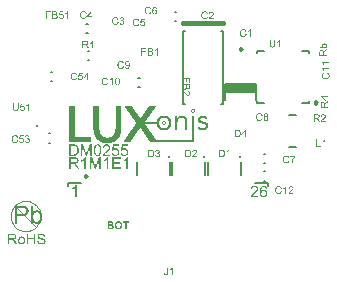
<source format=gto>
G04*
G04 #@! TF.GenerationSoftware,Altium Limited,Altium Designer,21.6.1 (37)*
G04*
G04 Layer_Color=65535*
%FSLAX44Y44*%
%MOMM*%
G71*
G04*
G04 #@! TF.SameCoordinates,E8A9E921-0961-4E98-9D42-7A75F99DFC46*
G04*
G04*
G04 #@! TF.FilePolarity,Positive*
G04*
G01*
G75*
%ADD10C,0.2540*%
%ADD11C,0.2500*%
%ADD12C,0.1080*%
%ADD13C,0.2000*%
%ADD14C,0.4000*%
%ADD15R,2.6000X0.7778*%
G36*
X23811Y29743D02*
X24139D01*
Y29702D01*
X24303D01*
Y29661D01*
X24426D01*
Y29620D01*
X24508D01*
Y29579D01*
X24590D01*
Y29538D01*
X24672D01*
Y29497D01*
X24713D01*
Y29456D01*
X24795D01*
Y29415D01*
X24836D01*
Y29374D01*
X24877D01*
Y29333D01*
X24918D01*
Y29292D01*
X24959D01*
Y29251D01*
X25000D01*
Y29210D01*
X25041D01*
Y29169D01*
X25082D01*
Y29128D01*
X25123D01*
Y29087D01*
Y29046D01*
X25164D01*
Y29005D01*
X25205D01*
Y28964D01*
Y28923D01*
X25246D01*
Y28882D01*
Y28841D01*
X25287D01*
Y28800D01*
Y28759D01*
X25328D01*
Y28718D01*
Y28677D01*
Y28636D01*
X25369D01*
Y28595D01*
Y28554D01*
Y28513D01*
Y28472D01*
X25410D01*
Y28431D01*
Y28390D01*
Y28349D01*
Y28308D01*
Y28267D01*
Y28226D01*
Y28185D01*
Y28144D01*
Y28103D01*
Y28062D01*
Y28021D01*
Y27980D01*
Y27939D01*
Y27898D01*
Y27857D01*
Y27816D01*
Y27775D01*
Y27734D01*
Y27693D01*
X25369D01*
Y27652D01*
Y27611D01*
Y27570D01*
Y27529D01*
X25328D01*
Y27488D01*
Y27448D01*
Y27406D01*
X25287D01*
Y27366D01*
Y27324D01*
X25246D01*
Y27283D01*
Y27242D01*
X25205D01*
Y27201D01*
Y27160D01*
X25164D01*
Y27120D01*
X25123D01*
Y27078D01*
Y27037D01*
X25082D01*
Y26997D01*
X25041D01*
Y26955D01*
X25000D01*
Y26914D01*
X24959D01*
Y26874D01*
X24918D01*
Y26832D01*
X24877D01*
Y26792D01*
X24836D01*
Y26751D01*
X24795D01*
Y26709D01*
X24713D01*
Y26669D01*
X24672D01*
Y26628D01*
X24590D01*
Y26586D01*
X24508D01*
Y26545D01*
X24426D01*
Y26504D01*
X24303D01*
Y26463D01*
X24139D01*
Y26423D01*
X23852D01*
Y26381D01*
X23565D01*
Y26423D01*
X23278D01*
Y26463D01*
X23114D01*
Y26504D01*
X23032D01*
Y26545D01*
X22909D01*
Y26586D01*
X22827D01*
Y26628D01*
X22786D01*
Y26669D01*
X22704D01*
Y26709D01*
X22663D01*
Y26751D01*
X22581D01*
Y26792D01*
X22540D01*
Y26832D01*
X22499D01*
Y26874D01*
X22458D01*
Y26914D01*
X22417D01*
Y26955D01*
X22376D01*
Y26997D01*
X22335D01*
Y27037D01*
Y27078D01*
X22294D01*
Y27120D01*
X22253D01*
Y27160D01*
Y27201D01*
X22212D01*
Y27242D01*
Y27283D01*
X22171D01*
Y27324D01*
Y27366D01*
X22130D01*
Y27406D01*
Y27448D01*
X22089D01*
Y27488D01*
Y27529D01*
Y27570D01*
X22048D01*
Y27611D01*
Y27652D01*
Y27693D01*
Y27734D01*
Y27775D01*
X22007D01*
Y27816D01*
Y27857D01*
Y27898D01*
Y27939D01*
Y27980D01*
Y28021D01*
Y28062D01*
Y28103D01*
Y28144D01*
Y28185D01*
Y28226D01*
Y28267D01*
Y28308D01*
Y28349D01*
Y28390D01*
X22048D01*
Y28431D01*
Y28472D01*
Y28513D01*
Y28554D01*
Y28595D01*
X22089D01*
Y28636D01*
Y28677D01*
Y28718D01*
X22130D01*
Y28759D01*
Y28800D01*
X22171D01*
Y28841D01*
Y28882D01*
X22212D01*
Y28923D01*
Y28964D01*
X22253D01*
Y29005D01*
Y29046D01*
X22294D01*
Y29087D01*
X22335D01*
Y29128D01*
Y29169D01*
X22376D01*
Y29210D01*
X22417D01*
Y29251D01*
X22458D01*
Y29292D01*
X22499D01*
Y29333D01*
X22540D01*
Y29374D01*
X22581D01*
Y29415D01*
X22663D01*
Y29456D01*
X22704D01*
Y29497D01*
X22786D01*
Y29538D01*
X22827D01*
Y29579D01*
X22909D01*
Y29620D01*
X23032D01*
Y29661D01*
X23155D01*
Y29702D01*
X23278D01*
Y29743D01*
X23606D01*
Y29784D01*
X23811D01*
Y29743D01*
D02*
G37*
G36*
X14669Y24045D02*
X15160D01*
Y24004D01*
X15406D01*
Y23963D01*
X15611D01*
Y23922D01*
X15776D01*
Y23881D01*
X15939D01*
Y23840D01*
X16062D01*
Y23799D01*
X16185D01*
Y23758D01*
X16308D01*
Y23717D01*
X16390D01*
Y23676D01*
X16472D01*
Y23635D01*
X16554D01*
Y23594D01*
X16636D01*
Y23553D01*
X16718D01*
Y23512D01*
X16800D01*
Y23471D01*
X16882D01*
Y23430D01*
X16923D01*
Y23389D01*
X17005D01*
Y23348D01*
X17046D01*
Y23307D01*
X17128D01*
Y23266D01*
X17169D01*
Y23225D01*
X17210D01*
Y23184D01*
X17292D01*
Y23143D01*
X17333D01*
Y23102D01*
X17374D01*
Y23061D01*
X17415D01*
Y23020D01*
X17456D01*
Y22979D01*
X17497D01*
Y22938D01*
X17538D01*
Y22897D01*
X17579D01*
Y22856D01*
X17620D01*
Y22815D01*
X17661D01*
Y22774D01*
X17702D01*
Y22733D01*
X17743D01*
Y22692D01*
X17784D01*
Y22651D01*
X17825D01*
Y22610D01*
X17866D01*
Y22569D01*
Y22528D01*
X17907D01*
Y22487D01*
X17948D01*
Y22446D01*
Y22405D01*
X17989D01*
Y22364D01*
X18030D01*
Y22323D01*
Y22282D01*
X18071D01*
Y22241D01*
X18112D01*
Y22200D01*
Y22159D01*
X18153D01*
Y22118D01*
Y22077D01*
X18194D01*
Y22036D01*
X18235D01*
Y21995D01*
Y21954D01*
X18276D01*
Y21913D01*
Y21872D01*
X18317D01*
Y21831D01*
Y21790D01*
Y21749D01*
X18358D01*
Y21708D01*
Y21667D01*
X18399D01*
Y21626D01*
Y21585D01*
X18440D01*
Y21544D01*
Y21503D01*
Y21462D01*
X18481D01*
Y21421D01*
Y21380D01*
Y21339D01*
X18522D01*
Y21298D01*
Y21257D01*
Y21216D01*
X18563D01*
Y21175D01*
Y21134D01*
Y21093D01*
Y21052D01*
X18604D01*
Y21011D01*
Y20970D01*
Y20929D01*
Y20888D01*
X18645D01*
Y20847D01*
Y20806D01*
Y20765D01*
Y20724D01*
Y20683D01*
X18686D01*
Y20642D01*
Y20601D01*
Y20560D01*
Y20519D01*
X18727D01*
Y20478D01*
Y20437D01*
Y20396D01*
Y20355D01*
Y20314D01*
Y20273D01*
Y20232D01*
Y20191D01*
X18768D01*
Y20150D01*
Y20109D01*
Y20068D01*
Y20027D01*
Y19986D01*
Y19945D01*
Y19904D01*
Y19863D01*
Y19822D01*
Y19781D01*
Y19740D01*
X18809D01*
Y19699D01*
Y19658D01*
Y19617D01*
Y19576D01*
Y19535D01*
Y19494D01*
Y19453D01*
Y19412D01*
Y19371D01*
Y19330D01*
Y19289D01*
Y19248D01*
Y19207D01*
Y19166D01*
Y19125D01*
Y19084D01*
Y19043D01*
Y19002D01*
Y18961D01*
Y18920D01*
Y18879D01*
Y18838D01*
Y18797D01*
Y18756D01*
Y18715D01*
Y18674D01*
Y18633D01*
Y18592D01*
Y18551D01*
Y18510D01*
Y18469D01*
Y18428D01*
Y18387D01*
Y18346D01*
Y18305D01*
Y18264D01*
Y18223D01*
Y18182D01*
Y18141D01*
Y18100D01*
Y18059D01*
Y18018D01*
Y17977D01*
Y17936D01*
Y17895D01*
Y17854D01*
Y17813D01*
Y17772D01*
Y17731D01*
Y17690D01*
Y17649D01*
Y17608D01*
Y17567D01*
Y17526D01*
Y17485D01*
Y17444D01*
Y17403D01*
Y17362D01*
Y17321D01*
Y17280D01*
Y17239D01*
Y17198D01*
Y17157D01*
Y17116D01*
Y17075D01*
Y17034D01*
Y16993D01*
Y16952D01*
Y16911D01*
Y16870D01*
Y16829D01*
Y16788D01*
Y16747D01*
Y16706D01*
Y16665D01*
Y16624D01*
Y16583D01*
Y16542D01*
Y16501D01*
Y16460D01*
Y16419D01*
Y16378D01*
Y16337D01*
Y16296D01*
Y16255D01*
Y16214D01*
Y16173D01*
Y16132D01*
Y16091D01*
Y16050D01*
Y16009D01*
Y15968D01*
Y15927D01*
Y15886D01*
Y15845D01*
Y15804D01*
Y15763D01*
Y15722D01*
Y15681D01*
Y15640D01*
Y15599D01*
Y15558D01*
Y15517D01*
Y15476D01*
Y15435D01*
Y15394D01*
Y15353D01*
Y15312D01*
Y15271D01*
Y15230D01*
Y15189D01*
Y15148D01*
Y15107D01*
Y15066D01*
Y15025D01*
Y14984D01*
Y14943D01*
Y14902D01*
Y14861D01*
Y14820D01*
Y14779D01*
Y14738D01*
Y14697D01*
Y14656D01*
Y14615D01*
Y14574D01*
Y14533D01*
Y14492D01*
Y14451D01*
Y14410D01*
Y14369D01*
Y14328D01*
Y14287D01*
Y14246D01*
Y14205D01*
Y14164D01*
Y14123D01*
Y14082D01*
Y14041D01*
Y14000D01*
Y13959D01*
Y13918D01*
Y13877D01*
Y13836D01*
Y13795D01*
Y13754D01*
Y13713D01*
Y13672D01*
Y13631D01*
Y13590D01*
Y13549D01*
Y13508D01*
Y13467D01*
Y13426D01*
Y13385D01*
Y13344D01*
Y13303D01*
Y13262D01*
Y13221D01*
Y13180D01*
Y13139D01*
Y13098D01*
Y13057D01*
Y13016D01*
Y12975D01*
Y12934D01*
Y12893D01*
Y12852D01*
Y12811D01*
Y12770D01*
Y12729D01*
Y12688D01*
Y12647D01*
Y12606D01*
Y12565D01*
Y12524D01*
Y12483D01*
Y12442D01*
Y12401D01*
Y12360D01*
Y12319D01*
Y12278D01*
Y12237D01*
Y12196D01*
Y12155D01*
Y12114D01*
Y12073D01*
Y12032D01*
Y11991D01*
Y11950D01*
X16841D01*
Y11991D01*
Y12032D01*
Y12073D01*
Y12114D01*
Y12155D01*
Y12196D01*
Y12237D01*
Y12278D01*
Y12319D01*
Y12360D01*
Y12401D01*
Y12442D01*
Y12483D01*
Y12524D01*
Y12565D01*
Y12606D01*
Y12647D01*
Y12688D01*
Y12729D01*
Y12770D01*
Y12811D01*
Y12852D01*
Y12893D01*
Y12934D01*
Y12975D01*
Y13016D01*
Y13057D01*
Y13098D01*
Y13139D01*
Y13180D01*
Y13221D01*
Y13262D01*
Y13303D01*
Y13344D01*
Y13385D01*
Y13426D01*
Y13467D01*
Y13508D01*
Y13549D01*
Y13590D01*
Y13631D01*
Y13672D01*
Y13713D01*
Y13754D01*
Y13795D01*
Y13836D01*
Y13877D01*
Y13918D01*
Y13959D01*
Y14000D01*
Y14041D01*
Y14082D01*
Y14123D01*
Y14164D01*
Y14205D01*
Y14246D01*
Y14287D01*
Y14328D01*
Y14369D01*
Y14410D01*
Y14451D01*
Y14492D01*
Y14533D01*
Y14574D01*
Y14615D01*
Y14656D01*
Y14697D01*
Y14738D01*
Y14779D01*
Y14820D01*
Y14861D01*
Y14902D01*
Y14943D01*
Y14984D01*
Y15025D01*
Y15066D01*
Y15107D01*
Y15148D01*
Y15189D01*
Y15230D01*
Y15271D01*
Y15312D01*
Y15353D01*
Y15394D01*
Y15435D01*
Y15476D01*
Y15517D01*
Y15558D01*
Y15599D01*
Y15640D01*
Y15681D01*
Y15722D01*
Y15763D01*
Y15804D01*
Y15845D01*
Y15886D01*
Y15927D01*
Y15968D01*
Y16009D01*
Y16050D01*
Y16091D01*
Y16132D01*
Y16173D01*
Y16214D01*
Y16255D01*
Y16296D01*
Y16337D01*
Y16378D01*
Y16419D01*
Y16460D01*
Y16501D01*
Y16542D01*
Y16583D01*
Y16624D01*
Y16665D01*
Y16706D01*
Y16747D01*
Y16788D01*
Y16829D01*
Y16870D01*
Y16911D01*
Y16952D01*
Y16993D01*
Y17034D01*
Y17075D01*
Y17116D01*
Y17157D01*
Y17198D01*
Y17239D01*
Y17280D01*
Y17321D01*
Y17362D01*
Y17403D01*
Y17444D01*
Y17485D01*
Y17526D01*
Y17567D01*
Y17608D01*
Y17649D01*
Y17690D01*
Y17731D01*
Y17772D01*
Y17813D01*
Y17854D01*
Y17895D01*
Y17936D01*
Y17977D01*
Y18018D01*
Y18059D01*
Y18100D01*
Y18141D01*
Y18182D01*
Y18223D01*
Y18264D01*
Y18305D01*
Y18346D01*
Y18387D01*
Y18428D01*
Y18469D01*
Y18510D01*
Y18551D01*
Y18592D01*
Y18633D01*
Y18674D01*
Y18715D01*
Y18756D01*
Y18797D01*
Y18838D01*
Y18879D01*
Y18920D01*
Y18961D01*
Y19002D01*
Y19043D01*
Y19084D01*
Y19125D01*
Y19166D01*
Y19207D01*
Y19248D01*
Y19289D01*
Y19330D01*
Y19371D01*
Y19412D01*
Y19453D01*
Y19494D01*
Y19535D01*
Y19576D01*
Y19617D01*
Y19658D01*
X16800D01*
Y19699D01*
Y19740D01*
Y19781D01*
Y19822D01*
Y19863D01*
Y19904D01*
Y19945D01*
X16759D01*
Y19986D01*
Y20027D01*
Y20068D01*
Y20109D01*
Y20150D01*
Y20191D01*
X16718D01*
Y20232D01*
Y20273D01*
Y20314D01*
Y20355D01*
X16677D01*
Y20396D01*
Y20437D01*
Y20478D01*
X16636D01*
Y20519D01*
Y20560D01*
Y20601D01*
X16595D01*
Y20642D01*
Y20683D01*
Y20724D01*
X16554D01*
Y20765D01*
Y20806D01*
X16513D01*
Y20847D01*
Y20888D01*
X16472D01*
Y20929D01*
Y20970D01*
Y21011D01*
X16431D01*
Y21052D01*
Y21093D01*
X16390D01*
Y21134D01*
X16349D01*
Y21175D01*
Y21216D01*
X16308D01*
Y21257D01*
X16267D01*
Y21298D01*
Y21339D01*
X16226D01*
Y21380D01*
X16185D01*
Y21421D01*
Y21462D01*
X16144D01*
Y21503D01*
X16103D01*
Y21544D01*
X16062D01*
Y21585D01*
X16021D01*
Y21626D01*
X15980D01*
Y21667D01*
X15939D01*
Y21708D01*
X15898D01*
Y21749D01*
X15817D01*
Y21790D01*
X15776D01*
Y21831D01*
X15734D01*
Y21872D01*
X15652D01*
Y21913D01*
X15570D01*
Y21954D01*
X15530D01*
Y21995D01*
X15447D01*
Y22036D01*
X15324D01*
Y22077D01*
X15243D01*
Y22118D01*
X15120D01*
Y22159D01*
X14955D01*
Y22200D01*
X14750D01*
Y22241D01*
X14382D01*
Y22282D01*
X13849D01*
Y22241D01*
X13439D01*
Y22200D01*
X13234D01*
Y22159D01*
X13029D01*
Y22118D01*
X12906D01*
Y22077D01*
X12783D01*
Y22036D01*
X12660D01*
Y21995D01*
X12578D01*
Y21954D01*
X12455D01*
Y21913D01*
X12373D01*
Y21872D01*
X12291D01*
Y21831D01*
X12250D01*
Y21790D01*
X12168D01*
Y21749D01*
X12127D01*
Y21708D01*
X12045D01*
Y21667D01*
X12004D01*
Y21626D01*
X11922D01*
Y21585D01*
X11881D01*
Y21544D01*
X11840D01*
Y21503D01*
X11799D01*
Y21462D01*
X11717D01*
Y21421D01*
X11676D01*
Y21380D01*
X11635D01*
Y21339D01*
X11594D01*
Y21298D01*
Y21257D01*
X11553D01*
Y21216D01*
X11512D01*
Y21175D01*
X11471D01*
Y21134D01*
X11430D01*
Y21093D01*
X11389D01*
Y21052D01*
X11348D01*
Y21011D01*
Y20970D01*
X11307D01*
Y20929D01*
X11266D01*
Y20888D01*
Y20847D01*
X11225D01*
Y20806D01*
X11184D01*
Y20765D01*
Y20724D01*
X11143D01*
Y20683D01*
Y20642D01*
X11102D01*
Y20601D01*
X11061D01*
Y20560D01*
Y20519D01*
X11020D01*
Y20478D01*
Y20437D01*
X10979D01*
Y20396D01*
Y20355D01*
X10938D01*
Y20314D01*
Y20273D01*
Y20232D01*
X10897D01*
Y20191D01*
Y20150D01*
X10856D01*
Y20109D01*
Y20068D01*
Y20027D01*
X10815D01*
Y19986D01*
Y19945D01*
Y19904D01*
X10774D01*
Y19863D01*
Y19822D01*
X10733D01*
Y19781D01*
Y19740D01*
Y19699D01*
Y19658D01*
X10692D01*
Y19617D01*
Y19576D01*
Y19535D01*
Y19494D01*
X10651D01*
Y19453D01*
Y19412D01*
Y19371D01*
Y19330D01*
X10610D01*
Y19289D01*
Y19248D01*
Y19207D01*
Y19166D01*
Y19125D01*
X10569D01*
Y19084D01*
Y19043D01*
Y19002D01*
Y18961D01*
Y18920D01*
Y18879D01*
X10528D01*
Y18838D01*
Y18797D01*
Y18756D01*
Y18715D01*
Y18674D01*
Y18633D01*
Y18592D01*
Y18551D01*
Y18510D01*
X10487D01*
Y18469D01*
Y18428D01*
Y18387D01*
Y18346D01*
Y18305D01*
Y18264D01*
Y18223D01*
Y18182D01*
Y18141D01*
Y18100D01*
Y18059D01*
Y18018D01*
Y17977D01*
Y17936D01*
Y17895D01*
Y17854D01*
Y17813D01*
Y17772D01*
Y17731D01*
Y17690D01*
Y17649D01*
Y17608D01*
Y17567D01*
Y17526D01*
Y17485D01*
Y17444D01*
Y17403D01*
Y17362D01*
Y17321D01*
Y17280D01*
Y17239D01*
Y17198D01*
Y17157D01*
Y17116D01*
Y17075D01*
Y17034D01*
Y16993D01*
Y16952D01*
Y16911D01*
Y16870D01*
Y16829D01*
Y16788D01*
Y16747D01*
Y16706D01*
Y16665D01*
Y16624D01*
Y16583D01*
Y16542D01*
Y16501D01*
Y16460D01*
Y16419D01*
Y16378D01*
Y16337D01*
Y16296D01*
Y16255D01*
Y16214D01*
Y16173D01*
Y16132D01*
Y16091D01*
Y16050D01*
Y16009D01*
Y15968D01*
Y15927D01*
Y15886D01*
Y15845D01*
Y15804D01*
Y15763D01*
Y15722D01*
Y15681D01*
Y15640D01*
Y15599D01*
Y15558D01*
Y15517D01*
Y15476D01*
Y15435D01*
Y15394D01*
Y15353D01*
Y15312D01*
Y15271D01*
Y15230D01*
Y15189D01*
Y15148D01*
Y15107D01*
Y15066D01*
Y15025D01*
Y14984D01*
Y14943D01*
Y14902D01*
Y14861D01*
Y14820D01*
Y14779D01*
Y14738D01*
Y14697D01*
Y14656D01*
Y14615D01*
Y14574D01*
Y14533D01*
Y14492D01*
Y14451D01*
Y14410D01*
Y14369D01*
Y14328D01*
Y14287D01*
Y14246D01*
Y14205D01*
Y14164D01*
Y14123D01*
Y14082D01*
Y14041D01*
Y14000D01*
Y13959D01*
Y13918D01*
Y13877D01*
Y13836D01*
Y13795D01*
Y13754D01*
Y13713D01*
Y13672D01*
Y13631D01*
Y13590D01*
Y13549D01*
Y13508D01*
Y13467D01*
Y13426D01*
Y13385D01*
Y13344D01*
Y13303D01*
Y13262D01*
Y13221D01*
Y13180D01*
Y13139D01*
Y13098D01*
Y13057D01*
Y13016D01*
Y12975D01*
Y12934D01*
Y12893D01*
Y12852D01*
Y12811D01*
Y12770D01*
Y12729D01*
Y12688D01*
Y12647D01*
Y12606D01*
Y12565D01*
Y12524D01*
Y12483D01*
Y12442D01*
Y12401D01*
Y12360D01*
Y12319D01*
Y12278D01*
Y12237D01*
Y12196D01*
Y12155D01*
Y12114D01*
Y12073D01*
Y12032D01*
Y11991D01*
Y11950D01*
X8519D01*
Y11991D01*
Y12032D01*
Y12073D01*
Y12114D01*
Y12155D01*
Y12196D01*
Y12237D01*
Y12278D01*
Y12319D01*
Y12360D01*
Y12401D01*
Y12442D01*
Y12483D01*
Y12524D01*
Y12565D01*
Y12606D01*
Y12647D01*
Y12688D01*
Y12729D01*
Y12770D01*
Y12811D01*
Y12852D01*
Y12893D01*
Y12934D01*
Y12975D01*
Y13016D01*
Y13057D01*
Y13098D01*
Y13139D01*
Y13180D01*
Y13221D01*
Y13262D01*
Y13303D01*
Y13344D01*
Y13385D01*
Y13426D01*
Y13467D01*
Y13508D01*
Y13549D01*
Y13590D01*
Y13631D01*
Y13672D01*
Y13713D01*
Y13754D01*
Y13795D01*
Y13836D01*
Y13877D01*
Y13918D01*
Y13959D01*
Y14000D01*
Y14041D01*
Y14082D01*
Y14123D01*
Y14164D01*
Y14205D01*
Y14246D01*
Y14287D01*
Y14328D01*
Y14369D01*
Y14410D01*
Y14451D01*
Y14492D01*
Y14533D01*
Y14574D01*
Y14615D01*
Y14656D01*
Y14697D01*
Y14738D01*
Y14779D01*
Y14820D01*
Y14861D01*
Y14902D01*
Y14943D01*
Y14984D01*
Y15025D01*
Y15066D01*
Y15107D01*
Y15148D01*
Y15189D01*
Y15230D01*
Y15271D01*
Y15312D01*
Y15353D01*
Y15394D01*
Y15435D01*
Y15476D01*
Y15517D01*
Y15558D01*
Y15599D01*
Y15640D01*
Y15681D01*
Y15722D01*
Y15763D01*
Y15804D01*
Y15845D01*
Y15886D01*
Y15927D01*
Y15968D01*
Y16009D01*
Y16050D01*
Y16091D01*
Y16132D01*
Y16173D01*
Y16214D01*
Y16255D01*
Y16296D01*
Y16337D01*
Y16378D01*
Y16419D01*
Y16460D01*
Y16501D01*
Y16542D01*
Y16583D01*
Y16624D01*
Y16665D01*
Y16706D01*
Y16747D01*
Y16788D01*
Y16829D01*
Y16870D01*
Y16911D01*
Y16952D01*
Y16993D01*
Y17034D01*
Y17075D01*
Y17116D01*
Y17157D01*
Y17198D01*
Y17239D01*
Y17280D01*
Y17321D01*
Y17362D01*
Y17403D01*
Y17444D01*
Y17485D01*
Y17526D01*
Y17567D01*
Y17608D01*
Y17649D01*
Y17690D01*
Y17731D01*
Y17772D01*
Y17813D01*
Y17854D01*
Y17895D01*
Y17936D01*
Y17977D01*
Y18018D01*
Y18059D01*
Y18100D01*
Y18141D01*
Y18182D01*
Y18223D01*
Y18264D01*
Y18305D01*
Y18346D01*
Y18387D01*
Y18428D01*
Y18469D01*
Y18510D01*
Y18551D01*
Y18592D01*
Y18633D01*
Y18674D01*
Y18715D01*
Y18756D01*
Y18797D01*
Y18838D01*
Y18879D01*
Y18920D01*
Y18961D01*
Y19002D01*
Y19043D01*
Y19084D01*
Y19125D01*
Y19166D01*
Y19207D01*
Y19248D01*
Y19289D01*
Y19330D01*
Y19371D01*
Y19412D01*
Y19453D01*
Y19494D01*
Y19535D01*
Y19576D01*
Y19617D01*
Y19658D01*
Y19699D01*
Y19740D01*
Y19781D01*
Y19822D01*
Y19863D01*
Y19904D01*
Y19945D01*
Y19986D01*
Y20027D01*
Y20068D01*
Y20109D01*
Y20150D01*
Y20191D01*
Y20232D01*
Y20273D01*
Y20314D01*
Y20355D01*
Y20396D01*
Y20437D01*
Y20478D01*
Y20519D01*
Y20560D01*
Y20601D01*
Y20642D01*
Y20683D01*
Y20724D01*
Y20765D01*
Y20806D01*
Y20847D01*
Y20888D01*
Y20929D01*
Y20970D01*
Y21011D01*
Y21052D01*
Y21093D01*
Y21134D01*
Y21175D01*
Y21216D01*
Y21257D01*
Y21298D01*
Y21339D01*
Y21380D01*
Y21421D01*
Y21462D01*
Y21503D01*
Y21544D01*
Y21585D01*
Y21626D01*
Y21667D01*
Y21708D01*
Y21749D01*
Y21790D01*
X8478D01*
Y21831D01*
Y21872D01*
Y21913D01*
Y21954D01*
Y21995D01*
Y22036D01*
Y22077D01*
Y22118D01*
Y22159D01*
Y22200D01*
Y22241D01*
Y22282D01*
Y22323D01*
Y22364D01*
Y22405D01*
Y22446D01*
Y22487D01*
Y22528D01*
Y22569D01*
Y22610D01*
X8437D01*
Y22651D01*
Y22692D01*
Y22733D01*
Y22774D01*
Y22815D01*
Y22856D01*
Y22897D01*
Y22938D01*
Y22979D01*
Y23020D01*
Y23061D01*
Y23102D01*
Y23143D01*
Y23184D01*
Y23225D01*
Y23266D01*
Y23307D01*
Y23348D01*
Y23389D01*
Y23430D01*
Y23471D01*
X8396D01*
Y23512D01*
Y23553D01*
Y23594D01*
Y23635D01*
Y23676D01*
Y23717D01*
Y23758D01*
X10282D01*
Y23717D01*
Y23676D01*
Y23635D01*
Y23594D01*
Y23553D01*
Y23512D01*
Y23471D01*
Y23430D01*
Y23389D01*
Y23348D01*
Y23307D01*
Y23266D01*
Y23225D01*
Y23184D01*
Y23143D01*
Y23102D01*
Y23061D01*
Y23020D01*
Y22979D01*
Y22938D01*
Y22897D01*
Y22856D01*
Y22815D01*
Y22774D01*
Y22733D01*
Y22692D01*
Y22651D01*
Y22610D01*
X10323D01*
Y22569D01*
Y22528D01*
Y22487D01*
Y22446D01*
Y22405D01*
Y22364D01*
Y22323D01*
Y22282D01*
Y22241D01*
Y22200D01*
Y22159D01*
Y22118D01*
Y22077D01*
Y22036D01*
Y21995D01*
Y21954D01*
Y21913D01*
Y21872D01*
Y21831D01*
X10405D01*
Y21872D01*
Y21913D01*
X10446D01*
Y21954D01*
Y21995D01*
X10487D01*
Y22036D01*
Y22077D01*
X10528D01*
Y22118D01*
X10569D01*
Y22159D01*
Y22200D01*
X10610D01*
Y22241D01*
X10651D01*
Y22282D01*
Y22323D01*
X10692D01*
Y22364D01*
X10733D01*
Y22405D01*
Y22446D01*
X10774D01*
Y22487D01*
X10815D01*
Y22528D01*
X10856D01*
Y22569D01*
X10897D01*
Y22610D01*
X10938D01*
Y22651D01*
Y22692D01*
X10979D01*
Y22733D01*
X11020D01*
Y22774D01*
X11061D01*
Y22815D01*
X11102D01*
Y22856D01*
X11143D01*
Y22897D01*
X11184D01*
Y22938D01*
X11266D01*
Y22979D01*
X11307D01*
Y23020D01*
X11348D01*
Y23061D01*
X11389D01*
Y23102D01*
X11430D01*
Y23143D01*
X11512D01*
Y23184D01*
X11553D01*
Y23225D01*
X11635D01*
Y23266D01*
X11676D01*
Y23307D01*
X11717D01*
Y23348D01*
X11799D01*
Y23389D01*
X11881D01*
Y23430D01*
X11922D01*
Y23471D01*
X12004D01*
Y23512D01*
X12086D01*
Y23553D01*
X12168D01*
Y23594D01*
X12250D01*
Y23635D01*
X12332D01*
Y23676D01*
X12414D01*
Y23717D01*
X12537D01*
Y23758D01*
X12619D01*
Y23799D01*
X12742D01*
Y23840D01*
X12865D01*
Y23881D01*
X13029D01*
Y23922D01*
X13152D01*
Y23963D01*
X13356D01*
Y24004D01*
X13602D01*
Y24045D01*
X14013D01*
Y24086D01*
X14669D01*
Y24045D01*
D02*
G37*
G36*
X-7143Y32531D02*
X-7184D01*
Y32490D01*
X-7225D01*
Y32449D01*
Y32408D01*
X-7266D01*
Y32367D01*
X-7307D01*
Y32326D01*
Y32285D01*
X-7348D01*
Y32244D01*
X-7389D01*
Y32203D01*
X-7430D01*
Y32162D01*
Y32121D01*
X-7471D01*
Y32080D01*
X-7512D01*
Y32039D01*
Y31998D01*
X-7553D01*
Y31957D01*
X-7594D01*
Y31916D01*
X-7635D01*
Y31875D01*
Y31834D01*
X-7676D01*
Y31793D01*
X-7717D01*
Y31752D01*
Y31711D01*
X-7757D01*
Y31670D01*
X-7799D01*
Y31629D01*
X-7840D01*
Y31588D01*
Y31547D01*
X-7881D01*
Y31506D01*
X-7922D01*
Y31465D01*
Y31424D01*
X-7963D01*
Y31383D01*
X-8004D01*
Y31342D01*
X-8044D01*
Y31301D01*
Y31260D01*
X-8086D01*
Y31219D01*
X-8127D01*
Y31178D01*
Y31137D01*
X-8167D01*
Y31096D01*
X-8209D01*
Y31055D01*
Y31014D01*
X-8249D01*
Y30973D01*
X-8291D01*
Y30932D01*
X-8332D01*
Y30891D01*
Y30850D01*
X-8373D01*
Y30809D01*
X-8414D01*
Y30768D01*
Y30727D01*
X-8454D01*
Y30686D01*
X-8496D01*
Y30645D01*
X-8536D01*
Y30604D01*
Y30563D01*
X-8577D01*
Y30522D01*
X-8619D01*
Y30481D01*
Y30440D01*
X-8659D01*
Y30399D01*
X-8701D01*
Y30358D01*
X-8741D01*
Y30317D01*
Y30276D01*
X-8783D01*
Y30235D01*
X-8824D01*
Y30194D01*
Y30153D01*
X-8864D01*
Y30112D01*
X-8906D01*
Y30071D01*
X-8946D01*
Y30030D01*
Y29989D01*
X-8988D01*
Y29948D01*
X-9028D01*
Y29907D01*
Y29866D01*
X-9069D01*
Y29825D01*
X-9111D01*
Y29784D01*
Y29743D01*
X-9151D01*
Y29702D01*
X-9193D01*
Y29661D01*
X-9233D01*
Y29620D01*
Y29579D01*
X-9275D01*
Y29538D01*
X-9316D01*
Y29497D01*
Y29456D01*
X-9356D01*
Y29415D01*
X-9398D01*
Y29374D01*
X-9438D01*
Y29333D01*
Y29292D01*
X-9480D01*
Y29251D01*
X-9520D01*
Y29210D01*
Y29169D01*
X-9561D01*
Y29128D01*
X-9603D01*
Y29087D01*
X-9643D01*
Y29046D01*
Y29005D01*
X-9685D01*
Y28964D01*
X-9725D01*
Y28923D01*
Y28882D01*
X-9766D01*
Y28841D01*
X-9807D01*
Y28800D01*
X-9848D01*
Y28759D01*
Y28718D01*
X-9890D01*
Y28677D01*
X-9930D01*
Y28636D01*
Y28595D01*
X-9972D01*
Y28554D01*
X-10013D01*
Y28513D01*
X-10053D01*
Y28472D01*
Y28431D01*
X-10094D01*
Y28390D01*
X-10136D01*
Y28349D01*
Y28308D01*
X-10177D01*
Y28267D01*
X-10217D01*
Y28226D01*
Y28185D01*
X-10259D01*
Y28144D01*
X-10300D01*
Y28103D01*
X-10340D01*
Y28062D01*
Y28021D01*
X-10381D01*
Y27980D01*
X-10423D01*
Y27939D01*
Y27898D01*
X-10463D01*
Y27857D01*
X-10504D01*
Y27816D01*
X-10545D01*
Y27775D01*
Y27734D01*
X-10587D01*
Y27693D01*
X-10627D01*
Y27652D01*
Y27611D01*
X-10668D01*
Y27570D01*
X-10709D01*
Y27529D01*
X-10750D01*
Y27488D01*
Y27448D01*
X-10791D01*
Y27406D01*
X-10832D01*
Y27366D01*
Y27324D01*
X-10873D01*
Y27283D01*
X-10914D01*
Y27242D01*
X-10955D01*
Y27201D01*
Y27160D01*
X-10996D01*
Y27120D01*
X-11037D01*
Y27078D01*
Y27037D01*
X-11078D01*
Y26997D01*
X-11119D01*
Y26955D01*
X-11160D01*
Y26914D01*
Y26874D01*
X-11201D01*
Y26832D01*
X-11242D01*
Y26792D01*
Y26751D01*
X-11283D01*
Y26709D01*
X-11324D01*
Y26669D01*
Y26628D01*
X-11365D01*
Y26586D01*
X-11406D01*
Y26545D01*
X-11447D01*
Y26504D01*
Y26463D01*
X-11488D01*
Y26423D01*
X-11529D01*
Y26381D01*
Y26340D01*
X-11570D01*
Y26300D01*
X-11611D01*
Y26258D01*
X-11652D01*
Y26218D01*
Y26177D01*
X-11693D01*
Y26135D01*
X-11734D01*
Y26095D01*
Y26054D01*
X-11775D01*
Y26012D01*
X-11816D01*
Y25972D01*
X-11857D01*
Y25931D01*
Y25889D01*
X-11898D01*
Y25849D01*
X-11939D01*
Y25807D01*
Y25766D01*
X-11980D01*
Y25726D01*
X-12021D01*
Y25684D01*
X-12062D01*
Y25643D01*
Y25603D01*
X-12103D01*
Y25561D01*
X-12144D01*
Y25521D01*
Y25480D01*
X-12185D01*
Y25438D01*
X-12226D01*
Y25398D01*
X-12267D01*
Y25357D01*
Y25315D01*
X-12308D01*
Y25275D01*
X-12349D01*
Y25234D01*
Y25192D01*
X-12390D01*
Y25152D01*
X-12431D01*
Y25110D01*
Y25069D01*
X-12472D01*
Y25029D01*
X-12513D01*
Y24987D01*
X-12554D01*
Y24947D01*
Y24906D01*
X-12595D01*
Y24865D01*
X-12636D01*
Y24824D01*
Y24783D01*
X-12677D01*
Y24742D01*
X-12718D01*
Y24701D01*
X-12759D01*
Y24660D01*
Y24619D01*
X-12800D01*
Y24578D01*
X-12841D01*
Y24537D01*
Y24496D01*
X-12882D01*
Y24455D01*
X-12923D01*
Y24414D01*
X-12964D01*
Y24373D01*
Y24332D01*
X-13005D01*
Y24291D01*
X-13046D01*
Y24250D01*
Y24209D01*
X-13087D01*
Y24168D01*
X-13128D01*
Y24127D01*
X-13169D01*
Y24086D01*
Y24045D01*
X-13210D01*
Y24004D01*
X-13251D01*
Y23963D01*
Y23922D01*
X-13292D01*
Y23881D01*
X-13333D01*
Y23840D01*
Y23799D01*
X-13374D01*
Y23758D01*
X-13415D01*
Y23717D01*
X-13456D01*
Y23676D01*
Y23635D01*
X-13497D01*
Y23594D01*
X-13538D01*
Y23553D01*
Y23512D01*
X-13579D01*
Y23471D01*
X-13620D01*
Y23430D01*
X-13661D01*
Y23389D01*
Y23348D01*
X-13702D01*
Y23307D01*
X-13743D01*
Y23266D01*
Y23225D01*
X-13784D01*
Y23184D01*
X-13825D01*
Y23143D01*
X-13866D01*
Y23102D01*
Y23061D01*
X-13907D01*
Y23020D01*
X-13948D01*
Y22979D01*
Y22938D01*
X-13989D01*
Y22897D01*
X-14030D01*
Y22856D01*
X-14071D01*
Y22815D01*
Y22774D01*
X-14112D01*
Y22733D01*
X-14153D01*
Y22692D01*
Y22651D01*
X-14194D01*
Y22610D01*
X-14235D01*
Y22569D01*
X-14276D01*
Y22528D01*
Y22487D01*
X-14317D01*
Y22446D01*
X-14358D01*
Y22405D01*
Y22364D01*
X-14399D01*
Y22323D01*
X-14440D01*
Y22282D01*
Y22241D01*
X-14481D01*
Y22200D01*
X-14522D01*
Y22159D01*
X-14563D01*
Y22118D01*
Y22077D01*
X-14604D01*
Y22036D01*
X-14645D01*
Y21995D01*
Y21954D01*
X-14686D01*
Y21913D01*
X-14727D01*
Y21872D01*
X-14768D01*
Y21831D01*
Y21790D01*
X-14809D01*
Y21749D01*
X-14850D01*
Y21708D01*
Y21667D01*
X-14891D01*
Y21626D01*
X-14932D01*
Y21585D01*
X-14973D01*
Y21544D01*
Y21503D01*
X-15014D01*
Y21462D01*
X-15055D01*
Y21421D01*
Y21380D01*
X-15096D01*
Y21339D01*
X-15137D01*
Y21298D01*
X-15178D01*
Y21257D01*
Y21216D01*
X-15219D01*
Y21175D01*
X-15260D01*
Y21134D01*
Y21093D01*
X-15301D01*
Y21052D01*
X-15342D01*
Y21011D01*
X-15383D01*
Y20970D01*
Y20929D01*
X-15424D01*
Y20888D01*
X-15465D01*
Y20847D01*
Y20806D01*
X-15506D01*
Y20765D01*
X-15547D01*
Y20724D01*
Y20683D01*
X-15588D01*
Y20642D01*
X-15629D01*
Y20601D01*
X-15670D01*
Y20560D01*
Y20519D01*
X-15711D01*
Y20478D01*
X-15752D01*
Y20437D01*
Y20396D01*
X-15793D01*
Y20355D01*
X-15834D01*
Y20314D01*
X-15875D01*
Y20273D01*
Y20232D01*
X-15916D01*
Y20191D01*
X-15957D01*
Y20150D01*
Y20109D01*
X-15998D01*
Y20068D01*
X-16039D01*
Y20027D01*
X-16080D01*
Y19986D01*
Y19945D01*
X-16121D01*
Y19904D01*
X-16162D01*
Y19863D01*
Y19822D01*
X-16203D01*
Y19781D01*
X-16244D01*
Y19740D01*
X-16285D01*
Y19699D01*
Y19658D01*
X-16326D01*
Y19617D01*
X-16367D01*
Y19576D01*
Y19535D01*
X-16408D01*
Y19494D01*
X-16449D01*
Y19453D01*
Y19412D01*
X-16490D01*
Y19371D01*
X-16531D01*
Y19330D01*
X-16572D01*
Y19289D01*
Y19248D01*
X-16613D01*
Y19207D01*
X-16654D01*
Y19166D01*
Y19125D01*
X-16695D01*
Y19084D01*
X-16736D01*
Y19043D01*
X-16777D01*
Y19002D01*
Y18961D01*
X-16818D01*
Y18920D01*
X-16859D01*
Y18879D01*
Y18838D01*
X-7102D01*
Y18879D01*
Y18920D01*
Y18961D01*
Y19002D01*
X-7061D01*
Y19043D01*
Y19084D01*
Y19125D01*
Y19166D01*
Y19207D01*
X-7020D01*
Y19248D01*
Y19289D01*
Y19330D01*
Y19371D01*
Y19412D01*
X-6979D01*
Y19453D01*
Y19494D01*
Y19535D01*
Y19576D01*
X-6938D01*
Y19617D01*
Y19658D01*
Y19699D01*
Y19740D01*
X-6897D01*
Y19781D01*
Y19822D01*
Y19863D01*
Y19904D01*
X-6856D01*
Y19945D01*
Y19986D01*
Y20027D01*
X-6815D01*
Y20068D01*
Y20109D01*
Y20150D01*
X-6774D01*
Y20191D01*
Y20232D01*
X-6733D01*
Y20273D01*
Y20314D01*
Y20355D01*
X-6692D01*
Y20396D01*
Y20437D01*
X-6651D01*
Y20478D01*
Y20519D01*
X-6610D01*
Y20560D01*
Y20601D01*
Y20642D01*
X-6569D01*
Y20683D01*
Y20724D01*
X-6528D01*
Y20765D01*
Y20806D01*
X-6487D01*
Y20847D01*
Y20888D01*
X-6446D01*
Y20929D01*
X-6405D01*
Y20970D01*
Y21011D01*
X-6364D01*
Y21052D01*
Y21093D01*
X-6323D01*
Y21134D01*
Y21175D01*
X-6282D01*
Y21216D01*
Y21257D01*
X-6241D01*
Y21298D01*
X-6200D01*
Y21339D01*
Y21380D01*
X-6159D01*
Y21421D01*
X-6118D01*
Y21462D01*
Y21503D01*
X-6077D01*
Y21544D01*
X-6036D01*
Y21585D01*
Y21626D01*
X-5995D01*
Y21667D01*
X-5954D01*
Y21708D01*
X-5913D01*
Y21749D01*
Y21790D01*
X-5872D01*
Y21831D01*
X-5831D01*
Y21872D01*
X-5790D01*
Y21913D01*
X-5749D01*
Y21954D01*
X-5708D01*
Y21995D01*
Y22036D01*
X-5667D01*
Y22077D01*
X-5626D01*
Y22118D01*
X-5585D01*
Y22159D01*
X-5544D01*
Y22200D01*
X-5503D01*
Y22241D01*
X-5462D01*
Y22282D01*
X-5421D01*
Y22323D01*
X-5380D01*
Y22364D01*
X-5339D01*
Y22405D01*
X-5298D01*
Y22446D01*
X-5257D01*
Y22487D01*
X-5216D01*
Y22528D01*
X-5175D01*
Y22569D01*
X-5134D01*
Y22610D01*
X-5052D01*
Y22651D01*
X-5011D01*
Y22692D01*
X-4970D01*
Y22733D01*
X-4929D01*
Y22774D01*
X-4847D01*
Y22815D01*
X-4806D01*
Y22856D01*
X-4765D01*
Y22897D01*
X-4724D01*
Y22938D01*
X-4642D01*
Y22979D01*
X-4560D01*
Y23020D01*
X-4519D01*
Y23061D01*
X-4437D01*
Y23102D01*
X-4396D01*
Y23143D01*
X-4314D01*
Y23184D01*
X-4273D01*
Y23225D01*
X-4191D01*
Y23266D01*
X-4109D01*
Y23307D01*
X-4027D01*
Y23348D01*
X-3945D01*
Y23389D01*
X-3863D01*
Y23430D01*
X-3781D01*
Y23471D01*
X-3699D01*
Y23512D01*
X-3617D01*
Y23553D01*
X-3494D01*
Y23594D01*
X-3412D01*
Y23635D01*
X-3289D01*
Y23676D01*
X-3166D01*
Y23717D01*
X-3043D01*
Y23758D01*
X-2920D01*
Y23799D01*
X-2797D01*
Y23840D01*
X-2633D01*
Y23881D01*
X-2469D01*
Y23922D01*
X-2264D01*
Y23963D01*
X-2018D01*
Y24004D01*
X-1731D01*
Y24045D01*
X-1239D01*
Y24086D01*
X-460D01*
Y24045D01*
X-9D01*
Y24004D01*
X278D01*
Y23963D01*
X524D01*
Y23922D01*
X770D01*
Y23881D01*
X893D01*
Y23840D01*
X1057D01*
Y23799D01*
X1221D01*
Y23758D01*
X1344D01*
Y23717D01*
X1467D01*
Y23676D01*
X1549D01*
Y23635D01*
X1672D01*
Y23594D01*
X1795D01*
Y23553D01*
X1877D01*
Y23512D01*
X1959D01*
Y23471D01*
X2041D01*
Y23430D01*
X2123D01*
Y23389D01*
X2205D01*
Y23348D01*
X2287D01*
Y23307D01*
X2369D01*
Y23266D01*
X2451D01*
Y23225D01*
X2533D01*
Y23184D01*
X2574D01*
Y23143D01*
X2656D01*
Y23102D01*
X2738D01*
Y23061D01*
X2779D01*
Y23020D01*
X2861D01*
Y22979D01*
X2902D01*
Y22938D01*
X2984D01*
Y22897D01*
X3025D01*
Y22856D01*
X3066D01*
Y22815D01*
X3148D01*
Y22774D01*
X3189D01*
Y22733D01*
X3230D01*
Y22692D01*
X3271D01*
Y22651D01*
X3353D01*
Y22610D01*
X3394D01*
Y22569D01*
X3435D01*
Y22528D01*
X3476D01*
Y22487D01*
X3517D01*
Y22446D01*
X3558D01*
Y22405D01*
X3599D01*
Y22364D01*
X3640D01*
Y22323D01*
X3681D01*
Y22282D01*
X3722D01*
Y22241D01*
X3763D01*
Y22200D01*
X3804D01*
Y22159D01*
X3845D01*
Y22118D01*
X3886D01*
Y22077D01*
X3927D01*
Y22036D01*
X3968D01*
Y21995D01*
X4009D01*
Y21954D01*
Y21913D01*
X4050D01*
Y21872D01*
X4091D01*
Y21831D01*
X4132D01*
Y21790D01*
X4173D01*
Y21749D01*
X4214D01*
Y21708D01*
Y21667D01*
X4255D01*
Y21626D01*
X4296D01*
Y21585D01*
Y21544D01*
X4337D01*
Y21503D01*
X4378D01*
Y21462D01*
Y21421D01*
X4419D01*
Y21380D01*
X4460D01*
Y21339D01*
Y21298D01*
X4501D01*
Y21257D01*
X4542D01*
Y21216D01*
Y21175D01*
X4583D01*
Y21134D01*
X4624D01*
Y21093D01*
Y21052D01*
X4665D01*
Y21011D01*
Y20970D01*
X4706D01*
Y20929D01*
Y20888D01*
X4747D01*
Y20847D01*
Y20806D01*
X4788D01*
Y20765D01*
Y20724D01*
X4829D01*
Y20683D01*
Y20642D01*
X4870D01*
Y20601D01*
Y20560D01*
X4911D01*
Y20519D01*
Y20478D01*
X4952D01*
Y20437D01*
Y20396D01*
Y20355D01*
X4993D01*
Y20314D01*
Y20273D01*
X5034D01*
Y20232D01*
Y20191D01*
Y20150D01*
X5075D01*
Y20109D01*
Y20068D01*
X5116D01*
Y20027D01*
Y19986D01*
Y19945D01*
X5157D01*
Y19904D01*
Y19863D01*
Y19822D01*
Y19781D01*
X5198D01*
Y19740D01*
Y19699D01*
Y19658D01*
X5239D01*
Y19617D01*
Y19576D01*
Y19535D01*
Y19494D01*
X5280D01*
Y19453D01*
Y19412D01*
Y19371D01*
Y19330D01*
Y19289D01*
X5321D01*
Y19248D01*
Y19207D01*
Y19166D01*
Y19125D01*
Y19084D01*
X5362D01*
Y19043D01*
Y19002D01*
Y18961D01*
Y18920D01*
Y18879D01*
Y18838D01*
Y18797D01*
X5403D01*
Y18756D01*
Y18715D01*
Y18674D01*
Y18633D01*
Y18592D01*
Y18551D01*
Y18510D01*
Y18469D01*
Y18428D01*
Y18387D01*
X5444D01*
Y18346D01*
Y18305D01*
Y18264D01*
Y18223D01*
Y18182D01*
Y18141D01*
Y18100D01*
Y18059D01*
Y18018D01*
Y17977D01*
Y17936D01*
Y17895D01*
Y17854D01*
Y17813D01*
Y17772D01*
Y17731D01*
Y17690D01*
Y17649D01*
Y17608D01*
Y17567D01*
Y17526D01*
Y17485D01*
Y17444D01*
Y17403D01*
Y17362D01*
X5403D01*
Y17321D01*
Y17280D01*
Y17239D01*
Y17198D01*
Y17157D01*
Y17116D01*
Y17075D01*
Y17034D01*
Y16993D01*
Y16952D01*
Y16911D01*
X5362D01*
Y16870D01*
Y16829D01*
Y16788D01*
Y16747D01*
Y16706D01*
Y16665D01*
X5321D01*
Y16624D01*
Y16583D01*
Y16542D01*
Y16501D01*
Y16460D01*
Y16419D01*
X5280D01*
Y16378D01*
Y16337D01*
Y16296D01*
Y16255D01*
X5239D01*
Y16214D01*
Y16173D01*
Y16132D01*
Y16091D01*
X5198D01*
Y16050D01*
Y16009D01*
Y15968D01*
Y15927D01*
X5157D01*
Y15886D01*
Y15845D01*
Y15804D01*
X5116D01*
Y15763D01*
Y15722D01*
Y15681D01*
X5075D01*
Y15640D01*
Y15599D01*
Y15558D01*
X5034D01*
Y15517D01*
Y15476D01*
X4993D01*
Y15435D01*
Y15394D01*
Y15353D01*
X4952D01*
Y15312D01*
Y15271D01*
X4911D01*
Y15230D01*
Y15189D01*
X4870D01*
Y15148D01*
Y15107D01*
Y15066D01*
X4829D01*
Y15025D01*
Y14984D01*
X4788D01*
Y14943D01*
X4747D01*
Y14902D01*
Y14861D01*
X4706D01*
Y14820D01*
Y14779D01*
X4665D01*
Y14738D01*
Y14697D01*
X4624D01*
Y14656D01*
Y14615D01*
X4583D01*
Y14574D01*
Y14533D01*
X4542D01*
Y14492D01*
X4501D01*
Y14451D01*
Y14410D01*
X4460D01*
Y14369D01*
X4419D01*
Y14328D01*
Y14287D01*
X4378D01*
Y14246D01*
X4337D01*
Y14205D01*
Y14164D01*
X4296D01*
Y14123D01*
X4255D01*
Y14082D01*
Y14041D01*
X4214D01*
Y14000D01*
X4173D01*
Y13959D01*
X4132D01*
Y13918D01*
X4091D01*
Y13877D01*
Y13836D01*
X4050D01*
Y13795D01*
X4009D01*
Y13754D01*
X3968D01*
Y13713D01*
X3927D01*
Y13672D01*
X3886D01*
Y13631D01*
Y13590D01*
X3845D01*
Y13549D01*
X3804D01*
Y13508D01*
X3763D01*
Y13467D01*
X3722D01*
Y13426D01*
X3681D01*
Y13385D01*
X3640D01*
Y13344D01*
X3599D01*
Y13303D01*
X3558D01*
Y13262D01*
X3517D01*
Y13221D01*
X3476D01*
Y13180D01*
X3394D01*
Y13139D01*
X3353D01*
Y13098D01*
X3312D01*
Y13057D01*
X3271D01*
Y13016D01*
X3189D01*
Y12975D01*
X3148D01*
Y12934D01*
X3107D01*
Y12893D01*
X3066D01*
Y12852D01*
X2984D01*
Y12811D01*
X2943D01*
Y12770D01*
X2861D01*
Y12729D01*
X2820D01*
Y12688D01*
X2738D01*
Y12647D01*
X2697D01*
Y12606D01*
X2615D01*
Y12565D01*
X2533D01*
Y12524D01*
X2492D01*
Y12483D01*
X2410D01*
Y12442D01*
X2328D01*
Y12401D01*
X2246D01*
Y12360D01*
X2164D01*
Y12319D01*
X2082D01*
Y12278D01*
X2000D01*
Y12237D01*
X1918D01*
Y12196D01*
X1795D01*
Y12155D01*
X1713D01*
Y12114D01*
X1590D01*
Y12073D01*
X1508D01*
Y12032D01*
X1385D01*
Y11991D01*
X1262D01*
Y11950D01*
X1098D01*
Y11909D01*
X975D01*
Y11868D01*
X811D01*
Y11827D01*
X606D01*
Y11786D01*
X360D01*
Y11745D01*
X155D01*
Y11704D01*
X-296D01*
Y11663D01*
X-1403D01*
Y11704D01*
X-1895D01*
Y11745D01*
X-2100D01*
Y11786D01*
X-2346D01*
Y11827D01*
X-2551D01*
Y11868D01*
X-2674D01*
Y11909D01*
X-2838D01*
Y11950D01*
X-2961D01*
Y11991D01*
X-3084D01*
Y12032D01*
X-3207D01*
Y12073D01*
X-3330D01*
Y12114D01*
X-3453D01*
Y12155D01*
X-3535D01*
Y12196D01*
X-3658D01*
Y12237D01*
X-3740D01*
Y12278D01*
X-3822D01*
Y12319D01*
X-3904D01*
Y12360D01*
X-3986D01*
Y12401D01*
X-4068D01*
Y12442D01*
X-4150D01*
Y12483D01*
X-4232D01*
Y12524D01*
X-4273D01*
Y12565D01*
X-4355D01*
Y12606D01*
X-4396D01*
Y12647D01*
X-4478D01*
Y12688D01*
X-4519D01*
Y12729D01*
X-4601D01*
Y12770D01*
X-4683D01*
Y12811D01*
X-4724D01*
Y12852D01*
X-4765D01*
Y12893D01*
X-4847D01*
Y12934D01*
X-4888D01*
Y12975D01*
X-4929D01*
Y13016D01*
X-4970D01*
Y13057D01*
X-5052D01*
Y13098D01*
X-5093D01*
Y13139D01*
X-5134D01*
Y13180D01*
X-5175D01*
Y13221D01*
X-5216D01*
Y13262D01*
X-5257D01*
Y13303D01*
X-5298D01*
Y13344D01*
X-5339D01*
Y13385D01*
X-5421D01*
Y13426D01*
Y13467D01*
X-5462D01*
Y13508D01*
X-5503D01*
Y13549D01*
X-5544D01*
Y13590D01*
X-5585D01*
Y13631D01*
X-5626D01*
Y13672D01*
X-5667D01*
Y13713D01*
X-5708D01*
Y13754D01*
X-5749D01*
Y13795D01*
Y13836D01*
X-5790D01*
Y13877D01*
X-5831D01*
Y13918D01*
X-5872D01*
Y13959D01*
X-5913D01*
Y14000D01*
X-5954D01*
Y14041D01*
Y14082D01*
X-5995D01*
Y14123D01*
X-6036D01*
Y14164D01*
Y14205D01*
X-6077D01*
Y14246D01*
X-6118D01*
Y14287D01*
Y14328D01*
X-6159D01*
Y14369D01*
X-6200D01*
Y14410D01*
Y14451D01*
X-6241D01*
Y14492D01*
X-6282D01*
Y14533D01*
Y14574D01*
X-6323D01*
Y14615D01*
Y14656D01*
X-6364D01*
Y14697D01*
X-6405D01*
Y14738D01*
Y14779D01*
X-6446D01*
Y14820D01*
Y14861D01*
X-6487D01*
Y14902D01*
Y14943D01*
X-6528D01*
Y14984D01*
Y15025D01*
X-6569D01*
Y15066D01*
Y15107D01*
X-6610D01*
Y15148D01*
Y15189D01*
X-6651D01*
Y15230D01*
Y15271D01*
X-6692D01*
Y15312D01*
Y15353D01*
Y15394D01*
X-6733D01*
Y15435D01*
Y15476D01*
X-6774D01*
Y15517D01*
Y15558D01*
Y15599D01*
X-6815D01*
Y15640D01*
Y15681D01*
Y15722D01*
X-6856D01*
Y15763D01*
Y15804D01*
Y15845D01*
X-6897D01*
Y15886D01*
Y15927D01*
Y15968D01*
X-6938D01*
Y16009D01*
Y16050D01*
Y16091D01*
Y16132D01*
X-6979D01*
Y16173D01*
Y16214D01*
Y16255D01*
Y16296D01*
X-7020D01*
Y16337D01*
Y16378D01*
Y16419D01*
Y16460D01*
Y16501D01*
X-7061D01*
Y16542D01*
Y16583D01*
Y16624D01*
Y16665D01*
Y16706D01*
Y16747D01*
X-7102D01*
Y16788D01*
Y16829D01*
Y16870D01*
Y16911D01*
X-16941D01*
Y16870D01*
Y16829D01*
X-16900D01*
Y16788D01*
Y16747D01*
X-16859D01*
Y16706D01*
X-16818D01*
Y16665D01*
Y16624D01*
X-16777D01*
Y16583D01*
X-16736D01*
Y16542D01*
Y16501D01*
X-16695D01*
Y16460D01*
X-16654D01*
Y16419D01*
X-16613D01*
Y16378D01*
Y16337D01*
X-16572D01*
Y16296D01*
X-16531D01*
Y16255D01*
Y16214D01*
X-16490D01*
Y16173D01*
X-16449D01*
Y16132D01*
Y16091D01*
X-16408D01*
Y16050D01*
X-16367D01*
Y16009D01*
X-16326D01*
Y15968D01*
Y15927D01*
X-16285D01*
Y15886D01*
X-16244D01*
Y15845D01*
Y15804D01*
X-16203D01*
Y15763D01*
X-16162D01*
Y15722D01*
Y15681D01*
X-16121D01*
Y15640D01*
X-16080D01*
Y15599D01*
X-16039D01*
Y15558D01*
Y15517D01*
X-15998D01*
Y15476D01*
X-15957D01*
Y15435D01*
Y15394D01*
X-15916D01*
Y15353D01*
X-15875D01*
Y15312D01*
Y15271D01*
X-15834D01*
Y15230D01*
X-15793D01*
Y15189D01*
X-15752D01*
Y15148D01*
Y15107D01*
X-15711D01*
Y15066D01*
X-15670D01*
Y15025D01*
Y14984D01*
X-15629D01*
Y14943D01*
X-15588D01*
Y14902D01*
Y14861D01*
X-15547D01*
Y14820D01*
X-15506D01*
Y14779D01*
X-15465D01*
Y14738D01*
Y14697D01*
X-15424D01*
Y14656D01*
X-15383D01*
Y14615D01*
Y14574D01*
X-15342D01*
Y14533D01*
X-15301D01*
Y14492D01*
Y14451D01*
X-15260D01*
Y14410D01*
X-15219D01*
Y14369D01*
X-15178D01*
Y14328D01*
Y14287D01*
X-15137D01*
Y14246D01*
X-15096D01*
Y14205D01*
Y14164D01*
X-15055D01*
Y14123D01*
X-15014D01*
Y14082D01*
Y14041D01*
X-14973D01*
Y14000D01*
X-14932D01*
Y13959D01*
X-14891D01*
Y13918D01*
Y13877D01*
X-14850D01*
Y13836D01*
X-14809D01*
Y13795D01*
Y13754D01*
X-14768D01*
Y13713D01*
X-14727D01*
Y13672D01*
Y13631D01*
X-14686D01*
Y13590D01*
X-14645D01*
Y13549D01*
X-14604D01*
Y13508D01*
Y13467D01*
X-14563D01*
Y13426D01*
X-14522D01*
Y13385D01*
Y13344D01*
X-14481D01*
Y13303D01*
X-14440D01*
Y13262D01*
Y13221D01*
X-14399D01*
Y13180D01*
X-14358D01*
Y13139D01*
X-14317D01*
Y13098D01*
Y13057D01*
X-14276D01*
Y13016D01*
X-14235D01*
Y12975D01*
Y12934D01*
X-14194D01*
Y12893D01*
X-14153D01*
Y12852D01*
Y12811D01*
X-14112D01*
Y12770D01*
X-14071D01*
Y12729D01*
X-14030D01*
Y12688D01*
Y12647D01*
X-13989D01*
Y12606D01*
X-13948D01*
Y12565D01*
Y12524D01*
X-13907D01*
Y12483D01*
X-13866D01*
Y12442D01*
Y12401D01*
X-13825D01*
Y12360D01*
X-13784D01*
Y12319D01*
X-13743D01*
Y12278D01*
Y12237D01*
X-13702D01*
Y12196D01*
X-13661D01*
Y12155D01*
Y12114D01*
X-13620D01*
Y12073D01*
X-13579D01*
Y12032D01*
Y11991D01*
X-13538D01*
Y11950D01*
X-13497D01*
Y11909D01*
X-13456D01*
Y11868D01*
Y11827D01*
X-13415D01*
Y11786D01*
X-13374D01*
Y11745D01*
Y11704D01*
X-13333D01*
Y11663D01*
X-13292D01*
Y11622D01*
Y11581D01*
X-13251D01*
Y11540D01*
X-13210D01*
Y11499D01*
X-13169D01*
Y11458D01*
Y11417D01*
X-13128D01*
Y11376D01*
X-13087D01*
Y11335D01*
Y11294D01*
X-13046D01*
Y11253D01*
X-13005D01*
Y11212D01*
Y11171D01*
X-12964D01*
Y11130D01*
X-12923D01*
Y11089D01*
X-12882D01*
Y11048D01*
Y11007D01*
X-12841D01*
Y10966D01*
X-12800D01*
Y10925D01*
Y10884D01*
X-12759D01*
Y10843D01*
X-12718D01*
Y10802D01*
Y10761D01*
X-12677D01*
Y10720D01*
X-12636D01*
Y10679D01*
X-12595D01*
Y10638D01*
Y10597D01*
X-12554D01*
Y10556D01*
X-12513D01*
Y10515D01*
Y10474D01*
X-12472D01*
Y10433D01*
X-12431D01*
Y10392D01*
Y10351D01*
X-12390D01*
Y10310D01*
X-12349D01*
Y10269D01*
X-12308D01*
Y10228D01*
Y10187D01*
X-12267D01*
Y10146D01*
X-12226D01*
Y10105D01*
Y10064D01*
X-12185D01*
Y10023D01*
X-12144D01*
Y9982D01*
Y9941D01*
X-12103D01*
Y9900D01*
X-12062D01*
Y9859D01*
X-12021D01*
Y9818D01*
Y9777D01*
X-11980D01*
Y9736D01*
X-11939D01*
Y9695D01*
Y9654D01*
X-11898D01*
Y9613D01*
X-11857D01*
Y9572D01*
Y9531D01*
X-11816D01*
Y9490D01*
X-11775D01*
Y9449D01*
X-11734D01*
Y9408D01*
Y9367D01*
X-11693D01*
Y9326D01*
X-11652D01*
Y9285D01*
Y9244D01*
X-11611D01*
Y9203D01*
X-11570D01*
Y9162D01*
Y9121D01*
X-11529D01*
Y9080D01*
X-11488D01*
Y9039D01*
X-11447D01*
Y8998D01*
Y8957D01*
X-11406D01*
Y8916D01*
X-11365D01*
Y8875D01*
Y8834D01*
X-11324D01*
Y8793D01*
X-11283D01*
Y8752D01*
Y8711D01*
X-11242D01*
Y8670D01*
X-11201D01*
Y8629D01*
X-11160D01*
Y8588D01*
Y8547D01*
X-11119D01*
Y8506D01*
X-11078D01*
Y8465D01*
Y8424D01*
X-11037D01*
Y8383D01*
X-10996D01*
Y8342D01*
Y8301D01*
X-10955D01*
Y8260D01*
X-10914D01*
Y8219D01*
X-10873D01*
Y8178D01*
Y8137D01*
X-10832D01*
Y8096D01*
X-10791D01*
Y8055D01*
Y8014D01*
X-10750D01*
Y7973D01*
X-10709D01*
Y7932D01*
Y7891D01*
X-10668D01*
Y7850D01*
X-10627D01*
Y7809D01*
X-10587D01*
Y7768D01*
Y7727D01*
X-10545D01*
Y7686D01*
X-10504D01*
Y7645D01*
Y7604D01*
X-10463D01*
Y7563D01*
X-10423D01*
Y7522D01*
Y7481D01*
X-10381D01*
Y7440D01*
X-10340D01*
Y7399D01*
X-10300D01*
Y7358D01*
Y7317D01*
X-10259D01*
Y7276D01*
X-10217D01*
Y7235D01*
Y7194D01*
X-10177D01*
Y7153D01*
X-10136D01*
Y7112D01*
Y7071D01*
X-10094D01*
Y7030D01*
X-10053D01*
Y6989D01*
X-10013D01*
Y6948D01*
Y6907D01*
X-9972D01*
Y6866D01*
X-9930D01*
Y6825D01*
Y6784D01*
X-9890D01*
Y6743D01*
X-9848D01*
Y6702D01*
Y6661D01*
X-9807D01*
Y6620D01*
X-9766D01*
Y6579D01*
X-9725D01*
Y6538D01*
Y6497D01*
X-9685D01*
Y6456D01*
X-9643D01*
Y6415D01*
Y6374D01*
X-9603D01*
Y6333D01*
X-9561D01*
Y6292D01*
Y6251D01*
X-9520D01*
Y6210D01*
X-9480D01*
Y6169D01*
X-9438D01*
Y6128D01*
Y6087D01*
X-9398D01*
Y6046D01*
X-9356D01*
Y6005D01*
Y5964D01*
X-9316D01*
Y5923D01*
X-9275D01*
Y5882D01*
Y5841D01*
X-9233D01*
Y5800D01*
X-9193D01*
Y5759D01*
X-9151D01*
Y5718D01*
Y5677D01*
X-9111D01*
Y5636D01*
X-9069D01*
Y5595D01*
Y5554D01*
X-9028D01*
Y5513D01*
X-8988D01*
Y5472D01*
Y5431D01*
X-8946D01*
Y5390D01*
X-8906D01*
Y5349D01*
X-8864D01*
Y5308D01*
Y5267D01*
X-8824D01*
Y5226D01*
X-8783D01*
Y5185D01*
Y5144D01*
X-8741D01*
Y5103D01*
X-8701D01*
Y5062D01*
Y5021D01*
X-8659D01*
Y4980D01*
X-8619D01*
Y4939D01*
X-8577D01*
Y4898D01*
Y4857D01*
X-8536D01*
Y4816D01*
X-8496D01*
Y4775D01*
Y4734D01*
X-8454D01*
Y4693D01*
X-8414D01*
Y4652D01*
Y4611D01*
X-8373D01*
Y4570D01*
X-8332D01*
Y4529D01*
Y4488D01*
X-8291D01*
Y4447D01*
X-8249D01*
Y4406D01*
X-8209D01*
Y4365D01*
Y4324D01*
X-8167D01*
Y4283D01*
X-8127D01*
Y4242D01*
Y4201D01*
X-8086D01*
Y4160D01*
X-8044D01*
Y4119D01*
Y4078D01*
X-8004D01*
Y4037D01*
X-7963D01*
Y3996D01*
X-7922D01*
Y3955D01*
Y3914D01*
X-7881D01*
Y3873D01*
X-7840D01*
Y3832D01*
Y3791D01*
X-7799D01*
Y3751D01*
X-7757D01*
Y3709D01*
Y3668D01*
X-7717D01*
Y3627D01*
X-7676D01*
Y3586D01*
X-7635D01*
Y3546D01*
Y3504D01*
X-7594D01*
Y3463D01*
X-7553D01*
Y3422D01*
X22745D01*
Y3463D01*
Y3504D01*
Y3546D01*
Y3586D01*
Y3627D01*
Y3668D01*
Y3709D01*
Y3751D01*
Y3791D01*
Y3832D01*
Y3873D01*
Y3914D01*
Y3955D01*
Y3996D01*
Y4037D01*
Y4078D01*
Y4119D01*
Y4160D01*
Y4201D01*
Y4242D01*
Y4283D01*
Y4324D01*
Y4365D01*
Y4406D01*
Y4447D01*
Y4488D01*
Y4529D01*
Y4570D01*
Y4611D01*
Y4652D01*
Y4693D01*
Y4734D01*
Y4775D01*
Y4816D01*
Y4857D01*
Y4898D01*
Y4939D01*
Y4980D01*
Y5021D01*
Y5062D01*
Y5103D01*
Y5144D01*
Y5185D01*
Y5226D01*
Y5267D01*
Y5308D01*
Y5349D01*
Y5390D01*
Y5431D01*
Y5472D01*
Y5513D01*
Y5554D01*
Y5595D01*
Y5636D01*
Y5677D01*
Y5718D01*
Y5759D01*
Y5800D01*
Y5841D01*
Y5882D01*
Y5923D01*
Y5964D01*
Y6005D01*
Y6046D01*
Y6087D01*
Y6128D01*
Y6169D01*
Y6210D01*
Y6251D01*
Y6292D01*
Y6333D01*
Y6374D01*
Y6415D01*
Y6456D01*
Y6497D01*
Y6538D01*
Y6579D01*
Y6620D01*
Y6661D01*
Y6702D01*
Y6743D01*
Y6784D01*
Y6825D01*
Y6866D01*
Y6907D01*
Y6948D01*
Y6989D01*
Y7030D01*
Y7071D01*
Y7112D01*
Y7153D01*
Y7194D01*
Y7235D01*
Y7276D01*
Y7317D01*
Y7358D01*
Y7399D01*
Y7440D01*
Y7481D01*
Y7522D01*
Y7563D01*
Y7604D01*
Y7645D01*
Y7686D01*
Y7727D01*
Y7768D01*
Y7809D01*
Y7850D01*
Y7891D01*
Y7932D01*
Y7973D01*
Y8014D01*
Y8055D01*
Y8096D01*
Y8137D01*
Y8178D01*
Y8219D01*
Y8260D01*
Y8301D01*
Y8342D01*
Y8383D01*
Y8424D01*
Y8465D01*
Y8506D01*
Y8547D01*
Y8588D01*
Y8629D01*
Y8670D01*
Y8711D01*
Y8752D01*
Y8793D01*
Y8834D01*
Y8875D01*
Y8916D01*
Y8957D01*
Y8998D01*
Y9039D01*
Y9080D01*
Y9121D01*
Y9162D01*
Y9203D01*
Y9244D01*
Y9285D01*
Y9326D01*
Y9367D01*
Y9408D01*
Y9449D01*
Y9490D01*
Y9531D01*
Y9572D01*
Y9613D01*
Y9654D01*
Y9695D01*
Y9736D01*
Y9777D01*
Y9818D01*
Y9859D01*
Y9900D01*
Y9941D01*
Y9982D01*
Y10023D01*
Y10064D01*
Y10105D01*
Y10146D01*
Y10187D01*
Y10228D01*
Y10269D01*
Y10310D01*
Y10351D01*
Y10392D01*
Y10433D01*
Y10474D01*
Y10515D01*
Y10556D01*
Y10597D01*
Y10638D01*
Y10679D01*
Y10720D01*
Y10761D01*
Y10802D01*
Y10843D01*
Y10884D01*
Y10925D01*
Y10966D01*
Y11007D01*
Y11048D01*
Y11089D01*
Y11130D01*
Y11171D01*
Y11212D01*
Y11253D01*
Y11294D01*
Y11335D01*
Y11376D01*
Y11417D01*
Y11458D01*
Y11499D01*
Y11540D01*
Y11581D01*
Y11622D01*
Y11663D01*
Y11704D01*
Y11745D01*
Y11786D01*
Y11827D01*
Y11868D01*
Y11909D01*
Y11950D01*
Y11991D01*
Y12032D01*
Y12073D01*
Y12114D01*
Y12155D01*
Y12196D01*
Y12237D01*
Y12278D01*
Y12319D01*
Y12360D01*
Y12401D01*
Y12442D01*
Y12483D01*
Y12524D01*
Y12565D01*
Y12606D01*
Y12647D01*
Y12688D01*
Y12729D01*
Y12770D01*
Y12811D01*
Y12852D01*
Y12893D01*
Y12934D01*
Y12975D01*
Y13016D01*
Y13057D01*
Y13098D01*
Y13139D01*
Y13180D01*
Y13221D01*
Y13262D01*
Y13303D01*
Y13344D01*
Y13385D01*
Y13426D01*
Y13467D01*
Y13508D01*
Y13549D01*
Y13590D01*
Y13631D01*
Y13672D01*
Y13713D01*
Y13754D01*
Y13795D01*
Y13836D01*
Y13877D01*
Y13918D01*
Y13959D01*
Y14000D01*
Y14041D01*
Y14082D01*
Y14123D01*
Y14164D01*
Y14205D01*
Y14246D01*
Y14287D01*
Y14328D01*
Y14369D01*
Y14410D01*
Y14451D01*
Y14492D01*
Y14533D01*
Y14574D01*
Y14615D01*
Y14656D01*
Y14697D01*
Y14738D01*
Y14779D01*
Y14820D01*
Y14861D01*
Y14902D01*
Y14943D01*
Y14984D01*
Y15025D01*
Y15066D01*
Y15107D01*
Y15148D01*
Y15189D01*
Y15230D01*
Y15271D01*
Y15312D01*
Y15353D01*
Y15394D01*
Y15435D01*
Y15476D01*
Y15517D01*
Y15558D01*
Y15599D01*
Y15640D01*
Y15681D01*
Y15722D01*
Y15763D01*
Y15804D01*
Y15845D01*
Y15886D01*
Y15927D01*
Y15968D01*
Y16009D01*
Y16050D01*
Y16091D01*
Y16132D01*
Y16173D01*
Y16214D01*
Y16255D01*
Y16296D01*
Y16337D01*
Y16378D01*
Y16419D01*
Y16460D01*
Y16501D01*
Y16542D01*
Y16583D01*
Y16624D01*
Y16665D01*
Y16706D01*
Y16747D01*
Y16788D01*
Y16829D01*
Y16870D01*
Y16911D01*
Y16952D01*
Y16993D01*
Y17034D01*
Y17075D01*
Y17116D01*
Y17157D01*
Y17198D01*
Y17239D01*
Y17280D01*
Y17321D01*
Y17362D01*
Y17403D01*
Y17444D01*
Y17485D01*
Y17526D01*
Y17567D01*
Y17608D01*
Y17649D01*
Y17690D01*
Y17731D01*
Y17772D01*
Y17813D01*
Y17854D01*
Y17895D01*
Y17936D01*
Y17977D01*
Y18018D01*
Y18059D01*
Y18100D01*
Y18141D01*
Y18182D01*
Y18223D01*
Y18264D01*
Y18305D01*
Y18346D01*
Y18387D01*
Y18428D01*
Y18469D01*
Y18510D01*
Y18551D01*
Y18592D01*
Y18633D01*
Y18674D01*
Y18715D01*
Y18756D01*
Y18797D01*
Y18838D01*
Y18879D01*
Y18920D01*
Y18961D01*
Y19002D01*
Y19043D01*
Y19084D01*
Y19125D01*
Y19166D01*
Y19207D01*
Y19248D01*
Y19289D01*
Y19330D01*
Y19371D01*
Y19412D01*
Y19453D01*
Y19494D01*
Y19535D01*
Y19576D01*
Y19617D01*
Y19658D01*
Y19699D01*
Y19740D01*
Y19781D01*
Y19822D01*
Y19863D01*
Y19904D01*
Y19945D01*
Y19986D01*
Y20027D01*
Y20068D01*
Y20109D01*
Y20150D01*
Y20191D01*
Y20232D01*
Y20273D01*
Y20314D01*
Y20355D01*
Y20396D01*
Y20437D01*
Y20478D01*
Y20519D01*
Y20560D01*
Y20601D01*
Y20642D01*
Y20683D01*
Y20724D01*
Y20765D01*
Y20806D01*
Y20847D01*
Y20888D01*
Y20929D01*
Y20970D01*
Y21011D01*
Y21052D01*
Y21093D01*
Y21134D01*
Y21175D01*
Y21216D01*
Y21257D01*
Y21298D01*
Y21339D01*
Y21380D01*
Y21421D01*
Y21462D01*
Y21503D01*
Y21544D01*
Y21585D01*
Y21626D01*
Y21667D01*
Y21708D01*
Y21749D01*
Y21790D01*
Y21831D01*
Y21872D01*
Y21913D01*
Y21954D01*
Y21995D01*
Y22036D01*
Y22077D01*
Y22118D01*
Y22159D01*
Y22200D01*
Y22241D01*
Y22282D01*
Y22323D01*
Y22364D01*
Y22405D01*
Y22446D01*
Y22487D01*
Y22528D01*
Y22569D01*
Y22610D01*
Y22651D01*
Y22692D01*
Y22733D01*
Y22774D01*
Y22815D01*
Y22856D01*
Y22897D01*
Y22938D01*
Y22979D01*
Y23020D01*
Y23061D01*
Y23102D01*
Y23143D01*
Y23184D01*
Y23225D01*
Y23266D01*
Y23307D01*
Y23348D01*
Y23389D01*
Y23430D01*
Y23471D01*
Y23512D01*
Y23553D01*
Y23594D01*
Y23635D01*
Y23676D01*
Y23717D01*
Y23758D01*
X24672D01*
Y23717D01*
Y23676D01*
Y23635D01*
Y23594D01*
Y23553D01*
Y23512D01*
Y23471D01*
Y23430D01*
Y23389D01*
Y23348D01*
Y23307D01*
Y23266D01*
Y23225D01*
Y23184D01*
Y23143D01*
Y23102D01*
Y23061D01*
Y23020D01*
Y22979D01*
Y22938D01*
Y22897D01*
Y22856D01*
Y22815D01*
Y22774D01*
Y22733D01*
Y22692D01*
Y22651D01*
Y22610D01*
Y22569D01*
Y22528D01*
Y22487D01*
Y22446D01*
Y22405D01*
Y22364D01*
Y22323D01*
Y22282D01*
Y22241D01*
Y22200D01*
Y22159D01*
Y22118D01*
Y22077D01*
Y22036D01*
Y21995D01*
Y21954D01*
Y21913D01*
Y21872D01*
Y21831D01*
Y21790D01*
Y21749D01*
Y21708D01*
Y21667D01*
Y21626D01*
Y21585D01*
Y21544D01*
Y21503D01*
Y21462D01*
Y21421D01*
Y21380D01*
Y21339D01*
Y21298D01*
Y21257D01*
Y21216D01*
Y21175D01*
Y21134D01*
Y21093D01*
Y21052D01*
Y21011D01*
Y20970D01*
Y20929D01*
Y20888D01*
Y20847D01*
Y20806D01*
Y20765D01*
Y20724D01*
Y20683D01*
Y20642D01*
Y20601D01*
Y20560D01*
Y20519D01*
Y20478D01*
Y20437D01*
Y20396D01*
Y20355D01*
Y20314D01*
Y20273D01*
Y20232D01*
Y20191D01*
Y20150D01*
Y20109D01*
Y20068D01*
Y20027D01*
Y19986D01*
Y19945D01*
Y19904D01*
Y19863D01*
Y19822D01*
Y19781D01*
Y19740D01*
Y19699D01*
Y19658D01*
Y19617D01*
Y19576D01*
Y19535D01*
Y19494D01*
Y19453D01*
Y19412D01*
Y19371D01*
Y19330D01*
Y19289D01*
Y19248D01*
Y19207D01*
Y19166D01*
Y19125D01*
Y19084D01*
Y19043D01*
Y19002D01*
Y18961D01*
Y18920D01*
Y18879D01*
Y18838D01*
Y18797D01*
Y18756D01*
Y18715D01*
Y18674D01*
Y18633D01*
Y18592D01*
Y18551D01*
Y18510D01*
Y18469D01*
Y18428D01*
Y18387D01*
Y18346D01*
Y18305D01*
Y18264D01*
Y18223D01*
Y18182D01*
Y18141D01*
Y18100D01*
Y18059D01*
Y18018D01*
Y17977D01*
Y17936D01*
Y17895D01*
Y17854D01*
Y17813D01*
Y17772D01*
Y17731D01*
Y17690D01*
Y17649D01*
Y17608D01*
Y17567D01*
Y17526D01*
Y17485D01*
Y17444D01*
Y17403D01*
Y17362D01*
Y17321D01*
Y17280D01*
Y17239D01*
Y17198D01*
Y17157D01*
Y17116D01*
Y17075D01*
Y17034D01*
Y16993D01*
Y16952D01*
Y16911D01*
Y16870D01*
Y16829D01*
Y16788D01*
Y16747D01*
Y16706D01*
Y16665D01*
Y16624D01*
Y16583D01*
Y16542D01*
Y16501D01*
Y16460D01*
Y16419D01*
Y16378D01*
Y16337D01*
Y16296D01*
Y16255D01*
Y16214D01*
Y16173D01*
Y16132D01*
Y16091D01*
Y16050D01*
Y16009D01*
Y15968D01*
Y15927D01*
Y15886D01*
Y15845D01*
Y15804D01*
Y15763D01*
Y15722D01*
Y15681D01*
Y15640D01*
Y15599D01*
Y15558D01*
Y15517D01*
Y15476D01*
Y15435D01*
Y15394D01*
Y15353D01*
Y15312D01*
Y15271D01*
Y15230D01*
Y15189D01*
Y15148D01*
Y15107D01*
Y15066D01*
Y15025D01*
Y14984D01*
Y14943D01*
Y14902D01*
Y14861D01*
Y14820D01*
Y14779D01*
Y14738D01*
Y14697D01*
Y14656D01*
Y14615D01*
Y14574D01*
Y14533D01*
Y14492D01*
Y14451D01*
Y14410D01*
Y14369D01*
Y14328D01*
Y14287D01*
Y14246D01*
Y14205D01*
Y14164D01*
Y14123D01*
Y14082D01*
Y14041D01*
Y14000D01*
Y13959D01*
Y13918D01*
Y13877D01*
Y13836D01*
Y13795D01*
Y13754D01*
Y13713D01*
Y13672D01*
Y13631D01*
Y13590D01*
Y13549D01*
Y13508D01*
Y13467D01*
Y13426D01*
Y13385D01*
Y13344D01*
Y13303D01*
Y13262D01*
Y13221D01*
Y13180D01*
Y13139D01*
Y13098D01*
Y13057D01*
Y13016D01*
Y12975D01*
Y12934D01*
Y12893D01*
Y12852D01*
Y12811D01*
Y12770D01*
Y12729D01*
Y12688D01*
Y12647D01*
Y12606D01*
Y12565D01*
Y12524D01*
Y12483D01*
Y12442D01*
Y12401D01*
Y12360D01*
Y12319D01*
Y12278D01*
Y12237D01*
Y12196D01*
Y12155D01*
Y12114D01*
Y12073D01*
Y12032D01*
Y11991D01*
Y11950D01*
Y11909D01*
Y11868D01*
Y11827D01*
Y11786D01*
Y11745D01*
Y11704D01*
Y11663D01*
Y11622D01*
Y11581D01*
Y11540D01*
Y11499D01*
Y11458D01*
Y11417D01*
Y11376D01*
Y11335D01*
Y11294D01*
Y11253D01*
Y11212D01*
Y11171D01*
Y11130D01*
Y11089D01*
Y11048D01*
Y11007D01*
Y10966D01*
Y10925D01*
Y10884D01*
Y10843D01*
Y10802D01*
Y10761D01*
Y10720D01*
Y10679D01*
Y10638D01*
Y10597D01*
Y10556D01*
Y10515D01*
Y10474D01*
Y10433D01*
Y10392D01*
Y10351D01*
Y10310D01*
Y10269D01*
Y10228D01*
Y10187D01*
Y10146D01*
Y10105D01*
Y10064D01*
Y10023D01*
Y9982D01*
Y9941D01*
Y9900D01*
Y9859D01*
Y9818D01*
Y9777D01*
Y9736D01*
Y9695D01*
Y9654D01*
Y9613D01*
Y9572D01*
Y9531D01*
Y9490D01*
Y9449D01*
Y9408D01*
Y9367D01*
Y9326D01*
Y9285D01*
Y9244D01*
Y9203D01*
Y9162D01*
Y9121D01*
Y9080D01*
Y9039D01*
Y8998D01*
Y8957D01*
Y8916D01*
Y8875D01*
Y8834D01*
Y8793D01*
Y8752D01*
Y8711D01*
Y8670D01*
Y8629D01*
Y8588D01*
Y8547D01*
Y8506D01*
Y8465D01*
Y8424D01*
Y8383D01*
Y8342D01*
Y8301D01*
Y8260D01*
Y8219D01*
Y8178D01*
Y8137D01*
Y8096D01*
Y8055D01*
Y8014D01*
Y7973D01*
Y7932D01*
Y7891D01*
Y7850D01*
Y7809D01*
Y7768D01*
Y7727D01*
Y7686D01*
Y7645D01*
Y7604D01*
Y7563D01*
Y7522D01*
Y7481D01*
Y7440D01*
Y7399D01*
Y7358D01*
Y7317D01*
Y7276D01*
Y7235D01*
Y7194D01*
Y7153D01*
Y7112D01*
Y7071D01*
Y7030D01*
Y6989D01*
Y6948D01*
Y6907D01*
Y6866D01*
Y6825D01*
Y6784D01*
Y6743D01*
Y6702D01*
Y6661D01*
Y6620D01*
Y6579D01*
Y6538D01*
Y6497D01*
Y6456D01*
Y6415D01*
Y6374D01*
Y6333D01*
Y6292D01*
Y6251D01*
Y6210D01*
Y6169D01*
Y6128D01*
Y6087D01*
Y6046D01*
Y6005D01*
Y5964D01*
Y5923D01*
Y5882D01*
Y5841D01*
Y5800D01*
Y5759D01*
Y5718D01*
Y5677D01*
Y5636D01*
Y5595D01*
Y5554D01*
Y5513D01*
Y5472D01*
Y5431D01*
Y5390D01*
Y5349D01*
Y5308D01*
Y5267D01*
Y5226D01*
Y5185D01*
Y5144D01*
Y5103D01*
Y5062D01*
Y5021D01*
Y4980D01*
Y4939D01*
Y4898D01*
Y4857D01*
Y4816D01*
Y4775D01*
Y4734D01*
Y4693D01*
Y4652D01*
Y4611D01*
Y4570D01*
Y4529D01*
Y4488D01*
Y4447D01*
Y4406D01*
Y4365D01*
Y4324D01*
Y4283D01*
Y4242D01*
Y4201D01*
Y4160D01*
Y4119D01*
Y4078D01*
Y4037D01*
Y3996D01*
Y3955D01*
Y3914D01*
Y3873D01*
Y3832D01*
Y3791D01*
Y3751D01*
Y3709D01*
Y3668D01*
Y3627D01*
Y3586D01*
Y3546D01*
Y3504D01*
Y3463D01*
Y3422D01*
Y3381D01*
Y3340D01*
Y3300D01*
Y3258D01*
Y3217D01*
Y3176D01*
Y3135D01*
Y3095D01*
Y3054D01*
Y3013D01*
Y2971D01*
Y2930D01*
Y2889D01*
Y2849D01*
Y2808D01*
Y2767D01*
Y2725D01*
Y2684D01*
Y2643D01*
Y2603D01*
Y2562D01*
Y2521D01*
Y2480D01*
Y2438D01*
Y2397D01*
Y2357D01*
Y2315D01*
Y2274D01*
Y2234D01*
Y2192D01*
Y2151D01*
Y2111D01*
Y2069D01*
Y2028D01*
Y1988D01*
Y1946D01*
Y1905D01*
Y1865D01*
Y1823D01*
Y1782D01*
Y1742D01*
Y1700D01*
Y1660D01*
Y1619D01*
Y1577D01*
Y1537D01*
Y1496D01*
X-12677D01*
Y1537D01*
X-12718D01*
Y1577D01*
Y1619D01*
X-12759D01*
Y1660D01*
X-12800D01*
Y1700D01*
Y1742D01*
X-12841D01*
Y1782D01*
X-12882D01*
Y1823D01*
Y1865D01*
X-12923D01*
Y1905D01*
X-12964D01*
Y1946D01*
Y1988D01*
X-13005D01*
Y2028D01*
X-13046D01*
Y2069D01*
Y2111D01*
X-13087D01*
Y2151D01*
X-13128D01*
Y2192D01*
Y2234D01*
X-13169D01*
Y2274D01*
X-13210D01*
Y2315D01*
Y2357D01*
X-13251D01*
Y2397D01*
X-13292D01*
Y2438D01*
Y2480D01*
X-13333D01*
Y2521D01*
X-13374D01*
Y2562D01*
Y2603D01*
X-13415D01*
Y2643D01*
X-13456D01*
Y2684D01*
Y2725D01*
X-13497D01*
Y2767D01*
X-13538D01*
Y2808D01*
Y2849D01*
X-13579D01*
Y2889D01*
X-13620D01*
Y2930D01*
Y2971D01*
X-13661D01*
Y3013D01*
X-13702D01*
Y3054D01*
Y3095D01*
X-13743D01*
Y3135D01*
X-13784D01*
Y3176D01*
Y3217D01*
X-13825D01*
Y3258D01*
X-13866D01*
Y3300D01*
Y3340D01*
X-13907D01*
Y3381D01*
X-13948D01*
Y3422D01*
Y3463D01*
X-13989D01*
Y3504D01*
X-14030D01*
Y3546D01*
Y3586D01*
X-14071D01*
Y3627D01*
X-14112D01*
Y3668D01*
Y3709D01*
X-14153D01*
Y3751D01*
X-14194D01*
Y3791D01*
Y3832D01*
X-14235D01*
Y3873D01*
X-14276D01*
Y3914D01*
Y3955D01*
X-14317D01*
Y3996D01*
X-14358D01*
Y4037D01*
Y4078D01*
X-14399D01*
Y4119D01*
X-14440D01*
Y4160D01*
Y4201D01*
X-14481D01*
Y4242D01*
X-14522D01*
Y4283D01*
Y4324D01*
X-14563D01*
Y4365D01*
X-14604D01*
Y4406D01*
Y4447D01*
X-14645D01*
Y4488D01*
X-14686D01*
Y4529D01*
Y4570D01*
X-14727D01*
Y4611D01*
X-14768D01*
Y4652D01*
Y4693D01*
X-14809D01*
Y4734D01*
X-14850D01*
Y4775D01*
Y4816D01*
X-14891D01*
Y4857D01*
X-14932D01*
Y4898D01*
Y4939D01*
X-14973D01*
Y4980D01*
X-15014D01*
Y5021D01*
Y5062D01*
X-15055D01*
Y5103D01*
X-15096D01*
Y5144D01*
Y5185D01*
X-15137D01*
Y5226D01*
X-15178D01*
Y5267D01*
Y5308D01*
X-15219D01*
Y5349D01*
X-15260D01*
Y5390D01*
Y5431D01*
X-15301D01*
Y5472D01*
X-15342D01*
Y5513D01*
Y5554D01*
X-15383D01*
Y5595D01*
X-15424D01*
Y5636D01*
Y5677D01*
X-15465D01*
Y5718D01*
X-15506D01*
Y5759D01*
Y5800D01*
X-15547D01*
Y5841D01*
X-15588D01*
Y5882D01*
Y5923D01*
X-15629D01*
Y5964D01*
X-15670D01*
Y6005D01*
Y6046D01*
X-15711D01*
Y6087D01*
X-15752D01*
Y6128D01*
Y6169D01*
X-15793D01*
Y6210D01*
X-15834D01*
Y6251D01*
Y6292D01*
X-15875D01*
Y6333D01*
X-15916D01*
Y6374D01*
Y6415D01*
X-15957D01*
Y6456D01*
X-15998D01*
Y6497D01*
Y6538D01*
X-16039D01*
Y6579D01*
X-16080D01*
Y6620D01*
Y6661D01*
X-16121D01*
Y6702D01*
X-16162D01*
Y6743D01*
Y6784D01*
X-16203D01*
Y6825D01*
X-16244D01*
Y6866D01*
X-16285D01*
Y6907D01*
Y6948D01*
X-16326D01*
Y6989D01*
X-16367D01*
Y7030D01*
Y7071D01*
X-16408D01*
Y7112D01*
X-16449D01*
Y7153D01*
Y7194D01*
X-16490D01*
Y7235D01*
X-16531D01*
Y7276D01*
Y7317D01*
X-16572D01*
Y7358D01*
X-16613D01*
Y7399D01*
Y7440D01*
X-16654D01*
Y7481D01*
X-16695D01*
Y7522D01*
Y7563D01*
X-16736D01*
Y7604D01*
X-16777D01*
Y7645D01*
Y7686D01*
X-16818D01*
Y7727D01*
X-16859D01*
Y7768D01*
Y7809D01*
X-16900D01*
Y7850D01*
X-16941D01*
Y7891D01*
Y7932D01*
X-16982D01*
Y7973D01*
X-17023D01*
Y8014D01*
Y8055D01*
X-17064D01*
Y8096D01*
X-17105D01*
Y8137D01*
Y8178D01*
X-17146D01*
Y8219D01*
X-17187D01*
Y8260D01*
Y8301D01*
X-17228D01*
Y8342D01*
X-17269D01*
Y8383D01*
Y8424D01*
X-17310D01*
Y8465D01*
X-17351D01*
Y8506D01*
Y8547D01*
X-17392D01*
Y8588D01*
X-17433D01*
Y8629D01*
Y8670D01*
X-17474D01*
Y8711D01*
X-17515D01*
Y8752D01*
Y8793D01*
X-17556D01*
Y8834D01*
X-17597D01*
Y8875D01*
Y8916D01*
X-17638D01*
Y8957D01*
X-17679D01*
Y8998D01*
Y9039D01*
X-17720D01*
Y9080D01*
X-17761D01*
Y9121D01*
Y9162D01*
X-17802D01*
Y9203D01*
X-17843D01*
Y9244D01*
Y9285D01*
X-17884D01*
Y9326D01*
X-17925D01*
Y9367D01*
Y9408D01*
X-17966D01*
Y9449D01*
X-18007D01*
Y9490D01*
Y9531D01*
X-18048D01*
Y9572D01*
X-18089D01*
Y9613D01*
Y9654D01*
X-18130D01*
Y9695D01*
X-18171D01*
Y9736D01*
Y9777D01*
X-18212D01*
Y9818D01*
X-18253D01*
Y9859D01*
Y9900D01*
X-18294D01*
Y9941D01*
X-18335D01*
Y9982D01*
Y10023D01*
X-18376D01*
Y10064D01*
X-18417D01*
Y10105D01*
Y10146D01*
X-18458D01*
Y10187D01*
X-18499D01*
Y10228D01*
Y10269D01*
X-18540D01*
Y10310D01*
X-18581D01*
Y10351D01*
Y10392D01*
X-18622D01*
Y10433D01*
X-18663D01*
Y10474D01*
Y10515D01*
X-18704D01*
Y10556D01*
X-18745D01*
Y10597D01*
Y10638D01*
X-18786D01*
Y10679D01*
X-18827D01*
Y10720D01*
Y10761D01*
X-18868D01*
Y10802D01*
X-18909D01*
Y10843D01*
Y10884D01*
X-18950D01*
Y10925D01*
X-18991D01*
Y10966D01*
Y11007D01*
X-19032D01*
Y11048D01*
X-19073D01*
Y11089D01*
Y11130D01*
X-19114D01*
Y11171D01*
X-19155D01*
Y11212D01*
Y11253D01*
X-19196D01*
Y11294D01*
X-19237D01*
Y11335D01*
Y11376D01*
X-19278D01*
Y11417D01*
X-19319D01*
Y11458D01*
Y11499D01*
X-19360D01*
Y11540D01*
X-19401D01*
Y11581D01*
Y11622D01*
X-19442D01*
Y11663D01*
X-19483D01*
Y11704D01*
Y11745D01*
X-19524D01*
Y11786D01*
X-19565D01*
Y11827D01*
Y11868D01*
X-19606D01*
Y11909D01*
X-19647D01*
Y11950D01*
Y11991D01*
X-19688D01*
Y12032D01*
X-19729D01*
Y12073D01*
Y12114D01*
X-19770D01*
Y12155D01*
X-19811D01*
Y12196D01*
Y12237D01*
X-19852D01*
Y12278D01*
X-19893D01*
Y12319D01*
Y12360D01*
X-19934D01*
Y12401D01*
X-19975D01*
Y12442D01*
Y12483D01*
X-20016D01*
Y12524D01*
X-20057D01*
Y12565D01*
Y12606D01*
X-20098D01*
Y12647D01*
X-20139D01*
Y12688D01*
Y12729D01*
X-20180D01*
Y12770D01*
X-20221D01*
Y12811D01*
Y12852D01*
X-20262D01*
Y12893D01*
X-20303D01*
Y12934D01*
Y12975D01*
X-20344D01*
Y13016D01*
X-20385D01*
Y13057D01*
Y13098D01*
X-20426D01*
Y13139D01*
X-20467D01*
Y13180D01*
Y13221D01*
X-20508D01*
Y13262D01*
X-20549D01*
Y13303D01*
Y13344D01*
X-20590D01*
Y13385D01*
X-20631D01*
Y13426D01*
Y13467D01*
X-20672D01*
Y13508D01*
X-20713D01*
Y13549D01*
Y13590D01*
X-20754D01*
Y13631D01*
X-20795D01*
Y13672D01*
Y13713D01*
X-20836D01*
Y13754D01*
X-20877D01*
Y13795D01*
Y13836D01*
X-20918D01*
Y13877D01*
X-20959D01*
Y13918D01*
X-21000D01*
Y13959D01*
Y14000D01*
X-21082D01*
Y13959D01*
Y13918D01*
X-21123D01*
Y13877D01*
X-21164D01*
Y13836D01*
Y13795D01*
X-21205D01*
Y13754D01*
X-21246D01*
Y13713D01*
Y13672D01*
X-21287D01*
Y13631D01*
X-21328D01*
Y13590D01*
Y13549D01*
X-21369D01*
Y13508D01*
X-21410D01*
Y13467D01*
Y13426D01*
X-21451D01*
Y13385D01*
X-21492D01*
Y13344D01*
Y13303D01*
X-21533D01*
Y13262D01*
X-21574D01*
Y13221D01*
Y13180D01*
X-21615D01*
Y13139D01*
X-21656D01*
Y13098D01*
Y13057D01*
X-21697D01*
Y13016D01*
X-21738D01*
Y12975D01*
Y12934D01*
X-21779D01*
Y12893D01*
X-21820D01*
Y12852D01*
Y12811D01*
X-21861D01*
Y12770D01*
X-21902D01*
Y12729D01*
Y12688D01*
X-21943D01*
Y12647D01*
X-21984D01*
Y12606D01*
Y12565D01*
X-22025D01*
Y12524D01*
X-22066D01*
Y12483D01*
Y12442D01*
X-22107D01*
Y12401D01*
X-22148D01*
Y12360D01*
Y12319D01*
X-22189D01*
Y12278D01*
X-22230D01*
Y12237D01*
Y12196D01*
X-22271D01*
Y12155D01*
X-22312D01*
Y12114D01*
Y12073D01*
X-22353D01*
Y12032D01*
X-22394D01*
Y11991D01*
Y11950D01*
X-22435D01*
Y11909D01*
X-22476D01*
Y11868D01*
X-22517D01*
Y11827D01*
Y11786D01*
X-22558D01*
Y11745D01*
X-22599D01*
Y11704D01*
Y11663D01*
X-22640D01*
Y11622D01*
X-22681D01*
Y11581D01*
Y11540D01*
X-22722D01*
Y11499D01*
X-22763D01*
Y11458D01*
Y11417D01*
X-22804D01*
Y11376D01*
X-22845D01*
Y11335D01*
Y11294D01*
X-22886D01*
Y11253D01*
X-22927D01*
Y11212D01*
Y11171D01*
X-22968D01*
Y11130D01*
X-23009D01*
Y11089D01*
Y11048D01*
X-23050D01*
Y11007D01*
X-23091D01*
Y10966D01*
Y10925D01*
X-23132D01*
Y10884D01*
X-23173D01*
Y10843D01*
Y10802D01*
X-23214D01*
Y10761D01*
X-23255D01*
Y10720D01*
Y10679D01*
X-23296D01*
Y10638D01*
X-23337D01*
Y10597D01*
Y10556D01*
X-23378D01*
Y10515D01*
X-23419D01*
Y10474D01*
Y10433D01*
X-23460D01*
Y10392D01*
X-23501D01*
Y10351D01*
Y10310D01*
X-23542D01*
Y10269D01*
X-23583D01*
Y10228D01*
Y10187D01*
X-23624D01*
Y10146D01*
X-23665D01*
Y10105D01*
Y10064D01*
X-23706D01*
Y10023D01*
X-23747D01*
Y9982D01*
Y9941D01*
X-23788D01*
Y9900D01*
X-23829D01*
Y9859D01*
Y9818D01*
X-23870D01*
Y9777D01*
X-23911D01*
Y9736D01*
Y9695D01*
X-23952D01*
Y9654D01*
X-23993D01*
Y9613D01*
Y9572D01*
X-24034D01*
Y9531D01*
X-24075D01*
Y9490D01*
Y9449D01*
X-24116D01*
Y9408D01*
X-24157D01*
Y9367D01*
Y9326D01*
X-24198D01*
Y9285D01*
X-24239D01*
Y9244D01*
X-24280D01*
Y9203D01*
Y9162D01*
X-24321D01*
Y9121D01*
X-24362D01*
Y9080D01*
Y9039D01*
X-24403D01*
Y8998D01*
X-24444D01*
Y8957D01*
Y8916D01*
X-24485D01*
Y8875D01*
X-24526D01*
Y8834D01*
Y8793D01*
X-24567D01*
Y8752D01*
X-24608D01*
Y8711D01*
Y8670D01*
X-24649D01*
Y8629D01*
X-24690D01*
Y8588D01*
Y8547D01*
X-24731D01*
Y8506D01*
X-24772D01*
Y8465D01*
Y8424D01*
X-24813D01*
Y8383D01*
X-24854D01*
Y8342D01*
Y8301D01*
X-24895D01*
Y8260D01*
X-24936D01*
Y8219D01*
Y8178D01*
X-24977D01*
Y8137D01*
X-25018D01*
Y8096D01*
Y8055D01*
X-25059D01*
Y8014D01*
X-25100D01*
Y7973D01*
Y7932D01*
X-25141D01*
Y7891D01*
X-25182D01*
Y7850D01*
Y7809D01*
X-25223D01*
Y7768D01*
X-25264D01*
Y7727D01*
Y7686D01*
X-25305D01*
Y7645D01*
X-25346D01*
Y7604D01*
Y7563D01*
X-25387D01*
Y7522D01*
X-25428D01*
Y7481D01*
Y7440D01*
X-25469D01*
Y7399D01*
X-25510D01*
Y7358D01*
Y7317D01*
X-25551D01*
Y7276D01*
X-25592D01*
Y7235D01*
Y7194D01*
X-25633D01*
Y7153D01*
X-25674D01*
Y7112D01*
Y7071D01*
X-25715D01*
Y7030D01*
X-25756D01*
Y6989D01*
Y6948D01*
X-25797D01*
Y6907D01*
X-25838D01*
Y6866D01*
Y6825D01*
X-25879D01*
Y6784D01*
X-25920D01*
Y6743D01*
Y6702D01*
X-25961D01*
Y6661D01*
X-26002D01*
Y6620D01*
X-26043D01*
Y6579D01*
Y6538D01*
X-26084D01*
Y6497D01*
X-26125D01*
Y6456D01*
Y6415D01*
X-26166D01*
Y6374D01*
X-26207D01*
Y6333D01*
Y6292D01*
X-26248D01*
Y6251D01*
X-26289D01*
Y6210D01*
Y6169D01*
X-26330D01*
Y6128D01*
X-26371D01*
Y6087D01*
Y6046D01*
X-26412D01*
Y6005D01*
X-26453D01*
Y5964D01*
Y5923D01*
X-26494D01*
Y5882D01*
X-26535D01*
Y5841D01*
Y5800D01*
X-26576D01*
Y5759D01*
X-26617D01*
Y5718D01*
Y5677D01*
X-26658D01*
Y5636D01*
X-26699D01*
Y5595D01*
Y5554D01*
X-26740D01*
Y5513D01*
X-26781D01*
Y5472D01*
Y5431D01*
X-26822D01*
Y5390D01*
X-26863D01*
Y5349D01*
Y5308D01*
X-26904D01*
Y5267D01*
X-26945D01*
Y5226D01*
Y5185D01*
X-26986D01*
Y5144D01*
X-27027D01*
Y5103D01*
Y5062D01*
X-27068D01*
Y5021D01*
X-27109D01*
Y4980D01*
Y4939D01*
X-27150D01*
Y4898D01*
X-27191D01*
Y4857D01*
Y4816D01*
X-27232D01*
Y4775D01*
X-27273D01*
Y4734D01*
Y4693D01*
X-27314D01*
Y4652D01*
X-27355D01*
Y4611D01*
Y4570D01*
X-27396D01*
Y4529D01*
X-27437D01*
Y4488D01*
Y4447D01*
X-27478D01*
Y4406D01*
X-27519D01*
Y4365D01*
Y4324D01*
X-27560D01*
Y4283D01*
X-27601D01*
Y4242D01*
Y4201D01*
X-27642D01*
Y4160D01*
X-27683D01*
Y4119D01*
Y4078D01*
X-27724D01*
Y4037D01*
X-27765D01*
Y3996D01*
Y3955D01*
X-27806D01*
Y3914D01*
X-27847D01*
Y3873D01*
X-27888D01*
Y3832D01*
Y3791D01*
X-27929D01*
Y3751D01*
X-27970D01*
Y3709D01*
Y3668D01*
X-28011D01*
Y3627D01*
X-28052D01*
Y3586D01*
Y3546D01*
X-28093D01*
Y3504D01*
X-28134D01*
Y3463D01*
Y3422D01*
X-28175D01*
Y3381D01*
X-28216D01*
Y3340D01*
Y3300D01*
X-28257D01*
Y3258D01*
X-28298D01*
Y3217D01*
Y3176D01*
X-28339D01*
Y3135D01*
X-28380D01*
Y3095D01*
Y3054D01*
X-28421D01*
Y3013D01*
X-28462D01*
Y2971D01*
Y2930D01*
X-28503D01*
Y2889D01*
X-28544D01*
Y2849D01*
Y2808D01*
X-28585D01*
Y2767D01*
X-28626D01*
Y2725D01*
Y2684D01*
X-28667D01*
Y2643D01*
X-28708D01*
Y2603D01*
Y2562D01*
X-28749D01*
Y2521D01*
X-28790D01*
Y2480D01*
Y2438D01*
X-28831D01*
Y2397D01*
X-28872D01*
Y2357D01*
Y2315D01*
X-28913D01*
Y2274D01*
X-28954D01*
Y2234D01*
Y2192D01*
X-28995D01*
Y2151D01*
X-29036D01*
Y2111D01*
Y2069D01*
X-29077D01*
Y2028D01*
X-29118D01*
Y1988D01*
Y1946D01*
X-29159D01*
Y1905D01*
X-29200D01*
Y1865D01*
Y1823D01*
X-29241D01*
Y1782D01*
X-29282D01*
Y1742D01*
Y1700D01*
X-29323D01*
Y1660D01*
X-29364D01*
Y1619D01*
Y1577D01*
X-29405D01*
Y1537D01*
X-29446D01*
Y1496D01*
X-35595D01*
Y1537D01*
X-35554D01*
Y1577D01*
X-35513D01*
Y1619D01*
Y1660D01*
X-35472D01*
Y1700D01*
X-35431D01*
Y1742D01*
Y1782D01*
X-35390D01*
Y1823D01*
X-35349D01*
Y1865D01*
X-35308D01*
Y1905D01*
Y1946D01*
X-35267D01*
Y1988D01*
X-35226D01*
Y2028D01*
Y2069D01*
X-35185D01*
Y2111D01*
X-35144D01*
Y2151D01*
Y2192D01*
X-35103D01*
Y2234D01*
X-35062D01*
Y2274D01*
Y2315D01*
X-35021D01*
Y2357D01*
X-34980D01*
Y2397D01*
X-34939D01*
Y2438D01*
Y2480D01*
X-34898D01*
Y2521D01*
X-34857D01*
Y2562D01*
Y2603D01*
X-34816D01*
Y2643D01*
X-34775D01*
Y2684D01*
Y2725D01*
X-34734D01*
Y2767D01*
X-34693D01*
Y2808D01*
Y2849D01*
X-34653D01*
Y2889D01*
X-34611D01*
Y2930D01*
X-34570D01*
Y2971D01*
Y3013D01*
X-34529D01*
Y3054D01*
X-34488D01*
Y3095D01*
Y3135D01*
X-34448D01*
Y3176D01*
X-34406D01*
Y3217D01*
Y3258D01*
X-34365D01*
Y3300D01*
X-34324D01*
Y3340D01*
Y3381D01*
X-34283D01*
Y3422D01*
X-34242D01*
Y3463D01*
Y3504D01*
X-34202D01*
Y3546D01*
X-34160D01*
Y3586D01*
X-34119D01*
Y3627D01*
Y3668D01*
X-34079D01*
Y3709D01*
X-34037D01*
Y3751D01*
Y3791D01*
X-33997D01*
Y3832D01*
X-33956D01*
Y3873D01*
Y3914D01*
X-33914D01*
Y3955D01*
X-33874D01*
Y3996D01*
Y4037D01*
X-33832D01*
Y4078D01*
X-33791D01*
Y4119D01*
X-33751D01*
Y4160D01*
Y4201D01*
X-33709D01*
Y4242D01*
X-33668D01*
Y4283D01*
Y4324D01*
X-33628D01*
Y4365D01*
X-33586D01*
Y4406D01*
Y4447D01*
X-33545D01*
Y4488D01*
X-33505D01*
Y4529D01*
Y4570D01*
X-33463D01*
Y4611D01*
X-33423D01*
Y4652D01*
X-33382D01*
Y4693D01*
Y4734D01*
X-33340D01*
Y4775D01*
X-33300D01*
Y4816D01*
Y4857D01*
X-33259D01*
Y4898D01*
X-33217D01*
Y4939D01*
Y4980D01*
X-33177D01*
Y5021D01*
X-33135D01*
Y5062D01*
Y5103D01*
X-33094D01*
Y5144D01*
X-33054D01*
Y5185D01*
X-33012D01*
Y5226D01*
Y5267D01*
X-32971D01*
Y5308D01*
X-32931D01*
Y5349D01*
Y5390D01*
X-32889D01*
Y5431D01*
X-32848D01*
Y5472D01*
Y5513D01*
X-32808D01*
Y5554D01*
X-32766D01*
Y5595D01*
Y5636D01*
X-32726D01*
Y5677D01*
X-32685D01*
Y5718D01*
X-32643D01*
Y5759D01*
Y5800D01*
X-32603D01*
Y5841D01*
X-32562D01*
Y5882D01*
Y5923D01*
X-32520D01*
Y5964D01*
X-32480D01*
Y6005D01*
Y6046D01*
X-32438D01*
Y6087D01*
X-32397D01*
Y6128D01*
Y6169D01*
X-32357D01*
Y6210D01*
X-32315D01*
Y6251D01*
X-32274D01*
Y6292D01*
Y6333D01*
X-32234D01*
Y6374D01*
X-32192D01*
Y6415D01*
Y6456D01*
X-32152D01*
Y6497D01*
X-32111D01*
Y6538D01*
Y6579D01*
X-32069D01*
Y6620D01*
X-32029D01*
Y6661D01*
Y6702D01*
X-31988D01*
Y6743D01*
X-31946D01*
Y6784D01*
X-31906D01*
Y6825D01*
Y6866D01*
X-31865D01*
Y6907D01*
X-31824D01*
Y6948D01*
Y6989D01*
X-31783D01*
Y7030D01*
X-31742D01*
Y7071D01*
Y7112D01*
X-31701D01*
Y7153D01*
X-31660D01*
Y7194D01*
Y7235D01*
X-31618D01*
Y7276D01*
X-31578D01*
Y7317D01*
X-31537D01*
Y7358D01*
Y7399D01*
X-31496D01*
Y7440D01*
X-31455D01*
Y7481D01*
Y7522D01*
X-31414D01*
Y7563D01*
X-31373D01*
Y7604D01*
Y7645D01*
X-31332D01*
Y7686D01*
X-31291D01*
Y7727D01*
Y7768D01*
X-31250D01*
Y7809D01*
X-31209D01*
Y7850D01*
X-31168D01*
Y7891D01*
Y7932D01*
X-31127D01*
Y7973D01*
X-31086D01*
Y8014D01*
Y8055D01*
X-31045D01*
Y8096D01*
X-31004D01*
Y8137D01*
Y8178D01*
X-30963D01*
Y8219D01*
X-30922D01*
Y8260D01*
Y8301D01*
X-30881D01*
Y8342D01*
X-30840D01*
Y8383D01*
Y8424D01*
X-30799D01*
Y8465D01*
X-30758D01*
Y8506D01*
X-30717D01*
Y8547D01*
Y8588D01*
X-30676D01*
Y8629D01*
X-30635D01*
Y8670D01*
Y8711D01*
X-30594D01*
Y8752D01*
X-30553D01*
Y8793D01*
Y8834D01*
X-30512D01*
Y8875D01*
X-30471D01*
Y8916D01*
Y8957D01*
X-30430D01*
Y8998D01*
X-30389D01*
Y9039D01*
X-30348D01*
Y9080D01*
Y9121D01*
X-30307D01*
Y9162D01*
X-30266D01*
Y9203D01*
Y9244D01*
X-30225D01*
Y9285D01*
X-30184D01*
Y9326D01*
Y9367D01*
X-30143D01*
Y9408D01*
X-30102D01*
Y9449D01*
Y9490D01*
X-30061D01*
Y9531D01*
X-30020D01*
Y9572D01*
X-29979D01*
Y9613D01*
Y9654D01*
X-29938D01*
Y9695D01*
X-29897D01*
Y9736D01*
Y9777D01*
X-29856D01*
Y9818D01*
X-29815D01*
Y9859D01*
Y9900D01*
X-29774D01*
Y9941D01*
X-29733D01*
Y9982D01*
Y10023D01*
X-29692D01*
Y10064D01*
X-29651D01*
Y10105D01*
X-29610D01*
Y10146D01*
Y10187D01*
X-29569D01*
Y10228D01*
X-29528D01*
Y10269D01*
Y10310D01*
X-29487D01*
Y10351D01*
X-29446D01*
Y10392D01*
Y10433D01*
X-29405D01*
Y10474D01*
X-29364D01*
Y10515D01*
Y10556D01*
X-29323D01*
Y10597D01*
X-29282D01*
Y10638D01*
X-29241D01*
Y10679D01*
Y10720D01*
X-29200D01*
Y10761D01*
X-29159D01*
Y10802D01*
Y10843D01*
X-29118D01*
Y10884D01*
X-29077D01*
Y10925D01*
Y10966D01*
X-29036D01*
Y11007D01*
X-28995D01*
Y11048D01*
Y11089D01*
X-28954D01*
Y11130D01*
X-28913D01*
Y11171D01*
X-28872D01*
Y11212D01*
Y11253D01*
X-28831D01*
Y11294D01*
X-28790D01*
Y11335D01*
Y11376D01*
X-28749D01*
Y11417D01*
X-28708D01*
Y11458D01*
Y11499D01*
X-28667D01*
Y11540D01*
X-28626D01*
Y11581D01*
Y11622D01*
X-28585D01*
Y11663D01*
X-28544D01*
Y11704D01*
X-28503D01*
Y11745D01*
Y11786D01*
X-28462D01*
Y11827D01*
X-28421D01*
Y11868D01*
Y11909D01*
X-28380D01*
Y11950D01*
X-28339D01*
Y11991D01*
Y12032D01*
X-28298D01*
Y12073D01*
X-28257D01*
Y12114D01*
Y12155D01*
X-28216D01*
Y12196D01*
X-28175D01*
Y12237D01*
X-28134D01*
Y12278D01*
Y12319D01*
X-28093D01*
Y12360D01*
X-28052D01*
Y12401D01*
Y12442D01*
X-28011D01*
Y12483D01*
X-27970D01*
Y12524D01*
Y12565D01*
X-27929D01*
Y12606D01*
X-27888D01*
Y12647D01*
Y12688D01*
X-27847D01*
Y12729D01*
X-27806D01*
Y12770D01*
Y12811D01*
X-27765D01*
Y12852D01*
X-27724D01*
Y12893D01*
X-27683D01*
Y12934D01*
Y12975D01*
X-27642D01*
Y13016D01*
X-27601D01*
Y13057D01*
Y13098D01*
X-27560D01*
Y13139D01*
X-27519D01*
Y13180D01*
Y13221D01*
X-27478D01*
Y13262D01*
X-27437D01*
Y13303D01*
Y13344D01*
X-27396D01*
Y13385D01*
X-27355D01*
Y13426D01*
X-27314D01*
Y13467D01*
Y13508D01*
X-27273D01*
Y13549D01*
X-27232D01*
Y13590D01*
Y13631D01*
X-27191D01*
Y13672D01*
X-27150D01*
Y13713D01*
Y13754D01*
X-27109D01*
Y13795D01*
X-27068D01*
Y13836D01*
Y13877D01*
X-27027D01*
Y13918D01*
X-26986D01*
Y13959D01*
X-26945D01*
Y14000D01*
Y14041D01*
X-26904D01*
Y14082D01*
X-26863D01*
Y14123D01*
Y14164D01*
X-26822D01*
Y14205D01*
X-26781D01*
Y14246D01*
Y14287D01*
X-26740D01*
Y14328D01*
X-26699D01*
Y14369D01*
Y14410D01*
X-26658D01*
Y14451D01*
X-26617D01*
Y14492D01*
X-26576D01*
Y14533D01*
Y14574D01*
X-26535D01*
Y14615D01*
X-26494D01*
Y14656D01*
Y14697D01*
X-26453D01*
Y14738D01*
X-26412D01*
Y14779D01*
Y14820D01*
X-26371D01*
Y14861D01*
X-26330D01*
Y14902D01*
Y14943D01*
X-26289D01*
Y14984D01*
X-26248D01*
Y15025D01*
X-26207D01*
Y15066D01*
Y15107D01*
X-26166D01*
Y15148D01*
X-26125D01*
Y15189D01*
Y15230D01*
X-26084D01*
Y15271D01*
X-26043D01*
Y15312D01*
Y15353D01*
X-26002D01*
Y15394D01*
X-25961D01*
Y15435D01*
Y15476D01*
X-25920D01*
Y15517D01*
X-25879D01*
Y15558D01*
X-25838D01*
Y15599D01*
Y15640D01*
X-25797D01*
Y15681D01*
X-25756D01*
Y15722D01*
Y15763D01*
X-25715D01*
Y15804D01*
X-25674D01*
Y15845D01*
Y15886D01*
X-25633D01*
Y15927D01*
X-25592D01*
Y15968D01*
Y16009D01*
X-25551D01*
Y16050D01*
X-25510D01*
Y16091D01*
X-25469D01*
Y16132D01*
Y16173D01*
X-25428D01*
Y16214D01*
X-25387D01*
Y16255D01*
Y16296D01*
X-25346D01*
Y16337D01*
X-25305D01*
Y16378D01*
Y16419D01*
X-25264D01*
Y16460D01*
X-25223D01*
Y16501D01*
Y16542D01*
X-25182D01*
Y16583D01*
X-25141D01*
Y16624D01*
X-25100D01*
Y16665D01*
Y16706D01*
X-25059D01*
Y16747D01*
X-25018D01*
Y16788D01*
Y16829D01*
X-24977D01*
Y16870D01*
X-24936D01*
Y16911D01*
Y16952D01*
X-24895D01*
Y16993D01*
X-24854D01*
Y17034D01*
Y17075D01*
X-24813D01*
Y17116D01*
X-24772D01*
Y17157D01*
X-24731D01*
Y17198D01*
Y17239D01*
X-24690D01*
Y17280D01*
X-24649D01*
Y17321D01*
Y17362D01*
X-24608D01*
Y17403D01*
X-24567D01*
Y17444D01*
Y17485D01*
X-24526D01*
Y17526D01*
X-24485D01*
Y17567D01*
Y17608D01*
X-24444D01*
Y17649D01*
X-24403D01*
Y17690D01*
Y17731D01*
X-24362D01*
Y17772D01*
X-24321D01*
Y17813D01*
Y17854D01*
X-24362D01*
Y17895D01*
X-24403D01*
Y17936D01*
Y17977D01*
X-24444D01*
Y18018D01*
X-24485D01*
Y18059D01*
Y18100D01*
X-24526D01*
Y18141D01*
X-24567D01*
Y18182D01*
X-24608D01*
Y18223D01*
Y18264D01*
X-24649D01*
Y18305D01*
X-24690D01*
Y18346D01*
Y18387D01*
X-24731D01*
Y18428D01*
X-24772D01*
Y18469D01*
X-24813D01*
Y18510D01*
Y18551D01*
X-24854D01*
Y18592D01*
X-24895D01*
Y18633D01*
Y18674D01*
X-24936D01*
Y18715D01*
X-24977D01*
Y18756D01*
X-25018D01*
Y18797D01*
Y18838D01*
X-25059D01*
Y18879D01*
X-25100D01*
Y18920D01*
Y18961D01*
X-25141D01*
Y19002D01*
X-25182D01*
Y19043D01*
X-25223D01*
Y19084D01*
Y19125D01*
X-25264D01*
Y19166D01*
X-25305D01*
Y19207D01*
Y19248D01*
X-25346D01*
Y19289D01*
X-25387D01*
Y19330D01*
Y19371D01*
X-25428D01*
Y19412D01*
X-25469D01*
Y19453D01*
X-25510D01*
Y19494D01*
Y19535D01*
X-25551D01*
Y19576D01*
X-25592D01*
Y19617D01*
Y19658D01*
X-25633D01*
Y19699D01*
X-25674D01*
Y19740D01*
X-25715D01*
Y19781D01*
Y19822D01*
X-25756D01*
Y19863D01*
X-25797D01*
Y19904D01*
Y19945D01*
X-25838D01*
Y19986D01*
X-25879D01*
Y20027D01*
X-25920D01*
Y20068D01*
Y20109D01*
X-25961D01*
Y20150D01*
X-26002D01*
Y20191D01*
Y20232D01*
X-26043D01*
Y20273D01*
X-26084D01*
Y20314D01*
X-26125D01*
Y20355D01*
Y20396D01*
X-26166D01*
Y20437D01*
X-26207D01*
Y20478D01*
Y20519D01*
X-26248D01*
Y20560D01*
X-26289D01*
Y20601D01*
X-26330D01*
Y20642D01*
Y20683D01*
X-26371D01*
Y20724D01*
X-26412D01*
Y20765D01*
Y20806D01*
X-26453D01*
Y20847D01*
X-26494D01*
Y20888D01*
X-26535D01*
Y20929D01*
Y20970D01*
X-26576D01*
Y21011D01*
X-26617D01*
Y21052D01*
Y21093D01*
X-26658D01*
Y21134D01*
X-26699D01*
Y21175D01*
Y21216D01*
X-26740D01*
Y21257D01*
X-26781D01*
Y21298D01*
X-26822D01*
Y21339D01*
Y21380D01*
X-26863D01*
Y21421D01*
X-26904D01*
Y21462D01*
Y21503D01*
X-26945D01*
Y21544D01*
X-26986D01*
Y21585D01*
X-27027D01*
Y21626D01*
Y21667D01*
X-27068D01*
Y21708D01*
X-27109D01*
Y21749D01*
Y21790D01*
X-27150D01*
Y21831D01*
X-27191D01*
Y21872D01*
X-27232D01*
Y21913D01*
Y21954D01*
X-27273D01*
Y21995D01*
X-27314D01*
Y22036D01*
Y22077D01*
X-27355D01*
Y22118D01*
X-27396D01*
Y22159D01*
X-27437D01*
Y22200D01*
Y22241D01*
X-27478D01*
Y22282D01*
X-27519D01*
Y22323D01*
Y22364D01*
X-27560D01*
Y22405D01*
X-27601D01*
Y22446D01*
X-27642D01*
Y22487D01*
Y22528D01*
X-27683D01*
Y22569D01*
X-27724D01*
Y22610D01*
Y22651D01*
X-27765D01*
Y22692D01*
X-27806D01*
Y22733D01*
Y22774D01*
X-27847D01*
Y22815D01*
X-27888D01*
Y22856D01*
X-27929D01*
Y22897D01*
Y22938D01*
X-27970D01*
Y22979D01*
X-28011D01*
Y23020D01*
Y23061D01*
X-28052D01*
Y23102D01*
X-28093D01*
Y23143D01*
X-28134D01*
Y23184D01*
Y23225D01*
X-28175D01*
Y23266D01*
X-28216D01*
Y23307D01*
Y23348D01*
X-28257D01*
Y23389D01*
X-28298D01*
Y23430D01*
X-28339D01*
Y23471D01*
Y23512D01*
X-28380D01*
Y23553D01*
X-28421D01*
Y23594D01*
Y23635D01*
X-28462D01*
Y23676D01*
X-28503D01*
Y23717D01*
X-28544D01*
Y23758D01*
Y23799D01*
X-28585D01*
Y23840D01*
X-28626D01*
Y23881D01*
Y23922D01*
X-28667D01*
Y23963D01*
X-28708D01*
Y24004D01*
X-28749D01*
Y24045D01*
Y24086D01*
X-28790D01*
Y24127D01*
X-28831D01*
Y24168D01*
Y24209D01*
X-28872D01*
Y24250D01*
X-28913D01*
Y24291D01*
Y24332D01*
X-28954D01*
Y24373D01*
X-28995D01*
Y24414D01*
X-29036D01*
Y24455D01*
Y24496D01*
X-29077D01*
Y24537D01*
X-29118D01*
Y24578D01*
Y24619D01*
X-29159D01*
Y24660D01*
X-29200D01*
Y24701D01*
X-29241D01*
Y24742D01*
Y24783D01*
X-29282D01*
Y24824D01*
X-29323D01*
Y24865D01*
Y24906D01*
X-29364D01*
Y24947D01*
X-29405D01*
Y24987D01*
X-29446D01*
Y25029D01*
Y25069D01*
X-29487D01*
Y25110D01*
X-29528D01*
Y25152D01*
Y25192D01*
X-29569D01*
Y25234D01*
X-29610D01*
Y25275D01*
X-29651D01*
Y25315D01*
Y25357D01*
X-29692D01*
Y25398D01*
X-29733D01*
Y25438D01*
Y25480D01*
X-29774D01*
Y25521D01*
X-29815D01*
Y25561D01*
X-29856D01*
Y25603D01*
Y25643D01*
X-29897D01*
Y25684D01*
X-29938D01*
Y25726D01*
Y25766D01*
X-29979D01*
Y25807D01*
X-30020D01*
Y25849D01*
Y25889D01*
X-30061D01*
Y25931D01*
X-30102D01*
Y25972D01*
X-30143D01*
Y26012D01*
Y26054D01*
X-30184D01*
Y26095D01*
X-30225D01*
Y26135D01*
Y26177D01*
X-30266D01*
Y26218D01*
X-30307D01*
Y26258D01*
X-30348D01*
Y26300D01*
Y26340D01*
X-30389D01*
Y26381D01*
X-30430D01*
Y26423D01*
Y26463D01*
X-30471D01*
Y26504D01*
X-30512D01*
Y26545D01*
X-30553D01*
Y26586D01*
Y26628D01*
X-30594D01*
Y26669D01*
X-30635D01*
Y26709D01*
Y26751D01*
X-30676D01*
Y26792D01*
X-30717D01*
Y26832D01*
X-30758D01*
Y26874D01*
Y26914D01*
X-30799D01*
Y26955D01*
X-30840D01*
Y26997D01*
Y27037D01*
X-30881D01*
Y27078D01*
X-30922D01*
Y27120D01*
X-30963D01*
Y27160D01*
Y27201D01*
X-31004D01*
Y27242D01*
X-31045D01*
Y27283D01*
Y27324D01*
X-31086D01*
Y27366D01*
X-31127D01*
Y27406D01*
X-31168D01*
Y27448D01*
Y27488D01*
X-31209D01*
Y27529D01*
X-31250D01*
Y27570D01*
Y27611D01*
X-31291D01*
Y27652D01*
X-31332D01*
Y27693D01*
Y27734D01*
X-31373D01*
Y27775D01*
X-31414D01*
Y27816D01*
X-31455D01*
Y27857D01*
Y27898D01*
X-31496D01*
Y27939D01*
X-31537D01*
Y27980D01*
Y28021D01*
X-31578D01*
Y28062D01*
X-31618D01*
Y28103D01*
X-31660D01*
Y28144D01*
Y28185D01*
X-31701D01*
Y28226D01*
X-31742D01*
Y28267D01*
Y28308D01*
X-31783D01*
Y28349D01*
X-31824D01*
Y28390D01*
X-31865D01*
Y28431D01*
Y28472D01*
X-31906D01*
Y28513D01*
X-31946D01*
Y28554D01*
Y28595D01*
X-31988D01*
Y28636D01*
X-32029D01*
Y28677D01*
X-32069D01*
Y28718D01*
Y28759D01*
X-32111D01*
Y28800D01*
X-32152D01*
Y28841D01*
Y28882D01*
X-32192D01*
Y28923D01*
X-32234D01*
Y28964D01*
X-32274D01*
Y29005D01*
Y29046D01*
X-32315D01*
Y29087D01*
X-32357D01*
Y29128D01*
Y29169D01*
X-32397D01*
Y29210D01*
X-32438D01*
Y29251D01*
Y29292D01*
X-32480D01*
Y29333D01*
X-32520D01*
Y29374D01*
X-32562D01*
Y29415D01*
Y29456D01*
X-32603D01*
Y29497D01*
X-32643D01*
Y29538D01*
Y29579D01*
X-32685D01*
Y29620D01*
X-32726D01*
Y29661D01*
X-32766D01*
Y29702D01*
Y29743D01*
X-32808D01*
Y29784D01*
X-32848D01*
Y29825D01*
Y29866D01*
X-32889D01*
Y29907D01*
X-32931D01*
Y29948D01*
X-32971D01*
Y29989D01*
Y30030D01*
X-33012D01*
Y30071D01*
X-33054D01*
Y30112D01*
Y30153D01*
X-33094D01*
Y30194D01*
X-33135D01*
Y30235D01*
X-33177D01*
Y30276D01*
Y30317D01*
X-33217D01*
Y30358D01*
X-33259D01*
Y30399D01*
Y30440D01*
X-33300D01*
Y30481D01*
X-33340D01*
Y30522D01*
X-33382D01*
Y30563D01*
Y30604D01*
X-33423D01*
Y30645D01*
X-33463D01*
Y30686D01*
Y30727D01*
X-33505D01*
Y30768D01*
X-33545D01*
Y30809D01*
Y30850D01*
X-33586D01*
Y30891D01*
X-33628D01*
Y30932D01*
X-33668D01*
Y30973D01*
Y31014D01*
X-33709D01*
Y31055D01*
X-33751D01*
Y31096D01*
Y31137D01*
X-33791D01*
Y31178D01*
X-33832D01*
Y31219D01*
X-33874D01*
Y31260D01*
Y31301D01*
X-33914D01*
Y31342D01*
X-33956D01*
Y31383D01*
Y31424D01*
X-33997D01*
Y31465D01*
X-34037D01*
Y31506D01*
X-34079D01*
Y31547D01*
Y31588D01*
X-34119D01*
Y31629D01*
X-34160D01*
Y31670D01*
Y31711D01*
X-34202D01*
Y31752D01*
X-34242D01*
Y31793D01*
X-34283D01*
Y31834D01*
Y31875D01*
X-34324D01*
Y31916D01*
X-34365D01*
Y31957D01*
Y31998D01*
X-34406D01*
Y32039D01*
X-34448D01*
Y32080D01*
X-34488D01*
Y32121D01*
Y32162D01*
X-34529D01*
Y32203D01*
X-34570D01*
Y32244D01*
Y32285D01*
X-34611D01*
Y32326D01*
X-34653D01*
Y32367D01*
Y32408D01*
X-34693D01*
Y32449D01*
X-34734D01*
Y32490D01*
X-34775D01*
Y32531D01*
Y32572D01*
X-28462D01*
Y32531D01*
X-28421D01*
Y32490D01*
Y32449D01*
X-28380D01*
Y32408D01*
X-28339D01*
Y32367D01*
Y32326D01*
X-28298D01*
Y32285D01*
X-28257D01*
Y32244D01*
X-28216D01*
Y32203D01*
Y32162D01*
X-28175D01*
Y32121D01*
X-28134D01*
Y32080D01*
Y32039D01*
X-28093D01*
Y31998D01*
X-28052D01*
Y31957D01*
Y31916D01*
X-28011D01*
Y31875D01*
X-27970D01*
Y31834D01*
Y31793D01*
X-27929D01*
Y31752D01*
X-27888D01*
Y31711D01*
X-27847D01*
Y31670D01*
Y31629D01*
X-27806D01*
Y31588D01*
X-27765D01*
Y31547D01*
Y31506D01*
X-27724D01*
Y31465D01*
X-27683D01*
Y31424D01*
Y31383D01*
X-27642D01*
Y31342D01*
X-27601D01*
Y31301D01*
Y31260D01*
X-27560D01*
Y31219D01*
X-27519D01*
Y31178D01*
Y31137D01*
X-27478D01*
Y31096D01*
X-27437D01*
Y31055D01*
X-27396D01*
Y31014D01*
Y30973D01*
X-27355D01*
Y30932D01*
X-27314D01*
Y30891D01*
Y30850D01*
X-27273D01*
Y30809D01*
X-27232D01*
Y30768D01*
Y30727D01*
X-27191D01*
Y30686D01*
X-27150D01*
Y30645D01*
Y30604D01*
X-27109D01*
Y30563D01*
X-27068D01*
Y30522D01*
X-27027D01*
Y30481D01*
Y30440D01*
X-26986D01*
Y30399D01*
X-26945D01*
Y30358D01*
Y30317D01*
X-26904D01*
Y30276D01*
X-26863D01*
Y30235D01*
Y30194D01*
X-26822D01*
Y30153D01*
X-26781D01*
Y30112D01*
Y30071D01*
X-26740D01*
Y30030D01*
X-26699D01*
Y29989D01*
Y29948D01*
X-26658D01*
Y29907D01*
X-26617D01*
Y29866D01*
X-26576D01*
Y29825D01*
Y29784D01*
X-26535D01*
Y29743D01*
X-26494D01*
Y29702D01*
Y29661D01*
X-26453D01*
Y29620D01*
X-26412D01*
Y29579D01*
Y29538D01*
X-26371D01*
Y29497D01*
X-26330D01*
Y29456D01*
Y29415D01*
X-26289D01*
Y29374D01*
X-26248D01*
Y29333D01*
Y29292D01*
X-26207D01*
Y29251D01*
X-26166D01*
Y29210D01*
X-26125D01*
Y29169D01*
Y29128D01*
X-26084D01*
Y29087D01*
X-26043D01*
Y29046D01*
Y29005D01*
X-26002D01*
Y28964D01*
X-25961D01*
Y28923D01*
Y28882D01*
X-25920D01*
Y28841D01*
X-25879D01*
Y28800D01*
Y28759D01*
X-25838D01*
Y28718D01*
X-25797D01*
Y28677D01*
X-25756D01*
Y28636D01*
Y28595D01*
X-25715D01*
Y28554D01*
X-25674D01*
Y28513D01*
Y28472D01*
X-25633D01*
Y28431D01*
X-25592D01*
Y28390D01*
Y28349D01*
X-25551D01*
Y28308D01*
X-25510D01*
Y28267D01*
Y28226D01*
X-25469D01*
Y28185D01*
X-25428D01*
Y28144D01*
Y28103D01*
X-25387D01*
Y28062D01*
X-25346D01*
Y28021D01*
X-25305D01*
Y27980D01*
Y27939D01*
X-25264D01*
Y27898D01*
X-25223D01*
Y27857D01*
Y27816D01*
X-25182D01*
Y27775D01*
X-25141D01*
Y27734D01*
Y27693D01*
X-25100D01*
Y27652D01*
X-25059D01*
Y27611D01*
Y27570D01*
X-25018D01*
Y27529D01*
X-24977D01*
Y27488D01*
X-24936D01*
Y27448D01*
Y27406D01*
X-24895D01*
Y27366D01*
X-24854D01*
Y27324D01*
Y27283D01*
X-24813D01*
Y27242D01*
X-24772D01*
Y27201D01*
Y27160D01*
X-24731D01*
Y27120D01*
X-24690D01*
Y27078D01*
Y27037D01*
X-24649D01*
Y26997D01*
X-24608D01*
Y26955D01*
Y26914D01*
X-24567D01*
Y26874D01*
X-24526D01*
Y26832D01*
X-24485D01*
Y26792D01*
Y26751D01*
X-24444D01*
Y26709D01*
X-24403D01*
Y26669D01*
Y26628D01*
X-24362D01*
Y26586D01*
X-24321D01*
Y26545D01*
Y26504D01*
X-24280D01*
Y26463D01*
X-24239D01*
Y26423D01*
Y26381D01*
X-24198D01*
Y26340D01*
X-24157D01*
Y26300D01*
Y26258D01*
X-24116D01*
Y26218D01*
X-24075D01*
Y26177D01*
X-24034D01*
Y26135D01*
Y26095D01*
X-23993D01*
Y26054D01*
X-23952D01*
Y26012D01*
Y25972D01*
X-23911D01*
Y25931D01*
X-23870D01*
Y25889D01*
Y25849D01*
X-23829D01*
Y25807D01*
X-23788D01*
Y25766D01*
Y25726D01*
X-23747D01*
Y25684D01*
X-23706D01*
Y25643D01*
X-23665D01*
Y25603D01*
Y25561D01*
X-23624D01*
Y25521D01*
X-23583D01*
Y25480D01*
Y25438D01*
X-23542D01*
Y25398D01*
X-23501D01*
Y25357D01*
Y25315D01*
X-23460D01*
Y25275D01*
X-23419D01*
Y25234D01*
Y25192D01*
X-23378D01*
Y25152D01*
X-23337D01*
Y25110D01*
Y25069D01*
X-23296D01*
Y25029D01*
X-23255D01*
Y24987D01*
X-23214D01*
Y24947D01*
Y24906D01*
X-23173D01*
Y24865D01*
X-23132D01*
Y24824D01*
Y24783D01*
X-23091D01*
Y24742D01*
X-23050D01*
Y24701D01*
Y24660D01*
X-23009D01*
Y24619D01*
X-22968D01*
Y24578D01*
Y24537D01*
X-22927D01*
Y24496D01*
X-22886D01*
Y24455D01*
X-22845D01*
Y24414D01*
Y24373D01*
X-22804D01*
Y24332D01*
X-22763D01*
Y24291D01*
Y24250D01*
X-22722D01*
Y24209D01*
X-22681D01*
Y24168D01*
Y24127D01*
X-22640D01*
Y24086D01*
X-22599D01*
Y24045D01*
Y24004D01*
X-22558D01*
Y23963D01*
X-22517D01*
Y23922D01*
Y23881D01*
X-22476D01*
Y23840D01*
X-22435D01*
Y23799D01*
X-22394D01*
Y23758D01*
Y23717D01*
X-22353D01*
Y23676D01*
X-22312D01*
Y23635D01*
Y23594D01*
X-22271D01*
Y23553D01*
X-22230D01*
Y23512D01*
Y23471D01*
X-22189D01*
Y23430D01*
X-22148D01*
Y23389D01*
Y23348D01*
X-22107D01*
Y23307D01*
X-22066D01*
Y23266D01*
Y23225D01*
X-22025D01*
Y23184D01*
X-21984D01*
Y23143D01*
X-21943D01*
Y23102D01*
Y23061D01*
X-21902D01*
Y23020D01*
X-21861D01*
Y22979D01*
Y22938D01*
X-21820D01*
Y22897D01*
X-21779D01*
Y22856D01*
Y22815D01*
X-21738D01*
Y22774D01*
X-21697D01*
Y22733D01*
Y22692D01*
X-21656D01*
Y22651D01*
X-21615D01*
Y22610D01*
X-21574D01*
Y22569D01*
Y22528D01*
X-21533D01*
Y22487D01*
X-21492D01*
Y22446D01*
Y22405D01*
X-21451D01*
Y22364D01*
X-21410D01*
Y22323D01*
Y22282D01*
X-21369D01*
Y22241D01*
X-21328D01*
Y22200D01*
Y22159D01*
X-21287D01*
Y22118D01*
X-21246D01*
Y22077D01*
Y22036D01*
X-21205D01*
Y21995D01*
X-21164D01*
Y21954D01*
X-21123D01*
Y21913D01*
Y21872D01*
X-21082D01*
Y21831D01*
X-21041D01*
Y21790D01*
Y21749D01*
X-21000D01*
Y21708D01*
X-20959D01*
Y21667D01*
Y21626D01*
X-20918D01*
Y21585D01*
X-20877D01*
Y21544D01*
X-20836D01*
Y21585D01*
Y21626D01*
X-20795D01*
Y21667D01*
X-20754D01*
Y21708D01*
Y21749D01*
X-20713D01*
Y21790D01*
X-20672D01*
Y21831D01*
Y21872D01*
X-20631D01*
Y21913D01*
X-20590D01*
Y21954D01*
Y21995D01*
X-20549D01*
Y22036D01*
X-20508D01*
Y22077D01*
Y22118D01*
X-20467D01*
Y22159D01*
X-20426D01*
Y22200D01*
Y22241D01*
X-20385D01*
Y22282D01*
X-20344D01*
Y22323D01*
X-20303D01*
Y22364D01*
Y22405D01*
X-20262D01*
Y22446D01*
X-20221D01*
Y22487D01*
Y22528D01*
X-20180D01*
Y22569D01*
X-20139D01*
Y22610D01*
Y22651D01*
X-20098D01*
Y22692D01*
X-20057D01*
Y22733D01*
Y22774D01*
X-20016D01*
Y22815D01*
X-19975D01*
Y22856D01*
Y22897D01*
X-19934D01*
Y22938D01*
X-19893D01*
Y22979D01*
Y23020D01*
X-19852D01*
Y23061D01*
X-19811D01*
Y23102D01*
Y23143D01*
X-19770D01*
Y23184D01*
X-19729D01*
Y23225D01*
X-19688D01*
Y23266D01*
Y23307D01*
X-19647D01*
Y23348D01*
X-19606D01*
Y23389D01*
Y23430D01*
X-19565D01*
Y23471D01*
X-19524D01*
Y23512D01*
Y23553D01*
X-19483D01*
Y23594D01*
X-19442D01*
Y23635D01*
Y23676D01*
X-19401D01*
Y23717D01*
X-19360D01*
Y23758D01*
Y23799D01*
X-19319D01*
Y23840D01*
X-19278D01*
Y23881D01*
Y23922D01*
X-19237D01*
Y23963D01*
X-19196D01*
Y24004D01*
Y24045D01*
X-19155D01*
Y24086D01*
X-19114D01*
Y24127D01*
X-19073D01*
Y24168D01*
Y24209D01*
X-19032D01*
Y24250D01*
X-18991D01*
Y24291D01*
Y24332D01*
X-18950D01*
Y24373D01*
X-18909D01*
Y24414D01*
Y24455D01*
X-18868D01*
Y24496D01*
X-18827D01*
Y24537D01*
Y24578D01*
X-18786D01*
Y24619D01*
X-18745D01*
Y24660D01*
Y24701D01*
X-18704D01*
Y24742D01*
X-18663D01*
Y24783D01*
Y24824D01*
X-18622D01*
Y24865D01*
X-18581D01*
Y24906D01*
Y24947D01*
X-18540D01*
Y24987D01*
X-18499D01*
Y25029D01*
X-18458D01*
Y25069D01*
Y25110D01*
X-18417D01*
Y25152D01*
X-18376D01*
Y25192D01*
Y25234D01*
X-18335D01*
Y25275D01*
X-18294D01*
Y25315D01*
Y25357D01*
X-18253D01*
Y25398D01*
X-18212D01*
Y25438D01*
Y25480D01*
X-18171D01*
Y25521D01*
X-18130D01*
Y25561D01*
Y25603D01*
X-18089D01*
Y25643D01*
X-18048D01*
Y25684D01*
Y25726D01*
X-18007D01*
Y25766D01*
X-17966D01*
Y25807D01*
Y25849D01*
X-17925D01*
Y25889D01*
X-17884D01*
Y25931D01*
X-17843D01*
Y25972D01*
Y26012D01*
X-17802D01*
Y26054D01*
X-17761D01*
Y26095D01*
Y26135D01*
X-17720D01*
Y26177D01*
X-17679D01*
Y26218D01*
Y26258D01*
X-17638D01*
Y26300D01*
X-17597D01*
Y26340D01*
Y26381D01*
X-17556D01*
Y26423D01*
X-17515D01*
Y26463D01*
Y26504D01*
X-17474D01*
Y26545D01*
X-17433D01*
Y26586D01*
Y26628D01*
X-17392D01*
Y26669D01*
X-17351D01*
Y26709D01*
Y26751D01*
X-17310D01*
Y26792D01*
X-17269D01*
Y26832D01*
X-17228D01*
Y26874D01*
Y26914D01*
X-17187D01*
Y26955D01*
X-17146D01*
Y26997D01*
Y27037D01*
X-17105D01*
Y27078D01*
X-17064D01*
Y27120D01*
Y27160D01*
X-17023D01*
Y27201D01*
X-16982D01*
Y27242D01*
Y27283D01*
X-16941D01*
Y27324D01*
X-16900D01*
Y27366D01*
Y27406D01*
X-16859D01*
Y27448D01*
X-16818D01*
Y27488D01*
Y27529D01*
X-16777D01*
Y27570D01*
X-16736D01*
Y27611D01*
Y27652D01*
X-16695D01*
Y27693D01*
X-16654D01*
Y27734D01*
X-16613D01*
Y27775D01*
Y27816D01*
X-16572D01*
Y27857D01*
X-16531D01*
Y27898D01*
Y27939D01*
X-16490D01*
Y27980D01*
X-16449D01*
Y28021D01*
Y28062D01*
X-16408D01*
Y28103D01*
X-16367D01*
Y28144D01*
Y28185D01*
X-16326D01*
Y28226D01*
X-16285D01*
Y28267D01*
Y28308D01*
X-16244D01*
Y28349D01*
X-16203D01*
Y28390D01*
Y28431D01*
X-16162D01*
Y28472D01*
X-16121D01*
Y28513D01*
Y28554D01*
X-16080D01*
Y28595D01*
X-16039D01*
Y28636D01*
X-15998D01*
Y28677D01*
Y28718D01*
X-15957D01*
Y28759D01*
X-15916D01*
Y28800D01*
Y28841D01*
X-15875D01*
Y28882D01*
X-15834D01*
Y28923D01*
Y28964D01*
X-15793D01*
Y29005D01*
X-15752D01*
Y29046D01*
Y29087D01*
X-15711D01*
Y29128D01*
X-15670D01*
Y29169D01*
Y29210D01*
X-15629D01*
Y29251D01*
X-15588D01*
Y29292D01*
Y29333D01*
X-15547D01*
Y29374D01*
X-15506D01*
Y29415D01*
Y29456D01*
X-15465D01*
Y29497D01*
X-15424D01*
Y29538D01*
X-15383D01*
Y29579D01*
Y29620D01*
X-15342D01*
Y29661D01*
X-15301D01*
Y29702D01*
Y29743D01*
X-15260D01*
Y29784D01*
X-15219D01*
Y29825D01*
Y29866D01*
X-15178D01*
Y29907D01*
X-15137D01*
Y29948D01*
Y29989D01*
X-15096D01*
Y30030D01*
X-15055D01*
Y30071D01*
Y30112D01*
X-15014D01*
Y30153D01*
X-14973D01*
Y30194D01*
Y30235D01*
X-14932D01*
Y30276D01*
X-14891D01*
Y30317D01*
Y30358D01*
X-14850D01*
Y30399D01*
X-14809D01*
Y30440D01*
X-14768D01*
Y30481D01*
Y30522D01*
X-14727D01*
Y30563D01*
X-14686D01*
Y30604D01*
Y30645D01*
X-14645D01*
Y30686D01*
X-14604D01*
Y30727D01*
Y30768D01*
X-14563D01*
Y30809D01*
X-14522D01*
Y30850D01*
Y30891D01*
X-14481D01*
Y30932D01*
X-14440D01*
Y30973D01*
Y31014D01*
X-14399D01*
Y31055D01*
X-14358D01*
Y31096D01*
Y31137D01*
X-14317D01*
Y31178D01*
X-14276D01*
Y31219D01*
Y31260D01*
X-14235D01*
Y31301D01*
X-14194D01*
Y31342D01*
X-14153D01*
Y31383D01*
Y31424D01*
X-14112D01*
Y31465D01*
X-14071D01*
Y31506D01*
Y31547D01*
X-14030D01*
Y31588D01*
X-13989D01*
Y31629D01*
Y31670D01*
X-13948D01*
Y31711D01*
X-13907D01*
Y31752D01*
Y31793D01*
X-13866D01*
Y31834D01*
X-13825D01*
Y31875D01*
Y31916D01*
X-13784D01*
Y31957D01*
X-13743D01*
Y31998D01*
Y32039D01*
X-13702D01*
Y32080D01*
X-13661D01*
Y32121D01*
Y32162D01*
X-13620D01*
Y32203D01*
X-13579D01*
Y32244D01*
X-13538D01*
Y32285D01*
Y32326D01*
X-13497D01*
Y32367D01*
X-13456D01*
Y32408D01*
Y32449D01*
X-13415D01*
Y32490D01*
X-13374D01*
Y32531D01*
Y32572D01*
X-7143D01*
Y32531D01*
D02*
G37*
G36*
X32544Y24045D02*
X32995D01*
Y24004D01*
X33282D01*
Y23963D01*
X33446D01*
Y23922D01*
X33651D01*
Y23881D01*
X33774D01*
Y23840D01*
X33938D01*
Y23799D01*
X34061D01*
Y23758D01*
X34184D01*
Y23717D01*
X34266D01*
Y23676D01*
X34389D01*
Y23635D01*
X34471D01*
Y23594D01*
X34553D01*
Y23553D01*
X34635D01*
Y23512D01*
X34717D01*
Y23471D01*
X34799D01*
Y23430D01*
X34881D01*
Y23389D01*
X34922D01*
Y23348D01*
X35004D01*
Y23307D01*
X35045D01*
Y23266D01*
X35127D01*
Y23225D01*
X35168D01*
Y23184D01*
X35209D01*
Y23143D01*
X35291D01*
Y23102D01*
X35332D01*
Y23061D01*
X35373D01*
Y23020D01*
X35414D01*
Y22979D01*
X35455D01*
Y22938D01*
X35496D01*
Y22897D01*
X35537D01*
Y22856D01*
X35578D01*
Y22815D01*
X35619D01*
Y22774D01*
X35660D01*
Y22733D01*
X35701D01*
Y22692D01*
X35742D01*
Y22651D01*
X35783D01*
Y22610D01*
X35824D01*
Y22569D01*
Y22528D01*
X35865D01*
Y22487D01*
X35906D01*
Y22446D01*
X35947D01*
Y22405D01*
Y22364D01*
X35988D01*
Y22323D01*
X36029D01*
Y22282D01*
Y22241D01*
X36070D01*
Y22200D01*
X36111D01*
Y22159D01*
Y22118D01*
X36152D01*
Y22077D01*
Y22036D01*
X36193D01*
Y21995D01*
X36234D01*
Y21954D01*
Y21913D01*
X36152D01*
Y21872D01*
X36111D01*
Y21831D01*
X36029D01*
Y21790D01*
X35988D01*
Y21749D01*
X35906D01*
Y21708D01*
X35865D01*
Y21667D01*
X35783D01*
Y21626D01*
X35742D01*
Y21585D01*
X35660D01*
Y21544D01*
X35619D01*
Y21503D01*
X35537D01*
Y21462D01*
X35496D01*
Y21421D01*
X35414D01*
Y21380D01*
X35373D01*
Y21339D01*
X35291D01*
Y21298D01*
X35250D01*
Y21257D01*
X35168D01*
Y21216D01*
X35127D01*
Y21175D01*
X35045D01*
Y21134D01*
X35004D01*
Y21093D01*
X34922D01*
Y21052D01*
X34881D01*
Y21011D01*
X34799D01*
Y20970D01*
X34758D01*
Y20929D01*
X34676D01*
Y20888D01*
X34635D01*
Y20847D01*
X34594D01*
Y20888D01*
X34553D01*
Y20929D01*
Y20970D01*
X34512D01*
Y21011D01*
X34471D01*
Y21052D01*
Y21093D01*
X34430D01*
Y21134D01*
X34389D01*
Y21175D01*
X34348D01*
Y21216D01*
Y21257D01*
X34307D01*
Y21298D01*
X34266D01*
Y21339D01*
X34225D01*
Y21380D01*
X34184D01*
Y21421D01*
X34143D01*
Y21462D01*
X34102D01*
Y21503D01*
X34061D01*
Y21544D01*
X34020D01*
Y21585D01*
X33979D01*
Y21626D01*
X33938D01*
Y21667D01*
X33856D01*
Y21708D01*
X33815D01*
Y21749D01*
X33774D01*
Y21790D01*
X33692D01*
Y21831D01*
X33651D01*
Y21872D01*
X33569D01*
Y21913D01*
X33528D01*
Y21954D01*
X33446D01*
Y21995D01*
X33364D01*
Y22036D01*
X33241D01*
Y22077D01*
X33159D01*
Y22118D01*
X33036D01*
Y22159D01*
X32872D01*
Y22200D01*
X32708D01*
Y22241D01*
X32339D01*
Y22282D01*
X31847D01*
Y22241D01*
X31519D01*
Y22200D01*
X31314D01*
Y22159D01*
X31150D01*
Y22118D01*
X31027D01*
Y22077D01*
X30945D01*
Y22036D01*
X30822D01*
Y21995D01*
X30740D01*
Y21954D01*
X30658D01*
Y21913D01*
X30576D01*
Y21872D01*
X30494D01*
Y21831D01*
X30453D01*
Y21790D01*
X30412D01*
Y21749D01*
X30330D01*
Y21708D01*
X30289D01*
Y21667D01*
X30248D01*
Y21626D01*
X30207D01*
Y21585D01*
X30166D01*
Y21544D01*
X30125D01*
Y21503D01*
X30084D01*
Y21462D01*
X30043D01*
Y21421D01*
Y21380D01*
X30002D01*
Y21339D01*
X29961D01*
Y21298D01*
Y21257D01*
X29920D01*
Y21216D01*
Y21175D01*
X29879D01*
Y21134D01*
Y21093D01*
X29838D01*
Y21052D01*
Y21011D01*
Y20970D01*
X29797D01*
Y20929D01*
Y20888D01*
Y20847D01*
Y20806D01*
Y20765D01*
X29756D01*
Y20724D01*
Y20683D01*
Y20642D01*
Y20601D01*
Y20560D01*
Y20519D01*
X29797D01*
Y20478D01*
Y20437D01*
Y20396D01*
Y20355D01*
Y20314D01*
X29838D01*
Y20273D01*
Y20232D01*
Y20191D01*
X29879D01*
Y20150D01*
X29920D01*
Y20109D01*
Y20068D01*
X29961D01*
Y20027D01*
X30002D01*
Y19986D01*
Y19945D01*
X30043D01*
Y19904D01*
X30084D01*
Y19863D01*
X30166D01*
Y19822D01*
X30207D01*
Y19781D01*
X30248D01*
Y19740D01*
X30289D01*
Y19699D01*
X30371D01*
Y19658D01*
X30412D01*
Y19617D01*
X30494D01*
Y19576D01*
X30576D01*
Y19535D01*
X30658D01*
Y19494D01*
X30740D01*
Y19453D01*
X30822D01*
Y19412D01*
X30904D01*
Y19371D01*
X31027D01*
Y19330D01*
X31150D01*
Y19289D01*
X31273D01*
Y19248D01*
X31355D01*
Y19207D01*
X31519D01*
Y19166D01*
X31642D01*
Y19125D01*
X31806D01*
Y19084D01*
X31970D01*
Y19043D01*
X32134D01*
Y19002D01*
X32339D01*
Y18961D01*
X32503D01*
Y18920D01*
X32749D01*
Y18879D01*
X32954D01*
Y18838D01*
X33159D01*
Y18797D01*
X33282D01*
Y18756D01*
X33446D01*
Y18715D01*
X33610D01*
Y18674D01*
X33774D01*
Y18633D01*
X33938D01*
Y18592D01*
X34061D01*
Y18551D01*
X34184D01*
Y18510D01*
X34307D01*
Y18469D01*
X34389D01*
Y18428D01*
X34512D01*
Y18387D01*
X34594D01*
Y18346D01*
X34717D01*
Y18305D01*
X34799D01*
Y18264D01*
X34881D01*
Y18223D01*
X34963D01*
Y18182D01*
X35045D01*
Y18141D01*
X35086D01*
Y18100D01*
X35168D01*
Y18059D01*
X35209D01*
Y18018D01*
X35291D01*
Y17977D01*
X35373D01*
Y17936D01*
X35414D01*
Y17895D01*
X35455D01*
Y17854D01*
X35537D01*
Y17813D01*
X35578D01*
Y17772D01*
X35619D01*
Y17731D01*
X35660D01*
Y17690D01*
X35701D01*
Y17649D01*
X35742D01*
Y17608D01*
X35783D01*
Y17567D01*
X35824D01*
Y17526D01*
X35865D01*
Y17485D01*
X35906D01*
Y17444D01*
X35947D01*
Y17403D01*
X35988D01*
Y17362D01*
Y17321D01*
X36029D01*
Y17280D01*
X36070D01*
Y17239D01*
X36111D01*
Y17198D01*
Y17157D01*
X36152D01*
Y17116D01*
X36193D01*
Y17075D01*
Y17034D01*
X36234D01*
Y16993D01*
Y16952D01*
X36275D01*
Y16911D01*
X36316D01*
Y16870D01*
Y16829D01*
Y16788D01*
X36357D01*
Y16747D01*
Y16706D01*
X36398D01*
Y16665D01*
Y16624D01*
X36439D01*
Y16583D01*
Y16542D01*
Y16501D01*
X36480D01*
Y16460D01*
Y16419D01*
Y16378D01*
Y16337D01*
X36521D01*
Y16296D01*
Y16255D01*
Y16214D01*
Y16173D01*
X36562D01*
Y16132D01*
Y16091D01*
Y16050D01*
Y16009D01*
Y15968D01*
Y15927D01*
Y15886D01*
X36602D01*
Y15845D01*
Y15804D01*
Y15763D01*
Y15722D01*
Y15681D01*
Y15640D01*
Y15599D01*
Y15558D01*
Y15517D01*
Y15476D01*
Y15435D01*
Y15394D01*
Y15353D01*
Y15312D01*
Y15271D01*
Y15230D01*
Y15189D01*
Y15148D01*
Y15107D01*
Y15066D01*
Y15025D01*
Y14984D01*
Y14943D01*
Y14902D01*
Y14861D01*
X36562D01*
Y14820D01*
Y14779D01*
Y14738D01*
Y14697D01*
Y14656D01*
Y14615D01*
Y14574D01*
X36521D01*
Y14533D01*
Y14492D01*
Y14451D01*
Y14410D01*
X36480D01*
Y14369D01*
Y14328D01*
Y14287D01*
Y14246D01*
Y14205D01*
X36439D01*
Y14164D01*
Y14123D01*
X36398D01*
Y14082D01*
Y14041D01*
Y14000D01*
X36357D01*
Y13959D01*
Y13918D01*
Y13877D01*
X36316D01*
Y13836D01*
Y13795D01*
X36275D01*
Y13754D01*
Y13713D01*
X36234D01*
Y13672D01*
Y13631D01*
X36193D01*
Y13590D01*
X36152D01*
Y13549D01*
Y13508D01*
X36111D01*
Y13467D01*
X36070D01*
Y13426D01*
Y13385D01*
X36029D01*
Y13344D01*
X35988D01*
Y13303D01*
Y13262D01*
X35947D01*
Y13221D01*
X35906D01*
Y13180D01*
X35865D01*
Y13139D01*
X35824D01*
Y13098D01*
X35783D01*
Y13057D01*
Y13016D01*
X35742D01*
Y12975D01*
X35701D01*
Y12934D01*
X35660D01*
Y12893D01*
X35619D01*
Y12852D01*
X35578D01*
Y12811D01*
X35496D01*
Y12770D01*
X35455D01*
Y12729D01*
X35414D01*
Y12688D01*
X35373D01*
Y12647D01*
X35332D01*
Y12606D01*
X35250D01*
Y12565D01*
X35209D01*
Y12524D01*
X35127D01*
Y12483D01*
X35086D01*
Y12442D01*
X35004D01*
Y12401D01*
X34922D01*
Y12360D01*
X34881D01*
Y12319D01*
X34799D01*
Y12278D01*
X34717D01*
Y12237D01*
X34635D01*
Y12196D01*
X34553D01*
Y12155D01*
X34430D01*
Y12114D01*
X34348D01*
Y12073D01*
X34266D01*
Y12032D01*
X34143D01*
Y11991D01*
X34020D01*
Y11950D01*
X33897D01*
Y11909D01*
X33733D01*
Y11868D01*
X33569D01*
Y11827D01*
X33364D01*
Y11786D01*
X33159D01*
Y11745D01*
X32872D01*
Y11704D01*
X32503D01*
Y11663D01*
X31273D01*
Y11704D01*
X30822D01*
Y11745D01*
X30576D01*
Y11786D01*
X30330D01*
Y11827D01*
X30166D01*
Y11868D01*
X30002D01*
Y11909D01*
X29838D01*
Y11950D01*
X29715D01*
Y11991D01*
X29592D01*
Y12032D01*
X29469D01*
Y12073D01*
X29387D01*
Y12114D01*
X29264D01*
Y12155D01*
X29182D01*
Y12196D01*
X29100D01*
Y12237D01*
X29018D01*
Y12278D01*
X28936D01*
Y12319D01*
X28854D01*
Y12360D01*
X28813D01*
Y12401D01*
X28731D01*
Y12442D01*
X28690D01*
Y12483D01*
X28608D01*
Y12524D01*
X28567D01*
Y12565D01*
X28485D01*
Y12606D01*
X28444D01*
Y12647D01*
X28403D01*
Y12688D01*
X28321D01*
Y12729D01*
X28280D01*
Y12770D01*
X28239D01*
Y12811D01*
X28198D01*
Y12852D01*
X28157D01*
Y12893D01*
X28116D01*
Y12934D01*
X28075D01*
Y12975D01*
X28034D01*
Y13016D01*
X27993D01*
Y13057D01*
X27952D01*
Y13098D01*
X27911D01*
Y13139D01*
X27870D01*
Y13180D01*
X27829D01*
Y13221D01*
X27788D01*
Y13262D01*
X27747D01*
Y13303D01*
X27706D01*
Y13344D01*
X27665D01*
Y13385D01*
Y13426D01*
X27624D01*
Y13467D01*
X27583D01*
Y13508D01*
X27542D01*
Y13549D01*
X27501D01*
Y13590D01*
Y13631D01*
X27460D01*
Y13672D01*
X27419D01*
Y13713D01*
X27378D01*
Y13754D01*
Y13795D01*
X27337D01*
Y13836D01*
Y13877D01*
X27378D01*
Y13918D01*
X27419D01*
Y13959D01*
X27460D01*
Y14000D01*
X27542D01*
Y14041D01*
X27583D01*
Y14082D01*
X27624D01*
Y14123D01*
X27706D01*
Y14164D01*
X27747D01*
Y14205D01*
X27788D01*
Y14246D01*
X27829D01*
Y14287D01*
X27911D01*
Y14328D01*
X27952D01*
Y14369D01*
X27993D01*
Y14410D01*
X28075D01*
Y14451D01*
X28116D01*
Y14492D01*
X28157D01*
Y14533D01*
X28239D01*
Y14574D01*
X28280D01*
Y14615D01*
X28321D01*
Y14656D01*
X28362D01*
Y14697D01*
X28444D01*
Y14738D01*
X28485D01*
Y14779D01*
X28526D01*
Y14820D01*
X28608D01*
Y14861D01*
X28649D01*
Y14902D01*
X28690D01*
Y14943D01*
X28731D01*
Y14984D01*
X28813D01*
Y15025D01*
X28895D01*
Y14984D01*
X28936D01*
Y14943D01*
X28977D01*
Y14902D01*
X29018D01*
Y14861D01*
X29059D01*
Y14820D01*
X29100D01*
Y14779D01*
X29141D01*
Y14738D01*
Y14697D01*
X29182D01*
Y14656D01*
X29223D01*
Y14615D01*
X29264D01*
Y14574D01*
X29305D01*
Y14533D01*
X29346D01*
Y14492D01*
X29387D01*
Y14451D01*
X29428D01*
Y14410D01*
X29510D01*
Y14369D01*
X29551D01*
Y14328D01*
X29592D01*
Y14287D01*
X29633D01*
Y14246D01*
X29674D01*
Y14205D01*
X29715D01*
Y14164D01*
X29797D01*
Y14123D01*
X29838D01*
Y14082D01*
X29879D01*
Y14041D01*
X29961D01*
Y14000D01*
X30002D01*
Y13959D01*
X30084D01*
Y13918D01*
X30125D01*
Y13877D01*
X30207D01*
Y13836D01*
X30289D01*
Y13795D01*
X30371D01*
Y13754D01*
X30453D01*
Y13713D01*
X30535D01*
Y13672D01*
X30658D01*
Y13631D01*
X30781D01*
Y13590D01*
X30945D01*
Y13549D01*
X31150D01*
Y13508D01*
X31478D01*
Y13467D01*
X32298D01*
Y13508D01*
X32626D01*
Y13549D01*
X32831D01*
Y13590D01*
X32995D01*
Y13631D01*
X33118D01*
Y13672D01*
X33241D01*
Y13713D01*
X33364D01*
Y13754D01*
X33446D01*
Y13795D01*
X33528D01*
Y13836D01*
X33610D01*
Y13877D01*
X33692D01*
Y13918D01*
X33733D01*
Y13959D01*
X33815D01*
Y14000D01*
X33856D01*
Y14041D01*
X33897D01*
Y14082D01*
X33938D01*
Y14123D01*
X34020D01*
Y14164D01*
X34061D01*
Y14205D01*
X34102D01*
Y14246D01*
Y14287D01*
X34143D01*
Y14328D01*
X34184D01*
Y14369D01*
X34225D01*
Y14410D01*
X34266D01*
Y14451D01*
Y14492D01*
X34307D01*
Y14533D01*
X34348D01*
Y14574D01*
Y14615D01*
X34389D01*
Y14656D01*
Y14697D01*
Y14738D01*
X34430D01*
Y14779D01*
Y14820D01*
Y14861D01*
X34471D01*
Y14902D01*
Y14943D01*
Y14984D01*
Y15025D01*
Y15066D01*
X34512D01*
Y15107D01*
Y15148D01*
Y15189D01*
Y15230D01*
Y15271D01*
Y15312D01*
Y15353D01*
Y15394D01*
Y15435D01*
Y15476D01*
Y15517D01*
X34471D01*
Y15558D01*
Y15599D01*
Y15640D01*
Y15681D01*
Y15722D01*
X34430D01*
Y15763D01*
Y15804D01*
Y15845D01*
X34389D01*
Y15886D01*
Y15927D01*
Y15968D01*
X34348D01*
Y16009D01*
X34307D01*
Y16050D01*
Y16091D01*
X34266D01*
Y16132D01*
X34225D01*
Y16173D01*
X34184D01*
Y16214D01*
Y16255D01*
X34143D01*
Y16296D01*
X34102D01*
Y16337D01*
X34061D01*
Y16378D01*
X33979D01*
Y16419D01*
X33938D01*
Y16460D01*
X33897D01*
Y16501D01*
X33856D01*
Y16542D01*
X33774D01*
Y16583D01*
X33692D01*
Y16624D01*
X33651D01*
Y16665D01*
X33569D01*
Y16706D01*
X33487D01*
Y16747D01*
X33405D01*
Y16788D01*
X33282D01*
Y16829D01*
X33200D01*
Y16870D01*
X33077D01*
Y16911D01*
X32954D01*
Y16952D01*
X32790D01*
Y16993D01*
X32626D01*
Y17034D01*
X32462D01*
Y17075D01*
X32298D01*
Y17116D01*
X32134D01*
Y17157D01*
X31929D01*
Y17198D01*
X31724D01*
Y17239D01*
X31560D01*
Y17280D01*
X31396D01*
Y17321D01*
X31232D01*
Y17362D01*
X31068D01*
Y17403D01*
X30904D01*
Y17444D01*
X30740D01*
Y17485D01*
X30617D01*
Y17526D01*
X30453D01*
Y17567D01*
X30330D01*
Y17608D01*
X30207D01*
Y17649D01*
X30084D01*
Y17690D01*
X29961D01*
Y17731D01*
X29879D01*
Y17772D01*
X29756D01*
Y17813D01*
X29674D01*
Y17854D01*
X29592D01*
Y17895D01*
X29510D01*
Y17936D01*
X29428D01*
Y17977D01*
X29346D01*
Y18018D01*
X29264D01*
Y18059D01*
X29182D01*
Y18100D01*
X29141D01*
Y18141D01*
X29059D01*
Y18182D01*
X29018D01*
Y18223D01*
X28936D01*
Y18264D01*
X28895D01*
Y18305D01*
X28854D01*
Y18346D01*
X28772D01*
Y18387D01*
X28731D01*
Y18428D01*
X28690D01*
Y18469D01*
X28649D01*
Y18510D01*
X28608D01*
Y18551D01*
X28567D01*
Y18592D01*
X28526D01*
Y18633D01*
X28485D01*
Y18674D01*
X28444D01*
Y18715D01*
X28403D01*
Y18756D01*
Y18797D01*
X28362D01*
Y18838D01*
X28321D01*
Y18879D01*
X28280D01*
Y18920D01*
Y18961D01*
X28239D01*
Y19002D01*
X28198D01*
Y19043D01*
Y19084D01*
X28157D01*
Y19125D01*
X28116D01*
Y19166D01*
Y19207D01*
X28075D01*
Y19248D01*
Y19289D01*
X28034D01*
Y19330D01*
Y19371D01*
Y19412D01*
X27993D01*
Y19453D01*
Y19494D01*
Y19535D01*
X27952D01*
Y19576D01*
Y19617D01*
Y19658D01*
X27911D01*
Y19699D01*
Y19740D01*
Y19781D01*
Y19822D01*
X27870D01*
Y19863D01*
Y19904D01*
Y19945D01*
Y19986D01*
Y20027D01*
Y20068D01*
X27829D01*
Y20109D01*
Y20150D01*
Y20191D01*
Y20232D01*
Y20273D01*
Y20314D01*
Y20355D01*
Y20396D01*
Y20437D01*
Y20478D01*
Y20519D01*
Y20560D01*
Y20601D01*
Y20642D01*
Y20683D01*
Y20724D01*
Y20765D01*
Y20806D01*
Y20847D01*
Y20888D01*
Y20929D01*
Y20970D01*
Y21011D01*
Y21052D01*
Y21093D01*
X27870D01*
Y21134D01*
Y21175D01*
Y21216D01*
Y21257D01*
Y21298D01*
X27911D01*
Y21339D01*
Y21380D01*
Y21421D01*
Y21462D01*
X27952D01*
Y21503D01*
Y21544D01*
Y21585D01*
Y21626D01*
X27993D01*
Y21667D01*
Y21708D01*
X28034D01*
Y21749D01*
Y21790D01*
Y21831D01*
X28075D01*
Y21872D01*
Y21913D01*
X28116D01*
Y21954D01*
Y21995D01*
X28157D01*
Y22036D01*
Y22077D01*
X28198D01*
Y22118D01*
Y22159D01*
X28239D01*
Y22200D01*
Y22241D01*
X28280D01*
Y22282D01*
X28321D01*
Y22323D01*
X28362D01*
Y22364D01*
Y22405D01*
X28403D01*
Y22446D01*
X28444D01*
Y22487D01*
Y22528D01*
X28485D01*
Y22569D01*
X28526D01*
Y22610D01*
X28567D01*
Y22651D01*
X28608D01*
Y22692D01*
X28649D01*
Y22733D01*
X28690D01*
Y22774D01*
X28731D01*
Y22815D01*
X28772D01*
Y22856D01*
X28813D01*
Y22897D01*
X28854D01*
Y22938D01*
X28895D01*
Y22979D01*
X28936D01*
Y23020D01*
X28977D01*
Y23061D01*
X29059D01*
Y23102D01*
X29100D01*
Y23143D01*
X29141D01*
Y23184D01*
X29223D01*
Y23225D01*
X29264D01*
Y23266D01*
X29346D01*
Y23307D01*
X29428D01*
Y23348D01*
X29469D01*
Y23389D01*
X29551D01*
Y23430D01*
X29633D01*
Y23471D01*
X29715D01*
Y23512D01*
X29797D01*
Y23553D01*
X29879D01*
Y23594D01*
X29961D01*
Y23635D01*
X30043D01*
Y23676D01*
X30166D01*
Y23717D01*
X30289D01*
Y23758D01*
X30371D01*
Y23799D01*
X30535D01*
Y23840D01*
X30658D01*
Y23881D01*
X30822D01*
Y23922D01*
X30986D01*
Y23963D01*
X31191D01*
Y24004D01*
X31478D01*
Y24045D01*
X31929D01*
Y24086D01*
X32544D01*
Y24045D01*
D02*
G37*
G36*
X-36907Y32531D02*
Y32490D01*
Y32449D01*
Y32408D01*
Y32367D01*
Y32326D01*
Y32285D01*
Y32244D01*
Y32203D01*
Y32162D01*
Y32121D01*
Y32080D01*
Y32039D01*
Y31998D01*
Y31957D01*
Y31916D01*
Y31875D01*
Y31834D01*
Y31793D01*
Y31752D01*
Y31711D01*
Y31670D01*
Y31629D01*
Y31588D01*
Y31547D01*
Y31506D01*
Y31465D01*
Y31424D01*
Y31383D01*
Y31342D01*
Y31301D01*
Y31260D01*
Y31219D01*
Y31178D01*
Y31137D01*
Y31096D01*
Y31055D01*
Y31014D01*
Y30973D01*
Y30932D01*
Y30891D01*
Y30850D01*
Y30809D01*
Y30768D01*
Y30727D01*
Y30686D01*
Y30645D01*
Y30604D01*
Y30563D01*
Y30522D01*
Y30481D01*
Y30440D01*
Y30399D01*
Y30358D01*
Y30317D01*
Y30276D01*
Y30235D01*
Y30194D01*
Y30153D01*
Y30112D01*
Y30071D01*
Y30030D01*
Y29989D01*
Y29948D01*
Y29907D01*
Y29866D01*
Y29825D01*
Y29784D01*
Y29743D01*
Y29702D01*
Y29661D01*
Y29620D01*
Y29579D01*
Y29538D01*
Y29497D01*
Y29456D01*
Y29415D01*
Y29374D01*
Y29333D01*
Y29292D01*
Y29251D01*
Y29210D01*
Y29169D01*
Y29128D01*
Y29087D01*
Y29046D01*
Y29005D01*
Y28964D01*
Y28923D01*
Y28882D01*
Y28841D01*
Y28800D01*
Y28759D01*
Y28718D01*
Y28677D01*
Y28636D01*
Y28595D01*
Y28554D01*
Y28513D01*
Y28472D01*
Y28431D01*
Y28390D01*
Y28349D01*
Y28308D01*
Y28267D01*
Y28226D01*
Y28185D01*
Y28144D01*
Y28103D01*
Y28062D01*
Y28021D01*
Y27980D01*
Y27939D01*
Y27898D01*
Y27857D01*
Y27816D01*
Y27775D01*
Y27734D01*
Y27693D01*
Y27652D01*
Y27611D01*
Y27570D01*
Y27529D01*
Y27488D01*
Y27448D01*
Y27406D01*
Y27366D01*
Y27324D01*
Y27283D01*
Y27242D01*
Y27201D01*
Y27160D01*
Y27120D01*
Y27078D01*
Y27037D01*
Y26997D01*
Y26955D01*
Y26914D01*
Y26874D01*
Y26832D01*
Y26792D01*
Y26751D01*
Y26709D01*
Y26669D01*
Y26628D01*
Y26586D01*
Y26545D01*
Y26504D01*
Y26463D01*
Y26423D01*
Y26381D01*
Y26340D01*
Y26300D01*
Y26258D01*
Y26218D01*
Y26177D01*
Y26135D01*
Y26095D01*
Y26054D01*
Y26012D01*
Y25972D01*
Y25931D01*
Y25889D01*
Y25849D01*
Y25807D01*
Y25766D01*
Y25726D01*
Y25684D01*
Y25643D01*
Y25603D01*
Y25561D01*
Y25521D01*
Y25480D01*
Y25438D01*
Y25398D01*
Y25357D01*
Y25315D01*
Y25275D01*
Y25234D01*
Y25192D01*
Y25152D01*
Y25110D01*
Y25069D01*
Y25029D01*
Y24987D01*
Y24947D01*
Y24906D01*
Y24865D01*
Y24824D01*
Y24783D01*
Y24742D01*
Y24701D01*
Y24660D01*
Y24619D01*
Y24578D01*
Y24537D01*
Y24496D01*
Y24455D01*
Y24414D01*
Y24373D01*
Y24332D01*
Y24291D01*
Y24250D01*
Y24209D01*
Y24168D01*
Y24127D01*
Y24086D01*
Y24045D01*
Y24004D01*
Y23963D01*
Y23922D01*
Y23881D01*
Y23840D01*
Y23799D01*
Y23758D01*
Y23717D01*
Y23676D01*
Y23635D01*
Y23594D01*
Y23553D01*
Y23512D01*
Y23471D01*
Y23430D01*
Y23389D01*
Y23348D01*
Y23307D01*
Y23266D01*
Y23225D01*
Y23184D01*
Y23143D01*
Y23102D01*
Y23061D01*
Y23020D01*
Y22979D01*
Y22938D01*
Y22897D01*
Y22856D01*
Y22815D01*
Y22774D01*
Y22733D01*
Y22692D01*
Y22651D01*
Y22610D01*
Y22569D01*
Y22528D01*
Y22487D01*
Y22446D01*
Y22405D01*
Y22364D01*
Y22323D01*
Y22282D01*
Y22241D01*
Y22200D01*
Y22159D01*
Y22118D01*
Y22077D01*
Y22036D01*
Y21995D01*
Y21954D01*
Y21913D01*
Y21872D01*
Y21831D01*
Y21790D01*
Y21749D01*
Y21708D01*
Y21667D01*
Y21626D01*
Y21585D01*
Y21544D01*
Y21503D01*
Y21462D01*
Y21421D01*
Y21380D01*
Y21339D01*
Y21298D01*
Y21257D01*
Y21216D01*
Y21175D01*
Y21134D01*
Y21093D01*
Y21052D01*
Y21011D01*
Y20970D01*
Y20929D01*
Y20888D01*
Y20847D01*
Y20806D01*
Y20765D01*
Y20724D01*
Y20683D01*
Y20642D01*
Y20601D01*
Y20560D01*
Y20519D01*
Y20478D01*
Y20437D01*
Y20396D01*
Y20355D01*
Y20314D01*
Y20273D01*
Y20232D01*
Y20191D01*
Y20150D01*
Y20109D01*
Y20068D01*
Y20027D01*
Y19986D01*
Y19945D01*
Y19904D01*
Y19863D01*
Y19822D01*
Y19781D01*
Y19740D01*
Y19699D01*
Y19658D01*
Y19617D01*
Y19576D01*
Y19535D01*
Y19494D01*
Y19453D01*
Y19412D01*
Y19371D01*
Y19330D01*
Y19289D01*
Y19248D01*
Y19207D01*
Y19166D01*
Y19125D01*
Y19084D01*
Y19043D01*
Y19002D01*
Y18961D01*
Y18920D01*
Y18879D01*
Y18838D01*
Y18797D01*
Y18756D01*
Y18715D01*
Y18674D01*
Y18633D01*
Y18592D01*
Y18551D01*
Y18510D01*
Y18469D01*
Y18428D01*
Y18387D01*
Y18346D01*
Y18305D01*
Y18264D01*
Y18223D01*
Y18182D01*
Y18141D01*
Y18100D01*
Y18059D01*
Y18018D01*
Y17977D01*
Y17936D01*
Y17895D01*
Y17854D01*
Y17813D01*
Y17772D01*
Y17731D01*
Y17690D01*
Y17649D01*
Y17608D01*
Y17567D01*
Y17526D01*
Y17485D01*
Y17444D01*
Y17403D01*
Y17362D01*
Y17321D01*
Y17280D01*
Y17239D01*
Y17198D01*
Y17157D01*
Y17116D01*
Y17075D01*
Y17034D01*
Y16993D01*
Y16952D01*
Y16911D01*
Y16870D01*
Y16829D01*
Y16788D01*
Y16747D01*
Y16706D01*
Y16665D01*
Y16624D01*
Y16583D01*
Y16542D01*
Y16501D01*
Y16460D01*
Y16419D01*
Y16378D01*
Y16337D01*
Y16296D01*
Y16255D01*
Y16214D01*
Y16173D01*
Y16132D01*
Y16091D01*
Y16050D01*
Y16009D01*
Y15968D01*
Y15927D01*
Y15886D01*
Y15845D01*
Y15804D01*
Y15763D01*
Y15722D01*
Y15681D01*
Y15640D01*
Y15599D01*
Y15558D01*
Y15517D01*
Y15476D01*
Y15435D01*
Y15394D01*
Y15353D01*
Y15312D01*
Y15271D01*
Y15230D01*
Y15189D01*
Y15148D01*
Y15107D01*
Y15066D01*
Y15025D01*
Y14984D01*
Y14943D01*
Y14902D01*
Y14861D01*
Y14820D01*
Y14779D01*
Y14738D01*
Y14697D01*
Y14656D01*
Y14615D01*
Y14574D01*
Y14533D01*
Y14492D01*
Y14451D01*
Y14410D01*
Y14369D01*
Y14328D01*
Y14287D01*
Y14246D01*
Y14205D01*
Y14164D01*
Y14123D01*
Y14082D01*
Y14041D01*
Y14000D01*
Y13959D01*
Y13918D01*
Y13877D01*
Y13836D01*
Y13795D01*
Y13754D01*
Y13713D01*
Y13672D01*
Y13631D01*
Y13590D01*
Y13549D01*
Y13508D01*
Y13467D01*
Y13426D01*
Y13385D01*
Y13344D01*
Y13303D01*
Y13262D01*
Y13221D01*
Y13180D01*
Y13139D01*
Y13098D01*
Y13057D01*
Y13016D01*
Y12975D01*
Y12934D01*
Y12893D01*
Y12852D01*
Y12811D01*
Y12770D01*
Y12729D01*
Y12688D01*
Y12647D01*
Y12606D01*
Y12565D01*
Y12524D01*
Y12483D01*
Y12442D01*
Y12401D01*
Y12360D01*
X-36948D01*
Y12319D01*
Y12278D01*
Y12237D01*
Y12196D01*
Y12155D01*
Y12114D01*
Y12073D01*
Y12032D01*
Y11991D01*
Y11950D01*
Y11909D01*
Y11868D01*
Y11827D01*
X-36989D01*
Y11786D01*
Y11745D01*
Y11704D01*
Y11663D01*
Y11622D01*
Y11581D01*
Y11540D01*
Y11499D01*
Y11458D01*
Y11417D01*
X-37030D01*
Y11376D01*
Y11335D01*
Y11294D01*
Y11253D01*
Y11212D01*
Y11171D01*
Y11130D01*
Y11089D01*
X-37071D01*
Y11048D01*
Y11007D01*
Y10966D01*
Y10925D01*
Y10884D01*
Y10843D01*
Y10802D01*
Y10761D01*
X-37112D01*
Y10720D01*
Y10679D01*
Y10638D01*
Y10597D01*
Y10556D01*
Y10515D01*
X-37153D01*
Y10474D01*
Y10433D01*
Y10392D01*
Y10351D01*
Y10310D01*
Y10269D01*
X-37194D01*
Y10228D01*
Y10187D01*
Y10146D01*
Y10105D01*
Y10064D01*
X-37235D01*
Y10023D01*
Y9982D01*
Y9941D01*
Y9900D01*
Y9859D01*
X-37276D01*
Y9818D01*
Y9777D01*
Y9736D01*
Y9695D01*
Y9654D01*
X-37317D01*
Y9613D01*
Y9572D01*
Y9531D01*
Y9490D01*
Y9449D01*
X-37358D01*
Y9408D01*
Y9367D01*
Y9326D01*
Y9285D01*
X-37399D01*
Y9244D01*
Y9203D01*
Y9162D01*
Y9121D01*
X-37440D01*
Y9080D01*
Y9039D01*
Y8998D01*
Y8957D01*
X-37481D01*
Y8916D01*
Y8875D01*
Y8834D01*
Y8793D01*
X-37522D01*
Y8752D01*
Y8711D01*
Y8670D01*
X-37563D01*
Y8629D01*
Y8588D01*
Y8547D01*
Y8506D01*
X-37604D01*
Y8465D01*
Y8424D01*
Y8383D01*
X-37645D01*
Y8342D01*
Y8301D01*
Y8260D01*
X-37686D01*
Y8219D01*
Y8178D01*
Y8137D01*
X-37727D01*
Y8096D01*
Y8055D01*
Y8014D01*
X-37768D01*
Y7973D01*
Y7932D01*
Y7891D01*
X-37809D01*
Y7850D01*
Y7809D01*
Y7768D01*
X-37850D01*
Y7727D01*
Y7686D01*
X-37891D01*
Y7645D01*
Y7604D01*
Y7563D01*
X-37932D01*
Y7522D01*
Y7481D01*
Y7440D01*
X-37973D01*
Y7399D01*
Y7358D01*
X-38014D01*
Y7317D01*
Y7276D01*
Y7235D01*
X-38055D01*
Y7194D01*
Y7153D01*
X-38096D01*
Y7112D01*
Y7071D01*
X-38137D01*
Y7030D01*
Y6989D01*
X-38178D01*
Y6948D01*
Y6907D01*
Y6866D01*
X-38219D01*
Y6825D01*
Y6784D01*
X-38260D01*
Y6743D01*
Y6702D01*
X-38301D01*
Y6661D01*
Y6620D01*
X-38342D01*
Y6579D01*
Y6538D01*
X-38383D01*
Y6497D01*
Y6456D01*
X-38424D01*
Y6415D01*
Y6374D01*
X-38465D01*
Y6333D01*
Y6292D01*
X-38506D01*
Y6251D01*
Y6210D01*
X-38547D01*
Y6169D01*
X-38588D01*
Y6128D01*
Y6087D01*
X-38629D01*
Y6046D01*
Y6005D01*
X-38670D01*
Y5964D01*
Y5923D01*
X-38711D01*
Y5882D01*
X-38752D01*
Y5841D01*
Y5800D01*
X-38793D01*
Y5759D01*
Y5718D01*
X-38834D01*
Y5677D01*
X-38875D01*
Y5636D01*
Y5595D01*
X-38916D01*
Y5554D01*
Y5513D01*
X-38957D01*
Y5472D01*
X-38998D01*
Y5431D01*
Y5390D01*
X-39039D01*
Y5349D01*
X-39080D01*
Y5308D01*
Y5267D01*
X-39121D01*
Y5226D01*
X-39162D01*
Y5185D01*
X-39203D01*
Y5144D01*
Y5103D01*
X-39244D01*
Y5062D01*
X-39285D01*
Y5021D01*
Y4980D01*
X-39326D01*
Y4939D01*
X-39367D01*
Y4898D01*
X-39408D01*
Y4857D01*
Y4816D01*
X-39449D01*
Y4775D01*
X-39490D01*
Y4734D01*
X-39531D01*
Y4693D01*
Y4652D01*
X-39572D01*
Y4611D01*
X-39613D01*
Y4570D01*
X-39654D01*
Y4529D01*
X-39695D01*
Y4488D01*
Y4447D01*
X-39736D01*
Y4406D01*
X-39777D01*
Y4365D01*
X-39818D01*
Y4324D01*
X-39859D01*
Y4283D01*
X-39900D01*
Y4242D01*
X-39941D01*
Y4201D01*
X-39982D01*
Y4160D01*
Y4119D01*
X-40023D01*
Y4078D01*
X-40064D01*
Y4037D01*
X-40105D01*
Y3996D01*
X-40146D01*
Y3955D01*
X-40187D01*
Y3914D01*
X-40228D01*
Y3873D01*
X-40269D01*
Y3832D01*
X-40310D01*
Y3791D01*
X-40351D01*
Y3751D01*
X-40392D01*
Y3709D01*
X-40433D01*
Y3668D01*
X-40474D01*
Y3627D01*
X-40515D01*
Y3586D01*
X-40556D01*
Y3546D01*
X-40638D01*
Y3504D01*
X-40679D01*
Y3463D01*
X-40720D01*
Y3422D01*
X-40761D01*
Y3381D01*
X-40802D01*
Y3340D01*
X-40843D01*
Y3300D01*
X-40884D01*
Y3258D01*
X-40966D01*
Y3217D01*
X-41007D01*
Y3176D01*
X-41048D01*
Y3135D01*
X-41089D01*
Y3095D01*
X-41171D01*
Y3054D01*
X-41212D01*
Y3013D01*
X-41253D01*
Y2971D01*
X-41335D01*
Y2930D01*
X-41376D01*
Y2889D01*
X-41417D01*
Y2849D01*
X-41499D01*
Y2808D01*
X-41540D01*
Y2767D01*
X-41622D01*
Y2725D01*
X-41663D01*
Y2684D01*
X-41745D01*
Y2643D01*
X-41786D01*
Y2603D01*
X-41868D01*
Y2562D01*
X-41909D01*
Y2521D01*
X-41991D01*
Y2480D01*
X-42032D01*
Y2438D01*
X-42114D01*
Y2397D01*
X-42196D01*
Y2357D01*
X-42237D01*
Y2315D01*
X-42319D01*
Y2274D01*
X-42401D01*
Y2234D01*
X-42442D01*
Y2192D01*
X-42524D01*
Y2151D01*
X-42606D01*
Y2111D01*
X-42688D01*
Y2069D01*
X-42770D01*
Y2028D01*
X-42852D01*
Y1988D01*
X-42934D01*
Y1946D01*
X-43016D01*
Y1905D01*
X-43098D01*
Y1865D01*
X-43180D01*
Y1823D01*
X-43262D01*
Y1782D01*
X-43344D01*
Y1742D01*
X-43426D01*
Y1700D01*
X-43549D01*
Y1660D01*
X-43631D01*
Y1619D01*
X-43754D01*
Y1577D01*
X-43836D01*
Y1537D01*
X-43959D01*
Y1496D01*
X-44041D01*
Y1454D01*
X-44164D01*
Y1414D01*
X-44287D01*
Y1373D01*
X-44410D01*
Y1331D01*
X-44533D01*
Y1291D01*
X-44697D01*
Y1249D01*
X-44820D01*
Y1208D01*
X-44984D01*
Y1168D01*
X-45148D01*
Y1127D01*
X-45312D01*
Y1085D01*
X-45476D01*
Y1045D01*
X-45681D01*
Y1004D01*
X-45886D01*
Y963D01*
X-46132D01*
Y922D01*
X-46378D01*
Y881D01*
X-46706D01*
Y839D01*
X-47034D01*
Y799D01*
X-47526D01*
Y758D01*
X-48346D01*
Y717D01*
X-49207D01*
Y758D01*
X-50068D01*
Y799D01*
X-50519D01*
Y839D01*
X-50888D01*
Y881D01*
X-51175D01*
Y922D01*
X-51462D01*
Y963D01*
X-51667D01*
Y1004D01*
X-51913D01*
Y1045D01*
X-52118D01*
Y1085D01*
X-52282D01*
Y1127D01*
X-52446D01*
Y1168D01*
X-52610D01*
Y1208D01*
X-52774D01*
Y1249D01*
X-52897D01*
Y1291D01*
X-53020D01*
Y1331D01*
X-53184D01*
Y1373D01*
X-53307D01*
Y1414D01*
X-53430D01*
Y1454D01*
X-53512D01*
Y1496D01*
X-53635D01*
Y1537D01*
X-53758D01*
Y1577D01*
X-53840D01*
Y1619D01*
X-53963D01*
Y1660D01*
X-54045D01*
Y1700D01*
X-54127D01*
Y1742D01*
X-54250D01*
Y1782D01*
X-54332D01*
Y1823D01*
X-54414D01*
Y1865D01*
X-54496D01*
Y1905D01*
X-54578D01*
Y1946D01*
X-54660D01*
Y1988D01*
X-54742D01*
Y2028D01*
X-54824D01*
Y2069D01*
X-54906D01*
Y2111D01*
X-54988D01*
Y2151D01*
X-55070D01*
Y2192D01*
X-55111D01*
Y2234D01*
X-55192D01*
Y2274D01*
X-55275D01*
Y2315D01*
X-55357D01*
Y2357D01*
X-55398D01*
Y2397D01*
X-55480D01*
Y2438D01*
X-55562D01*
Y2480D01*
X-55602D01*
Y2521D01*
X-55684D01*
Y2562D01*
X-55726D01*
Y2603D01*
X-55807D01*
Y2643D01*
X-55848D01*
Y2684D01*
X-55931D01*
Y2725D01*
X-55971D01*
Y2767D01*
X-56054D01*
Y2808D01*
X-56095D01*
Y2849D01*
X-56136D01*
Y2889D01*
X-56217D01*
Y2930D01*
X-56259D01*
Y2971D01*
X-56300D01*
Y3013D01*
X-56382D01*
Y3054D01*
X-56423D01*
Y3095D01*
X-56463D01*
Y3135D01*
X-56546D01*
Y3176D01*
X-56586D01*
Y3217D01*
X-56627D01*
Y3258D01*
X-56669D01*
Y3300D01*
X-56709D01*
Y3340D01*
X-56792D01*
Y3381D01*
X-56832D01*
Y3422D01*
X-56873D01*
Y3463D01*
X-56915D01*
Y3504D01*
X-56955D01*
Y3546D01*
X-56996D01*
Y3586D01*
X-57038D01*
Y3627D01*
X-57078D01*
Y3668D01*
X-57161D01*
Y3709D01*
X-57201D01*
Y3751D01*
X-57242D01*
Y3791D01*
X-57284D01*
Y3832D01*
X-57325D01*
Y3873D01*
X-57365D01*
Y3914D01*
X-57407D01*
Y3955D01*
X-57448D01*
Y3996D01*
X-57488D01*
Y4037D01*
Y4078D01*
X-57530D01*
Y4119D01*
X-57571D01*
Y4160D01*
X-57611D01*
Y4201D01*
X-57653D01*
Y4242D01*
X-57694D01*
Y4283D01*
X-57734D01*
Y4324D01*
X-57776D01*
Y4365D01*
X-57816D01*
Y4406D01*
X-57857D01*
Y4447D01*
Y4488D01*
X-57899D01*
Y4529D01*
X-57940D01*
Y4570D01*
X-57980D01*
Y4611D01*
X-58021D01*
Y4652D01*
Y4693D01*
X-58062D01*
Y4734D01*
X-58103D01*
Y4775D01*
X-58144D01*
Y4816D01*
X-58186D01*
Y4857D01*
Y4898D01*
X-58226D01*
Y4939D01*
X-58267D01*
Y4980D01*
Y5021D01*
X-58309D01*
Y5062D01*
X-58349D01*
Y5103D01*
X-58390D01*
Y5144D01*
Y5185D01*
X-58431D01*
Y5226D01*
X-58472D01*
Y5267D01*
Y5308D01*
X-58513D01*
Y5349D01*
X-58554D01*
Y5390D01*
Y5431D01*
X-58595D01*
Y5472D01*
X-58636D01*
Y5513D01*
Y5554D01*
X-58677D01*
Y5595D01*
X-58718D01*
Y5636D01*
Y5677D01*
X-58759D01*
Y5718D01*
Y5759D01*
X-58800D01*
Y5800D01*
X-58841D01*
Y5841D01*
Y5882D01*
X-58882D01*
Y5923D01*
Y5964D01*
X-58923D01*
Y6005D01*
X-58964D01*
Y6046D01*
Y6087D01*
X-59005D01*
Y6128D01*
Y6169D01*
X-59046D01*
Y6210D01*
Y6251D01*
X-59087D01*
Y6292D01*
Y6333D01*
X-59128D01*
Y6374D01*
Y6415D01*
X-59169D01*
Y6456D01*
Y6497D01*
X-59210D01*
Y6538D01*
Y6579D01*
X-59251D01*
Y6620D01*
X-59292D01*
Y6661D01*
Y6702D01*
X-59333D01*
Y6743D01*
Y6784D01*
Y6825D01*
X-59374D01*
Y6866D01*
Y6907D01*
X-59415D01*
Y6948D01*
Y6989D01*
X-59456D01*
Y7030D01*
Y7071D01*
X-59497D01*
Y7112D01*
Y7153D01*
Y7194D01*
X-59538D01*
Y7235D01*
Y7276D01*
X-59579D01*
Y7317D01*
Y7358D01*
X-59620D01*
Y7399D01*
Y7440D01*
Y7481D01*
X-59661D01*
Y7522D01*
Y7563D01*
X-59702D01*
Y7604D01*
Y7645D01*
Y7686D01*
X-59743D01*
Y7727D01*
Y7768D01*
Y7809D01*
X-59784D01*
Y7850D01*
Y7891D01*
X-59825D01*
Y7932D01*
Y7973D01*
Y8014D01*
X-59866D01*
Y8055D01*
Y8096D01*
Y8137D01*
Y8178D01*
X-59907D01*
Y8219D01*
Y8260D01*
Y8301D01*
X-59948D01*
Y8342D01*
Y8383D01*
Y8424D01*
X-59989D01*
Y8465D01*
Y8506D01*
Y8547D01*
X-60030D01*
Y8588D01*
Y8629D01*
Y8670D01*
X-60071D01*
Y8711D01*
Y8752D01*
Y8793D01*
Y8834D01*
X-60112D01*
Y8875D01*
Y8916D01*
Y8957D01*
Y8998D01*
X-60153D01*
Y9039D01*
Y9080D01*
Y9121D01*
Y9162D01*
X-60194D01*
Y9203D01*
Y9244D01*
Y9285D01*
Y9326D01*
X-60235D01*
Y9367D01*
Y9408D01*
Y9449D01*
Y9490D01*
X-60276D01*
Y9531D01*
Y9572D01*
Y9613D01*
Y9654D01*
Y9695D01*
X-60317D01*
Y9736D01*
Y9777D01*
Y9818D01*
Y9859D01*
Y9900D01*
X-60358D01*
Y9941D01*
Y9982D01*
Y10023D01*
Y10064D01*
Y10105D01*
X-60399D01*
Y10146D01*
Y10187D01*
Y10228D01*
Y10269D01*
Y10310D01*
X-60440D01*
Y10351D01*
Y10392D01*
Y10433D01*
Y10474D01*
Y10515D01*
Y10556D01*
X-60481D01*
Y10597D01*
Y10638D01*
Y10679D01*
Y10720D01*
Y10761D01*
Y10802D01*
Y10843D01*
X-60522D01*
Y10884D01*
Y10925D01*
Y10966D01*
Y11007D01*
Y11048D01*
Y11089D01*
Y11130D01*
X-60563D01*
Y11171D01*
Y11212D01*
Y11253D01*
Y11294D01*
Y11335D01*
Y11376D01*
Y11417D01*
Y11458D01*
Y11499D01*
X-60604D01*
Y11540D01*
Y11581D01*
Y11622D01*
Y11663D01*
Y11704D01*
Y11745D01*
Y11786D01*
Y11827D01*
Y11868D01*
Y11909D01*
X-60645D01*
Y11950D01*
Y11991D01*
Y12032D01*
Y12073D01*
Y12114D01*
Y12155D01*
Y12196D01*
Y12237D01*
Y12278D01*
Y12319D01*
Y12360D01*
Y12401D01*
Y12442D01*
Y12483D01*
Y12524D01*
X-60686D01*
Y12565D01*
Y12606D01*
Y12647D01*
Y12688D01*
Y12729D01*
Y12770D01*
Y12811D01*
Y12852D01*
Y12893D01*
Y12934D01*
Y12975D01*
Y13016D01*
Y13057D01*
Y13098D01*
Y13139D01*
Y13180D01*
Y13221D01*
Y13262D01*
Y13303D01*
Y13344D01*
Y13385D01*
Y13426D01*
Y13467D01*
Y13508D01*
Y13549D01*
Y13590D01*
Y13631D01*
Y13672D01*
Y13713D01*
Y13754D01*
Y13795D01*
Y13836D01*
Y13877D01*
Y13918D01*
Y13959D01*
Y14000D01*
Y14041D01*
Y14082D01*
Y14123D01*
Y14164D01*
Y14205D01*
Y14246D01*
Y14287D01*
Y14328D01*
Y14369D01*
Y14410D01*
Y14451D01*
Y14492D01*
Y14533D01*
Y14574D01*
Y14615D01*
Y14656D01*
Y14697D01*
Y14738D01*
Y14779D01*
Y14820D01*
Y14861D01*
Y14902D01*
Y14943D01*
Y14984D01*
Y15025D01*
Y15066D01*
Y15107D01*
Y15148D01*
Y15189D01*
Y15230D01*
Y15271D01*
Y15312D01*
Y15353D01*
Y15394D01*
Y15435D01*
Y15476D01*
Y15517D01*
Y15558D01*
Y15599D01*
Y15640D01*
Y15681D01*
Y15722D01*
Y15763D01*
Y15804D01*
Y15845D01*
Y15886D01*
Y15927D01*
Y15968D01*
Y16009D01*
Y16050D01*
Y16091D01*
Y16132D01*
Y16173D01*
Y16214D01*
Y16255D01*
Y16296D01*
Y16337D01*
Y16378D01*
Y16419D01*
Y16460D01*
Y16501D01*
Y16542D01*
Y16583D01*
Y16624D01*
Y16665D01*
Y16706D01*
Y16747D01*
Y16788D01*
Y16829D01*
Y16870D01*
Y16911D01*
Y16952D01*
Y16993D01*
Y17034D01*
Y17075D01*
Y17116D01*
Y17157D01*
Y17198D01*
Y17239D01*
Y17280D01*
Y17321D01*
Y17362D01*
Y17403D01*
Y17444D01*
Y17485D01*
Y17526D01*
Y17567D01*
Y17608D01*
Y17649D01*
Y17690D01*
Y17731D01*
Y17772D01*
Y17813D01*
Y17854D01*
Y17895D01*
Y17936D01*
Y17977D01*
Y18018D01*
Y18059D01*
Y18100D01*
Y18141D01*
Y18182D01*
Y18223D01*
Y18264D01*
Y18305D01*
Y18346D01*
Y18387D01*
Y18428D01*
Y18469D01*
Y18510D01*
Y18551D01*
Y18592D01*
Y18633D01*
Y18674D01*
Y18715D01*
Y18756D01*
Y18797D01*
Y18838D01*
Y18879D01*
Y18920D01*
Y18961D01*
Y19002D01*
Y19043D01*
Y19084D01*
Y19125D01*
Y19166D01*
Y19207D01*
Y19248D01*
Y19289D01*
Y19330D01*
Y19371D01*
Y19412D01*
Y19453D01*
Y19494D01*
Y19535D01*
Y19576D01*
Y19617D01*
Y19658D01*
Y19699D01*
Y19740D01*
Y19781D01*
Y19822D01*
Y19863D01*
Y19904D01*
Y19945D01*
Y19986D01*
Y20027D01*
Y20068D01*
Y20109D01*
Y20150D01*
Y20191D01*
Y20232D01*
Y20273D01*
Y20314D01*
Y20355D01*
Y20396D01*
Y20437D01*
Y20478D01*
Y20519D01*
Y20560D01*
Y20601D01*
Y20642D01*
Y20683D01*
Y20724D01*
Y20765D01*
Y20806D01*
Y20847D01*
Y20888D01*
Y20929D01*
Y20970D01*
Y21011D01*
Y21052D01*
Y21093D01*
Y21134D01*
Y21175D01*
Y21216D01*
Y21257D01*
Y21298D01*
Y21339D01*
Y21380D01*
Y21421D01*
Y21462D01*
Y21503D01*
Y21544D01*
Y21585D01*
Y21626D01*
Y21667D01*
Y21708D01*
Y21749D01*
Y21790D01*
Y21831D01*
Y21872D01*
Y21913D01*
Y21954D01*
Y21995D01*
Y22036D01*
Y22077D01*
Y22118D01*
Y22159D01*
Y22200D01*
Y22241D01*
Y22282D01*
Y22323D01*
Y22364D01*
Y22405D01*
Y22446D01*
Y22487D01*
Y22528D01*
Y22569D01*
Y22610D01*
Y22651D01*
Y22692D01*
Y22733D01*
Y22774D01*
Y22815D01*
Y22856D01*
Y22897D01*
Y22938D01*
Y22979D01*
Y23020D01*
Y23061D01*
Y23102D01*
Y23143D01*
Y23184D01*
Y23225D01*
Y23266D01*
Y23307D01*
Y23348D01*
Y23389D01*
Y23430D01*
Y23471D01*
Y23512D01*
Y23553D01*
Y23594D01*
Y23635D01*
Y23676D01*
Y23717D01*
Y23758D01*
Y23799D01*
Y23840D01*
Y23881D01*
Y23922D01*
Y23963D01*
Y24004D01*
Y24045D01*
Y24086D01*
Y24127D01*
Y24168D01*
Y24209D01*
Y24250D01*
Y24291D01*
Y24332D01*
Y24373D01*
Y24414D01*
Y24455D01*
Y24496D01*
Y24537D01*
Y24578D01*
Y24619D01*
Y24660D01*
Y24701D01*
Y24742D01*
Y24783D01*
Y24824D01*
Y24865D01*
Y24906D01*
Y24947D01*
Y24987D01*
Y25029D01*
Y25069D01*
Y25110D01*
Y25152D01*
Y25192D01*
Y25234D01*
Y25275D01*
Y25315D01*
Y25357D01*
Y25398D01*
Y25438D01*
Y25480D01*
Y25521D01*
Y25561D01*
Y25603D01*
Y25643D01*
Y25684D01*
Y25726D01*
Y25766D01*
Y25807D01*
Y25849D01*
Y25889D01*
Y25931D01*
Y25972D01*
Y26012D01*
Y26054D01*
Y26095D01*
Y26135D01*
Y26177D01*
Y26218D01*
Y26258D01*
Y26300D01*
Y26340D01*
Y26381D01*
Y26423D01*
Y26463D01*
Y26504D01*
Y26545D01*
Y26586D01*
Y26628D01*
Y26669D01*
Y26709D01*
Y26751D01*
Y26792D01*
Y26832D01*
Y26874D01*
Y26914D01*
Y26955D01*
Y26997D01*
Y27037D01*
Y27078D01*
Y27120D01*
Y27160D01*
Y27201D01*
Y27242D01*
Y27283D01*
Y27324D01*
Y27366D01*
Y27406D01*
Y27448D01*
Y27488D01*
Y27529D01*
Y27570D01*
Y27611D01*
Y27652D01*
Y27693D01*
Y27734D01*
Y27775D01*
Y27816D01*
Y27857D01*
Y27898D01*
Y27939D01*
Y27980D01*
Y28021D01*
Y28062D01*
Y28103D01*
Y28144D01*
Y28185D01*
Y28226D01*
Y28267D01*
Y28308D01*
Y28349D01*
Y28390D01*
Y28431D01*
Y28472D01*
Y28513D01*
Y28554D01*
Y28595D01*
Y28636D01*
Y28677D01*
Y28718D01*
Y28759D01*
Y28800D01*
Y28841D01*
Y28882D01*
Y28923D01*
Y28964D01*
Y29005D01*
Y29046D01*
Y29087D01*
Y29128D01*
Y29169D01*
Y29210D01*
Y29251D01*
Y29292D01*
Y29333D01*
Y29374D01*
Y29415D01*
Y29456D01*
Y29497D01*
Y29538D01*
Y29579D01*
Y29620D01*
Y29661D01*
Y29702D01*
Y29743D01*
Y29784D01*
Y29825D01*
Y29866D01*
Y29907D01*
Y29948D01*
Y29989D01*
Y30030D01*
Y30071D01*
Y30112D01*
Y30153D01*
Y30194D01*
Y30235D01*
Y30276D01*
Y30317D01*
Y30358D01*
Y30399D01*
Y30440D01*
Y30481D01*
Y30522D01*
Y30563D01*
Y30604D01*
Y30645D01*
Y30686D01*
Y30727D01*
Y30768D01*
Y30809D01*
Y30850D01*
Y30891D01*
Y30932D01*
Y30973D01*
Y31014D01*
Y31055D01*
Y31096D01*
Y31137D01*
Y31178D01*
Y31219D01*
Y31260D01*
Y31301D01*
Y31342D01*
Y31383D01*
Y31424D01*
Y31465D01*
Y31506D01*
Y31547D01*
Y31588D01*
Y31629D01*
Y31670D01*
Y31711D01*
Y31752D01*
Y31793D01*
Y31834D01*
Y31875D01*
Y31916D01*
Y31957D01*
Y31998D01*
Y32039D01*
Y32080D01*
Y32121D01*
Y32162D01*
Y32203D01*
Y32244D01*
Y32285D01*
Y32326D01*
Y32367D01*
Y32408D01*
Y32449D01*
Y32490D01*
Y32531D01*
Y32572D01*
X-55726D01*
Y32531D01*
Y32490D01*
Y32449D01*
Y32408D01*
Y32367D01*
Y32326D01*
Y32285D01*
Y32244D01*
Y32203D01*
Y32162D01*
Y32121D01*
Y32080D01*
Y32039D01*
Y31998D01*
Y31957D01*
Y31916D01*
Y31875D01*
Y31834D01*
Y31793D01*
Y31752D01*
Y31711D01*
Y31670D01*
Y31629D01*
Y31588D01*
Y31547D01*
Y31506D01*
Y31465D01*
Y31424D01*
Y31383D01*
Y31342D01*
Y31301D01*
Y31260D01*
Y31219D01*
Y31178D01*
Y31137D01*
Y31096D01*
Y31055D01*
Y31014D01*
Y30973D01*
Y30932D01*
Y30891D01*
Y30850D01*
Y30809D01*
Y30768D01*
Y30727D01*
Y30686D01*
Y30645D01*
Y30604D01*
Y30563D01*
Y30522D01*
Y30481D01*
Y30440D01*
Y30399D01*
Y30358D01*
Y30317D01*
Y30276D01*
Y30235D01*
Y30194D01*
Y30153D01*
Y30112D01*
Y30071D01*
Y30030D01*
Y29989D01*
Y29948D01*
Y29907D01*
Y29866D01*
Y29825D01*
Y29784D01*
Y29743D01*
Y29702D01*
Y29661D01*
Y29620D01*
Y29579D01*
Y29538D01*
Y29497D01*
Y29456D01*
Y29415D01*
Y29374D01*
Y29333D01*
Y29292D01*
Y29251D01*
Y29210D01*
Y29169D01*
Y29128D01*
Y29087D01*
Y29046D01*
Y29005D01*
Y28964D01*
Y28923D01*
Y28882D01*
Y28841D01*
Y28800D01*
Y28759D01*
Y28718D01*
Y28677D01*
Y28636D01*
Y28595D01*
Y28554D01*
Y28513D01*
Y28472D01*
Y28431D01*
Y28390D01*
Y28349D01*
Y28308D01*
Y28267D01*
Y28226D01*
Y28185D01*
Y28144D01*
Y28103D01*
Y28062D01*
Y28021D01*
Y27980D01*
Y27939D01*
Y27898D01*
Y27857D01*
Y27816D01*
Y27775D01*
Y27734D01*
Y27693D01*
Y27652D01*
Y27611D01*
Y27570D01*
Y27529D01*
Y27488D01*
Y27448D01*
Y27406D01*
Y27366D01*
Y27324D01*
Y27283D01*
Y27242D01*
Y27201D01*
Y27160D01*
Y27120D01*
Y27078D01*
Y27037D01*
Y26997D01*
Y26955D01*
Y26914D01*
Y26874D01*
Y26832D01*
Y26792D01*
Y26751D01*
Y26709D01*
Y26669D01*
Y26628D01*
Y26586D01*
Y26545D01*
Y26504D01*
Y26463D01*
Y26423D01*
Y26381D01*
Y26340D01*
Y26300D01*
Y26258D01*
Y26218D01*
Y26177D01*
Y26135D01*
Y26095D01*
Y26054D01*
Y26012D01*
Y25972D01*
Y25931D01*
Y25889D01*
Y25849D01*
Y25807D01*
Y25766D01*
Y25726D01*
Y25684D01*
Y25643D01*
Y25603D01*
Y25561D01*
Y25521D01*
Y25480D01*
Y25438D01*
Y25398D01*
Y25357D01*
Y25315D01*
Y25275D01*
Y25234D01*
Y25192D01*
Y25152D01*
Y25110D01*
Y25069D01*
Y25029D01*
Y24987D01*
Y24947D01*
Y24906D01*
Y24865D01*
Y24824D01*
Y24783D01*
Y24742D01*
Y24701D01*
Y24660D01*
Y24619D01*
Y24578D01*
Y24537D01*
Y24496D01*
Y24455D01*
Y24414D01*
Y24373D01*
Y24332D01*
Y24291D01*
Y24250D01*
Y24209D01*
Y24168D01*
Y24127D01*
Y24086D01*
Y24045D01*
Y24004D01*
Y23963D01*
Y23922D01*
Y23881D01*
Y23840D01*
Y23799D01*
Y23758D01*
Y23717D01*
Y23676D01*
Y23635D01*
Y23594D01*
Y23553D01*
Y23512D01*
Y23471D01*
Y23430D01*
Y23389D01*
Y23348D01*
Y23307D01*
Y23266D01*
Y23225D01*
Y23184D01*
Y23143D01*
Y23102D01*
Y23061D01*
Y23020D01*
Y22979D01*
Y22938D01*
Y22897D01*
Y22856D01*
Y22815D01*
Y22774D01*
Y22733D01*
Y22692D01*
Y22651D01*
Y22610D01*
Y22569D01*
Y22528D01*
Y22487D01*
Y22446D01*
Y22405D01*
Y22364D01*
Y22323D01*
Y22282D01*
Y22241D01*
Y22200D01*
Y22159D01*
Y22118D01*
Y22077D01*
Y22036D01*
Y21995D01*
Y21954D01*
Y21913D01*
Y21872D01*
Y21831D01*
Y21790D01*
Y21749D01*
Y21708D01*
Y21667D01*
Y21626D01*
Y21585D01*
Y21544D01*
Y21503D01*
Y21462D01*
Y21421D01*
Y21380D01*
Y21339D01*
Y21298D01*
Y21257D01*
Y21216D01*
Y21175D01*
Y21134D01*
Y21093D01*
Y21052D01*
Y21011D01*
Y20970D01*
Y20929D01*
Y20888D01*
Y20847D01*
Y20806D01*
Y20765D01*
Y20724D01*
Y20683D01*
Y20642D01*
Y20601D01*
Y20560D01*
Y20519D01*
Y20478D01*
Y20437D01*
Y20396D01*
Y20355D01*
Y20314D01*
Y20273D01*
Y20232D01*
Y20191D01*
Y20150D01*
Y20109D01*
Y20068D01*
Y20027D01*
Y19986D01*
Y19945D01*
Y19904D01*
Y19863D01*
Y19822D01*
Y19781D01*
Y19740D01*
Y19699D01*
Y19658D01*
Y19617D01*
Y19576D01*
Y19535D01*
Y19494D01*
Y19453D01*
Y19412D01*
Y19371D01*
Y19330D01*
Y19289D01*
Y19248D01*
Y19207D01*
Y19166D01*
Y19125D01*
Y19084D01*
Y19043D01*
Y19002D01*
Y18961D01*
Y18920D01*
Y18879D01*
Y18838D01*
Y18797D01*
Y18756D01*
Y18715D01*
Y18674D01*
Y18633D01*
Y18592D01*
Y18551D01*
Y18510D01*
Y18469D01*
Y18428D01*
Y18387D01*
Y18346D01*
Y18305D01*
Y18264D01*
Y18223D01*
Y18182D01*
Y18141D01*
Y18100D01*
Y18059D01*
Y18018D01*
Y17977D01*
Y17936D01*
Y17895D01*
Y17854D01*
Y17813D01*
Y17772D01*
Y17731D01*
Y17690D01*
Y17649D01*
Y17608D01*
Y17567D01*
Y17526D01*
Y17485D01*
Y17444D01*
Y17403D01*
Y17362D01*
Y17321D01*
Y17280D01*
Y17239D01*
Y17198D01*
Y17157D01*
Y17116D01*
Y17075D01*
Y17034D01*
Y16993D01*
Y16952D01*
Y16911D01*
Y16870D01*
Y16829D01*
Y16788D01*
Y16747D01*
Y16706D01*
Y16665D01*
Y16624D01*
Y16583D01*
Y16542D01*
Y16501D01*
Y16460D01*
Y16419D01*
Y16378D01*
Y16337D01*
Y16296D01*
Y16255D01*
Y16214D01*
Y16173D01*
Y16132D01*
Y16091D01*
Y16050D01*
Y16009D01*
Y15968D01*
Y15927D01*
Y15886D01*
Y15845D01*
Y15804D01*
Y15763D01*
Y15722D01*
Y15681D01*
Y15640D01*
Y15599D01*
Y15558D01*
Y15517D01*
Y15476D01*
Y15435D01*
Y15394D01*
Y15353D01*
Y15312D01*
Y15271D01*
Y15230D01*
Y15189D01*
Y15148D01*
Y15107D01*
Y15066D01*
Y15025D01*
Y14984D01*
Y14943D01*
Y14902D01*
Y14861D01*
Y14820D01*
Y14779D01*
Y14738D01*
Y14697D01*
Y14656D01*
Y14615D01*
Y14574D01*
Y14533D01*
Y14492D01*
Y14451D01*
Y14410D01*
Y14369D01*
Y14328D01*
Y14287D01*
Y14246D01*
Y14205D01*
Y14164D01*
Y14123D01*
Y14082D01*
Y14041D01*
Y14000D01*
Y13959D01*
Y13918D01*
Y13877D01*
Y13836D01*
Y13795D01*
Y13754D01*
Y13713D01*
X-55684D01*
Y13672D01*
Y13631D01*
Y13590D01*
Y13549D01*
Y13508D01*
Y13467D01*
Y13426D01*
Y13385D01*
Y13344D01*
Y13303D01*
Y13262D01*
Y13221D01*
Y13180D01*
Y13139D01*
Y13098D01*
Y13057D01*
Y13016D01*
Y12975D01*
Y12934D01*
Y12893D01*
Y12852D01*
X-55644D01*
Y12811D01*
Y12770D01*
Y12729D01*
Y12688D01*
Y12647D01*
Y12606D01*
Y12565D01*
Y12524D01*
Y12483D01*
Y12442D01*
Y12401D01*
X-55602D01*
Y12360D01*
Y12319D01*
Y12278D01*
Y12237D01*
Y12196D01*
Y12155D01*
Y12114D01*
Y12073D01*
Y12032D01*
X-55562D01*
Y11991D01*
Y11950D01*
Y11909D01*
Y11868D01*
Y11827D01*
Y11786D01*
Y11745D01*
X-55521D01*
Y11704D01*
Y11663D01*
Y11622D01*
Y11581D01*
Y11540D01*
Y11499D01*
X-55480D01*
Y11458D01*
Y11417D01*
Y11376D01*
Y11335D01*
Y11294D01*
Y11253D01*
X-55438D01*
Y11212D01*
Y11171D01*
Y11130D01*
Y11089D01*
Y11048D01*
Y11007D01*
X-55398D01*
Y10966D01*
Y10925D01*
Y10884D01*
Y10843D01*
X-55357D01*
Y10802D01*
Y10761D01*
Y10720D01*
Y10679D01*
Y10638D01*
X-55316D01*
Y10597D01*
Y10556D01*
Y10515D01*
Y10474D01*
X-55275D01*
Y10433D01*
Y10392D01*
Y10351D01*
Y10310D01*
X-55233D01*
Y10269D01*
Y10228D01*
Y10187D01*
X-55192D01*
Y10146D01*
Y10105D01*
Y10064D01*
Y10023D01*
X-55152D01*
Y9982D01*
Y9941D01*
Y9900D01*
X-55111D01*
Y9859D01*
Y9818D01*
Y9777D01*
X-55070D01*
Y9736D01*
Y9695D01*
Y9654D01*
X-55029D01*
Y9613D01*
Y9572D01*
X-54988D01*
Y9531D01*
Y9490D01*
Y9449D01*
X-54947D01*
Y9408D01*
Y9367D01*
X-54906D01*
Y9326D01*
Y9285D01*
Y9244D01*
X-54865D01*
Y9203D01*
Y9162D01*
X-54824D01*
Y9121D01*
Y9080D01*
X-54783D01*
Y9039D01*
Y8998D01*
Y8957D01*
X-54742D01*
Y8916D01*
Y8875D01*
X-54701D01*
Y8834D01*
Y8793D01*
X-54660D01*
Y8752D01*
Y8711D01*
X-54619D01*
Y8670D01*
Y8629D01*
X-54578D01*
Y8588D01*
X-54537D01*
Y8547D01*
Y8506D01*
X-54496D01*
Y8465D01*
Y8424D01*
X-54455D01*
Y8383D01*
Y8342D01*
X-54414D01*
Y8301D01*
X-54373D01*
Y8260D01*
Y8219D01*
X-54332D01*
Y8178D01*
Y8137D01*
X-54291D01*
Y8096D01*
X-54250D01*
Y8055D01*
Y8014D01*
X-54209D01*
Y7973D01*
X-54168D01*
Y7932D01*
Y7891D01*
X-54127D01*
Y7850D01*
X-54086D01*
Y7809D01*
X-54045D01*
Y7768D01*
Y7727D01*
X-54004D01*
Y7686D01*
X-53963D01*
Y7645D01*
X-53922D01*
Y7604D01*
X-53881D01*
Y7563D01*
Y7522D01*
X-53840D01*
Y7481D01*
X-53799D01*
Y7440D01*
X-53758D01*
Y7399D01*
X-53717D01*
Y7358D01*
X-53676D01*
Y7317D01*
X-53635D01*
Y7276D01*
X-53594D01*
Y7235D01*
X-53553D01*
Y7194D01*
X-53512D01*
Y7153D01*
X-53471D01*
Y7112D01*
X-53430D01*
Y7071D01*
X-53389D01*
Y7030D01*
X-53348D01*
Y6989D01*
X-53307D01*
Y6948D01*
X-53266D01*
Y6907D01*
X-53225D01*
Y6866D01*
X-53184D01*
Y6825D01*
X-53102D01*
Y6784D01*
X-53061D01*
Y6743D01*
X-53020D01*
Y6702D01*
X-52938D01*
Y6661D01*
X-52897D01*
Y6620D01*
X-52856D01*
Y6579D01*
X-52774D01*
Y6538D01*
X-52733D01*
Y6497D01*
X-52651D01*
Y6456D01*
X-52610D01*
Y6415D01*
X-52528D01*
Y6374D01*
X-52487D01*
Y6333D01*
X-52405D01*
Y6292D01*
X-52323D01*
Y6251D01*
X-52282D01*
Y6210D01*
X-52200D01*
Y6169D01*
X-52118D01*
Y6128D01*
X-52036D01*
Y6087D01*
X-51954D01*
Y6046D01*
X-51872D01*
Y6005D01*
X-51749D01*
Y5964D01*
X-51667D01*
Y5923D01*
X-51544D01*
Y5882D01*
X-51462D01*
Y5841D01*
X-51339D01*
Y5800D01*
X-51216D01*
Y5759D01*
X-51052D01*
Y5718D01*
X-50888D01*
Y5677D01*
X-50724D01*
Y5636D01*
X-50519D01*
Y5595D01*
X-50273D01*
Y5554D01*
X-49986D01*
Y5513D01*
X-49576D01*
Y5472D01*
X-48018D01*
Y5513D01*
X-47567D01*
Y5554D01*
X-47321D01*
Y5595D01*
X-47075D01*
Y5636D01*
X-46870D01*
Y5677D01*
X-46665D01*
Y5718D01*
X-46542D01*
Y5759D01*
X-46378D01*
Y5800D01*
X-46255D01*
Y5841D01*
X-46132D01*
Y5882D01*
X-46009D01*
Y5923D01*
X-45927D01*
Y5964D01*
X-45804D01*
Y6005D01*
X-45722D01*
Y6046D01*
X-45640D01*
Y6087D01*
X-45558D01*
Y6128D01*
X-45476D01*
Y6169D01*
X-45394D01*
Y6210D01*
X-45312D01*
Y6251D01*
X-45230D01*
Y6292D01*
X-45189D01*
Y6333D01*
X-45107D01*
Y6374D01*
X-45025D01*
Y6415D01*
X-44984D01*
Y6456D01*
X-44902D01*
Y6497D01*
X-44861D01*
Y6538D01*
X-44779D01*
Y6579D01*
X-44738D01*
Y6620D01*
X-44697D01*
Y6661D01*
X-44615D01*
Y6702D01*
X-44574D01*
Y6743D01*
X-44533D01*
Y6784D01*
X-44451D01*
Y6825D01*
X-44410D01*
Y6866D01*
X-44369D01*
Y6907D01*
X-44328D01*
Y6948D01*
X-44287D01*
Y6989D01*
X-44246D01*
Y7030D01*
X-44205D01*
Y7071D01*
X-44123D01*
Y7112D01*
X-44082D01*
Y7153D01*
X-44041D01*
Y7194D01*
X-44000D01*
Y7235D01*
X-43959D01*
Y7276D01*
X-43918D01*
Y7317D01*
Y7358D01*
X-43877D01*
Y7399D01*
X-43836D01*
Y7440D01*
X-43795D01*
Y7481D01*
X-43754D01*
Y7522D01*
X-43713D01*
Y7563D01*
X-43672D01*
Y7604D01*
X-43631D01*
Y7645D01*
Y7686D01*
X-43590D01*
Y7727D01*
X-43549D01*
Y7768D01*
X-43508D01*
Y7809D01*
Y7850D01*
X-43467D01*
Y7891D01*
X-43426D01*
Y7932D01*
Y7973D01*
X-43385D01*
Y8014D01*
X-43344D01*
Y8055D01*
Y8096D01*
X-43303D01*
Y8137D01*
X-43262D01*
Y8178D01*
Y8219D01*
X-43221D01*
Y8260D01*
X-43180D01*
Y8301D01*
Y8342D01*
X-43139D01*
Y8383D01*
Y8424D01*
X-43098D01*
Y8465D01*
X-43057D01*
Y8506D01*
Y8547D01*
X-43016D01*
Y8588D01*
Y8629D01*
X-42975D01*
Y8670D01*
Y8711D01*
X-42934D01*
Y8752D01*
Y8793D01*
X-42893D01*
Y8834D01*
Y8875D01*
X-42852D01*
Y8916D01*
Y8957D01*
X-42811D01*
Y8998D01*
Y9039D01*
X-42770D01*
Y9080D01*
Y9121D01*
X-42729D01*
Y9162D01*
Y9203D01*
Y9244D01*
X-42688D01*
Y9285D01*
Y9326D01*
X-42647D01*
Y9367D01*
Y9408D01*
X-42606D01*
Y9449D01*
Y9490D01*
Y9531D01*
X-42565D01*
Y9572D01*
Y9613D01*
Y9654D01*
X-42524D01*
Y9695D01*
Y9736D01*
X-42483D01*
Y9777D01*
Y9818D01*
Y9859D01*
Y9900D01*
X-42442D01*
Y9941D01*
Y9982D01*
Y10023D01*
X-42401D01*
Y10064D01*
Y10105D01*
Y10146D01*
X-42360D01*
Y10187D01*
Y10228D01*
Y10269D01*
Y10310D01*
X-42319D01*
Y10351D01*
Y10392D01*
Y10433D01*
X-42278D01*
Y10474D01*
Y10515D01*
Y10556D01*
Y10597D01*
X-42237D01*
Y10638D01*
Y10679D01*
Y10720D01*
Y10761D01*
Y10802D01*
X-42196D01*
Y10843D01*
Y10884D01*
Y10925D01*
Y10966D01*
X-42155D01*
Y11007D01*
Y11048D01*
Y11089D01*
Y11130D01*
Y11171D01*
Y11212D01*
X-42114D01*
Y11253D01*
Y11294D01*
Y11335D01*
Y11376D01*
Y11417D01*
Y11458D01*
X-42073D01*
Y11499D01*
Y11540D01*
Y11581D01*
Y11622D01*
Y11663D01*
Y11704D01*
X-42032D01*
Y11745D01*
Y11786D01*
Y11827D01*
Y11868D01*
Y11909D01*
Y11950D01*
X-41991D01*
Y11991D01*
Y12032D01*
Y12073D01*
Y12114D01*
Y12155D01*
Y12196D01*
Y12237D01*
Y12278D01*
Y12319D01*
X-41950D01*
Y12360D01*
Y12401D01*
Y12442D01*
Y12483D01*
Y12524D01*
Y12565D01*
Y12606D01*
Y12647D01*
Y12688D01*
Y12729D01*
X-41909D01*
Y12770D01*
Y12811D01*
Y12852D01*
Y12893D01*
Y12934D01*
Y12975D01*
Y13016D01*
Y13057D01*
Y13098D01*
Y13139D01*
Y13180D01*
Y13221D01*
Y13262D01*
Y13303D01*
Y13344D01*
Y13385D01*
Y13426D01*
X-41868D01*
Y13467D01*
Y13508D01*
Y13549D01*
Y13590D01*
Y13631D01*
Y13672D01*
Y13713D01*
Y13754D01*
Y13795D01*
Y13836D01*
Y13877D01*
Y13918D01*
Y13959D01*
Y14000D01*
Y14041D01*
Y14082D01*
Y14123D01*
Y14164D01*
Y14205D01*
Y14246D01*
Y14287D01*
Y14328D01*
Y14369D01*
Y14410D01*
Y14451D01*
Y14492D01*
Y14533D01*
Y14574D01*
Y14615D01*
Y14656D01*
Y14697D01*
Y14738D01*
Y14779D01*
Y14820D01*
Y14861D01*
Y14902D01*
Y14943D01*
Y14984D01*
Y15025D01*
Y15066D01*
Y15107D01*
Y15148D01*
Y15189D01*
Y15230D01*
Y15271D01*
Y15312D01*
Y15353D01*
Y15394D01*
Y15435D01*
Y15476D01*
Y15517D01*
Y15558D01*
Y15599D01*
Y15640D01*
Y15681D01*
Y15722D01*
Y15763D01*
Y15804D01*
Y15845D01*
Y15886D01*
Y15927D01*
Y15968D01*
Y16009D01*
Y16050D01*
Y16091D01*
Y16132D01*
Y16173D01*
Y16214D01*
Y16255D01*
Y16296D01*
Y16337D01*
Y16378D01*
Y16419D01*
Y16460D01*
Y16501D01*
Y16542D01*
Y16583D01*
Y16624D01*
Y16665D01*
Y16706D01*
Y16747D01*
Y16788D01*
Y16829D01*
Y16870D01*
Y16911D01*
Y16952D01*
Y16993D01*
Y17034D01*
Y17075D01*
Y17116D01*
Y17157D01*
Y17198D01*
Y17239D01*
Y17280D01*
Y17321D01*
Y17362D01*
Y17403D01*
Y17444D01*
Y17485D01*
Y17526D01*
Y17567D01*
Y17608D01*
Y17649D01*
Y17690D01*
Y17731D01*
Y17772D01*
Y17813D01*
Y17854D01*
Y17895D01*
Y17936D01*
Y17977D01*
Y18018D01*
Y18059D01*
Y18100D01*
Y18141D01*
Y18182D01*
Y18223D01*
Y18264D01*
Y18305D01*
Y18346D01*
Y18387D01*
Y18428D01*
Y18469D01*
Y18510D01*
Y18551D01*
Y18592D01*
Y18633D01*
Y18674D01*
Y18715D01*
Y18756D01*
Y18797D01*
Y18838D01*
Y18879D01*
Y18920D01*
Y18961D01*
Y19002D01*
Y19043D01*
Y19084D01*
Y19125D01*
Y19166D01*
Y19207D01*
Y19248D01*
Y19289D01*
Y19330D01*
Y19371D01*
Y19412D01*
Y19453D01*
Y19494D01*
Y19535D01*
Y19576D01*
Y19617D01*
Y19658D01*
Y19699D01*
Y19740D01*
Y19781D01*
Y19822D01*
Y19863D01*
Y19904D01*
Y19945D01*
Y19986D01*
Y20027D01*
Y20068D01*
Y20109D01*
Y20150D01*
Y20191D01*
Y20232D01*
Y20273D01*
Y20314D01*
Y20355D01*
Y20396D01*
Y20437D01*
Y20478D01*
Y20519D01*
Y20560D01*
Y20601D01*
Y20642D01*
Y20683D01*
Y20724D01*
Y20765D01*
Y20806D01*
Y20847D01*
Y20888D01*
Y20929D01*
Y20970D01*
Y21011D01*
Y21052D01*
Y21093D01*
Y21134D01*
Y21175D01*
Y21216D01*
Y21257D01*
Y21298D01*
Y21339D01*
Y21380D01*
Y21421D01*
Y21462D01*
Y21503D01*
Y21544D01*
Y21585D01*
Y21626D01*
Y21667D01*
Y21708D01*
Y21749D01*
Y21790D01*
Y21831D01*
Y21872D01*
Y21913D01*
Y21954D01*
Y21995D01*
Y22036D01*
Y22077D01*
Y22118D01*
Y22159D01*
Y22200D01*
Y22241D01*
Y22282D01*
Y22323D01*
Y22364D01*
Y22405D01*
Y22446D01*
Y22487D01*
Y22528D01*
Y22569D01*
Y22610D01*
Y22651D01*
Y22692D01*
Y22733D01*
Y22774D01*
Y22815D01*
Y22856D01*
Y22897D01*
Y22938D01*
Y22979D01*
Y23020D01*
Y23061D01*
Y23102D01*
Y23143D01*
Y23184D01*
Y23225D01*
Y23266D01*
Y23307D01*
Y23348D01*
Y23389D01*
Y23430D01*
Y23471D01*
Y23512D01*
Y23553D01*
Y23594D01*
Y23635D01*
Y23676D01*
Y23717D01*
Y23758D01*
Y23799D01*
Y23840D01*
Y23881D01*
Y23922D01*
Y23963D01*
Y24004D01*
Y24045D01*
Y24086D01*
Y24127D01*
Y24168D01*
Y24209D01*
Y24250D01*
Y24291D01*
Y24332D01*
Y24373D01*
Y24414D01*
Y24455D01*
Y24496D01*
Y24537D01*
Y24578D01*
Y24619D01*
Y24660D01*
Y24701D01*
Y24742D01*
Y24783D01*
Y24824D01*
Y24865D01*
Y24906D01*
Y24947D01*
Y24987D01*
Y25029D01*
Y25069D01*
Y25110D01*
Y25152D01*
Y25192D01*
Y25234D01*
Y25275D01*
Y25315D01*
Y25357D01*
Y25398D01*
Y25438D01*
Y25480D01*
Y25521D01*
Y25561D01*
Y25603D01*
Y25643D01*
Y25684D01*
Y25726D01*
Y25766D01*
Y25807D01*
Y25849D01*
Y25889D01*
Y25931D01*
Y25972D01*
Y26012D01*
Y26054D01*
Y26095D01*
Y26135D01*
Y26177D01*
Y26218D01*
Y26258D01*
Y26300D01*
Y26340D01*
Y26381D01*
Y26423D01*
Y26463D01*
Y26504D01*
Y26545D01*
Y26586D01*
Y26628D01*
Y26669D01*
Y26709D01*
Y26751D01*
Y26792D01*
Y26832D01*
Y26874D01*
Y26914D01*
Y26955D01*
Y26997D01*
Y27037D01*
Y27078D01*
Y27120D01*
Y27160D01*
Y27201D01*
Y27242D01*
Y27283D01*
Y27324D01*
Y27366D01*
Y27406D01*
Y27448D01*
Y27488D01*
Y27529D01*
Y27570D01*
Y27611D01*
Y27652D01*
Y27693D01*
Y27734D01*
Y27775D01*
Y27816D01*
Y27857D01*
Y27898D01*
Y27939D01*
Y27980D01*
Y28021D01*
Y28062D01*
Y28103D01*
Y28144D01*
Y28185D01*
Y28226D01*
Y28267D01*
Y28308D01*
Y28349D01*
Y28390D01*
Y28431D01*
Y28472D01*
Y28513D01*
Y28554D01*
Y28595D01*
Y28636D01*
Y28677D01*
Y28718D01*
Y28759D01*
Y28800D01*
Y28841D01*
Y28882D01*
Y28923D01*
Y28964D01*
Y29005D01*
Y29046D01*
Y29087D01*
Y29128D01*
Y29169D01*
Y29210D01*
Y29251D01*
Y29292D01*
Y29333D01*
Y29374D01*
Y29415D01*
Y29456D01*
Y29497D01*
Y29538D01*
Y29579D01*
Y29620D01*
Y29661D01*
Y29702D01*
Y29743D01*
Y29784D01*
Y29825D01*
Y29866D01*
Y29907D01*
Y29948D01*
Y29989D01*
Y30030D01*
Y30071D01*
Y30112D01*
Y30153D01*
Y30194D01*
Y30235D01*
Y30276D01*
Y30317D01*
Y30358D01*
Y30399D01*
Y30440D01*
Y30481D01*
Y30522D01*
Y30563D01*
Y30604D01*
Y30645D01*
Y30686D01*
Y30727D01*
Y30768D01*
Y30809D01*
Y30850D01*
Y30891D01*
Y30932D01*
Y30973D01*
Y31014D01*
Y31055D01*
Y31096D01*
Y31137D01*
Y31178D01*
Y31219D01*
Y31260D01*
Y31301D01*
Y31342D01*
Y31383D01*
Y31424D01*
Y31465D01*
Y31506D01*
Y31547D01*
Y31588D01*
Y31629D01*
Y31670D01*
Y31711D01*
Y31752D01*
Y31793D01*
Y31834D01*
Y31875D01*
Y31916D01*
Y31957D01*
Y31998D01*
Y32039D01*
Y32080D01*
Y32121D01*
Y32162D01*
Y32203D01*
Y32244D01*
Y32285D01*
Y32326D01*
Y32367D01*
Y32408D01*
Y32449D01*
Y32490D01*
Y32531D01*
Y32572D01*
X-36907D01*
Y32531D01*
D02*
G37*
G36*
X-76512D02*
X-76471D01*
Y32490D01*
Y32449D01*
Y32408D01*
Y32367D01*
Y32326D01*
Y32285D01*
Y32244D01*
Y32203D01*
Y32162D01*
Y32121D01*
Y32080D01*
Y32039D01*
Y31998D01*
Y31957D01*
Y31916D01*
Y31875D01*
Y31834D01*
Y31793D01*
Y31752D01*
Y31711D01*
Y31670D01*
Y31629D01*
Y31588D01*
Y31547D01*
Y31506D01*
Y31465D01*
Y31424D01*
Y31383D01*
Y31342D01*
Y31301D01*
Y31260D01*
Y31219D01*
Y31178D01*
Y31137D01*
Y31096D01*
Y31055D01*
Y31014D01*
Y30973D01*
Y30932D01*
Y30891D01*
Y30850D01*
Y30809D01*
Y30768D01*
Y30727D01*
Y30686D01*
Y30645D01*
Y30604D01*
Y30563D01*
Y30522D01*
Y30481D01*
Y30440D01*
Y30399D01*
Y30358D01*
Y30317D01*
Y30276D01*
Y30235D01*
Y30194D01*
Y30153D01*
Y30112D01*
Y30071D01*
Y30030D01*
Y29989D01*
Y29948D01*
Y29907D01*
Y29866D01*
Y29825D01*
Y29784D01*
Y29743D01*
Y29702D01*
Y29661D01*
Y29620D01*
Y29579D01*
Y29538D01*
Y29497D01*
Y29456D01*
Y29415D01*
Y29374D01*
Y29333D01*
Y29292D01*
Y29251D01*
Y29210D01*
Y29169D01*
Y29128D01*
Y29087D01*
Y29046D01*
Y29005D01*
Y28964D01*
Y28923D01*
Y28882D01*
Y28841D01*
Y28800D01*
Y28759D01*
Y28718D01*
Y28677D01*
Y28636D01*
Y28595D01*
Y28554D01*
Y28513D01*
Y28472D01*
Y28431D01*
Y28390D01*
Y28349D01*
Y28308D01*
Y28267D01*
Y28226D01*
Y28185D01*
Y28144D01*
Y28103D01*
Y28062D01*
Y28021D01*
Y27980D01*
Y27939D01*
Y27898D01*
Y27857D01*
Y27816D01*
Y27775D01*
Y27734D01*
Y27693D01*
Y27652D01*
Y27611D01*
Y27570D01*
Y27529D01*
Y27488D01*
Y27448D01*
Y27406D01*
Y27366D01*
Y27324D01*
Y27283D01*
Y27242D01*
Y27201D01*
Y27160D01*
Y27120D01*
Y27078D01*
Y27037D01*
Y26997D01*
Y26955D01*
Y26914D01*
Y26874D01*
Y26832D01*
Y26792D01*
Y26751D01*
Y26709D01*
Y26669D01*
Y26628D01*
Y26586D01*
Y26545D01*
Y26504D01*
Y26463D01*
Y26423D01*
Y26381D01*
Y26340D01*
Y26300D01*
Y26258D01*
Y26218D01*
Y26177D01*
Y26135D01*
Y26095D01*
Y26054D01*
Y26012D01*
Y25972D01*
Y25931D01*
Y25889D01*
Y25849D01*
Y25807D01*
Y25766D01*
Y25726D01*
Y25684D01*
Y25643D01*
Y25603D01*
Y25561D01*
Y25521D01*
Y25480D01*
Y25438D01*
Y25398D01*
Y25357D01*
Y25315D01*
Y25275D01*
Y25234D01*
Y25192D01*
Y25152D01*
Y25110D01*
Y25069D01*
Y25029D01*
Y24987D01*
Y24947D01*
Y24906D01*
Y24865D01*
Y24824D01*
Y24783D01*
Y24742D01*
Y24701D01*
Y24660D01*
Y24619D01*
Y24578D01*
Y24537D01*
Y24496D01*
Y24455D01*
Y24414D01*
Y24373D01*
Y24332D01*
Y24291D01*
Y24250D01*
Y24209D01*
Y24168D01*
Y24127D01*
Y24086D01*
Y24045D01*
Y24004D01*
Y23963D01*
Y23922D01*
Y23881D01*
Y23840D01*
Y23799D01*
Y23758D01*
Y23717D01*
Y23676D01*
Y23635D01*
Y23594D01*
Y23553D01*
Y23512D01*
Y23471D01*
Y23430D01*
Y23389D01*
Y23348D01*
Y23307D01*
Y23266D01*
Y23225D01*
Y23184D01*
Y23143D01*
Y23102D01*
Y23061D01*
Y23020D01*
Y22979D01*
Y22938D01*
Y22897D01*
Y22856D01*
Y22815D01*
Y22774D01*
Y22733D01*
Y22692D01*
Y22651D01*
Y22610D01*
Y22569D01*
Y22528D01*
Y22487D01*
Y22446D01*
Y22405D01*
Y22364D01*
Y22323D01*
Y22282D01*
Y22241D01*
Y22200D01*
Y22159D01*
Y22118D01*
Y22077D01*
Y22036D01*
Y21995D01*
Y21954D01*
Y21913D01*
Y21872D01*
Y21831D01*
Y21790D01*
Y21749D01*
Y21708D01*
Y21667D01*
Y21626D01*
Y21585D01*
Y21544D01*
Y21503D01*
Y21462D01*
Y21421D01*
Y21380D01*
Y21339D01*
Y21298D01*
Y21257D01*
Y21216D01*
Y21175D01*
Y21134D01*
Y21093D01*
Y21052D01*
Y21011D01*
Y20970D01*
Y20929D01*
Y20888D01*
Y20847D01*
Y20806D01*
Y20765D01*
Y20724D01*
Y20683D01*
Y20642D01*
Y20601D01*
Y20560D01*
Y20519D01*
Y20478D01*
Y20437D01*
Y20396D01*
Y20355D01*
Y20314D01*
Y20273D01*
Y20232D01*
Y20191D01*
Y20150D01*
Y20109D01*
Y20068D01*
Y20027D01*
Y19986D01*
Y19945D01*
Y19904D01*
Y19863D01*
Y19822D01*
Y19781D01*
Y19740D01*
Y19699D01*
Y19658D01*
Y19617D01*
Y19576D01*
Y19535D01*
Y19494D01*
Y19453D01*
Y19412D01*
Y19371D01*
Y19330D01*
Y19289D01*
Y19248D01*
Y19207D01*
Y19166D01*
Y19125D01*
Y19084D01*
Y19043D01*
Y19002D01*
Y18961D01*
Y18920D01*
Y18879D01*
Y18838D01*
Y18797D01*
Y18756D01*
Y18715D01*
Y18674D01*
Y18633D01*
Y18592D01*
Y18551D01*
Y18510D01*
Y18469D01*
Y18428D01*
Y18387D01*
Y18346D01*
Y18305D01*
Y18264D01*
Y18223D01*
Y18182D01*
Y18141D01*
Y18100D01*
Y18059D01*
Y18018D01*
Y17977D01*
Y17936D01*
Y17895D01*
Y17854D01*
Y17813D01*
Y17772D01*
Y17731D01*
Y17690D01*
Y17649D01*
Y17608D01*
Y17567D01*
Y17526D01*
Y17485D01*
Y17444D01*
Y17403D01*
Y17362D01*
Y17321D01*
Y17280D01*
Y17239D01*
Y17198D01*
Y17157D01*
Y17116D01*
Y17075D01*
Y17034D01*
Y16993D01*
Y16952D01*
Y16911D01*
Y16870D01*
Y16829D01*
Y16788D01*
Y16747D01*
Y16706D01*
Y16665D01*
Y16624D01*
Y16583D01*
Y16542D01*
Y16501D01*
Y16460D01*
Y16419D01*
Y16378D01*
Y16337D01*
Y16296D01*
Y16255D01*
Y16214D01*
Y16173D01*
Y16132D01*
Y16091D01*
Y16050D01*
Y16009D01*
Y15968D01*
Y15927D01*
Y15886D01*
Y15845D01*
Y15804D01*
Y15763D01*
Y15722D01*
Y15681D01*
Y15640D01*
Y15599D01*
Y15558D01*
Y15517D01*
Y15476D01*
Y15435D01*
Y15394D01*
Y15353D01*
Y15312D01*
Y15271D01*
Y15230D01*
Y15189D01*
Y15148D01*
Y15107D01*
Y15066D01*
Y15025D01*
Y14984D01*
Y14943D01*
Y14902D01*
Y14861D01*
Y14820D01*
Y14779D01*
Y14738D01*
Y14697D01*
Y14656D01*
Y14615D01*
Y14574D01*
Y14533D01*
Y14492D01*
Y14451D01*
Y14410D01*
Y14369D01*
Y14328D01*
Y14287D01*
Y14246D01*
Y14205D01*
Y14164D01*
Y14123D01*
Y14082D01*
Y14041D01*
Y14000D01*
Y13959D01*
Y13918D01*
Y13877D01*
Y13836D01*
Y13795D01*
Y13754D01*
Y13713D01*
Y13672D01*
Y13631D01*
Y13590D01*
Y13549D01*
Y13508D01*
Y13467D01*
Y13426D01*
Y13385D01*
Y13344D01*
Y13303D01*
Y13262D01*
Y13221D01*
Y13180D01*
Y13139D01*
Y13098D01*
Y13057D01*
Y13016D01*
Y12975D01*
Y12934D01*
Y12893D01*
Y12852D01*
Y12811D01*
Y12770D01*
Y12729D01*
Y12688D01*
Y12647D01*
Y12606D01*
Y12565D01*
Y12524D01*
Y12483D01*
Y12442D01*
Y12401D01*
Y12360D01*
Y12319D01*
Y12278D01*
Y12237D01*
Y12196D01*
Y12155D01*
Y12114D01*
Y12073D01*
Y12032D01*
Y11991D01*
Y11950D01*
Y11909D01*
Y11868D01*
Y11827D01*
Y11786D01*
Y11745D01*
Y11704D01*
Y11663D01*
Y11622D01*
Y11581D01*
Y11540D01*
Y11499D01*
Y11458D01*
Y11417D01*
Y11376D01*
Y11335D01*
Y11294D01*
Y11253D01*
Y11212D01*
Y11171D01*
Y11130D01*
Y11089D01*
Y11048D01*
Y11007D01*
Y10966D01*
Y10925D01*
Y10884D01*
Y10843D01*
Y10802D01*
Y10761D01*
Y10720D01*
Y10679D01*
Y10638D01*
Y10597D01*
Y10556D01*
Y10515D01*
Y10474D01*
Y10433D01*
Y10392D01*
Y10351D01*
Y10310D01*
Y10269D01*
Y10228D01*
Y10187D01*
Y10146D01*
Y10105D01*
Y10064D01*
Y10023D01*
Y9982D01*
Y9941D01*
Y9900D01*
Y9859D01*
Y9818D01*
Y9777D01*
Y9736D01*
Y9695D01*
Y9654D01*
Y9613D01*
Y9572D01*
Y9531D01*
Y9490D01*
Y9449D01*
Y9408D01*
Y9367D01*
Y9326D01*
Y9285D01*
Y9244D01*
Y9203D01*
Y9162D01*
Y9121D01*
Y9080D01*
Y9039D01*
Y8998D01*
Y8957D01*
Y8916D01*
Y8875D01*
Y8834D01*
Y8793D01*
Y8752D01*
Y8711D01*
Y8670D01*
Y8629D01*
Y8588D01*
Y8547D01*
Y8506D01*
Y8465D01*
Y8424D01*
Y8383D01*
Y8342D01*
Y8301D01*
Y8260D01*
Y8219D01*
Y8178D01*
Y8137D01*
Y8096D01*
Y8055D01*
Y8014D01*
Y7973D01*
Y7932D01*
Y7891D01*
Y7850D01*
Y7809D01*
Y7768D01*
Y7727D01*
Y7686D01*
Y7645D01*
Y7604D01*
Y7563D01*
Y7522D01*
Y7481D01*
Y7440D01*
Y7399D01*
Y7358D01*
Y7317D01*
Y7276D01*
Y7235D01*
Y7194D01*
Y7153D01*
Y7112D01*
Y7071D01*
Y7030D01*
Y6989D01*
Y6948D01*
Y6907D01*
Y6866D01*
Y6825D01*
Y6784D01*
Y6743D01*
Y6702D01*
Y6661D01*
Y6620D01*
Y6579D01*
Y6538D01*
Y6497D01*
Y6456D01*
Y6415D01*
Y6374D01*
Y6333D01*
Y6292D01*
Y6251D01*
Y6210D01*
X-62941D01*
Y6169D01*
Y6128D01*
Y6087D01*
Y6046D01*
Y6005D01*
Y5964D01*
Y5923D01*
Y5882D01*
Y5841D01*
Y5800D01*
Y5759D01*
Y5718D01*
Y5677D01*
Y5636D01*
Y5595D01*
Y5554D01*
Y5513D01*
Y5472D01*
Y5431D01*
Y5390D01*
Y5349D01*
Y5308D01*
Y5267D01*
Y5226D01*
Y5185D01*
Y5144D01*
Y5103D01*
Y5062D01*
Y5021D01*
Y4980D01*
Y4939D01*
Y4898D01*
Y4857D01*
Y4816D01*
Y4775D01*
Y4734D01*
Y4693D01*
Y4652D01*
Y4611D01*
Y4570D01*
Y4529D01*
Y4488D01*
Y4447D01*
Y4406D01*
Y4365D01*
Y4324D01*
Y4283D01*
Y4242D01*
Y4201D01*
Y4160D01*
Y4119D01*
Y4078D01*
Y4037D01*
Y3996D01*
Y3955D01*
Y3914D01*
Y3873D01*
Y3832D01*
Y3791D01*
Y3751D01*
Y3709D01*
Y3668D01*
Y3627D01*
Y3586D01*
Y3546D01*
Y3504D01*
Y3463D01*
Y3422D01*
Y3381D01*
Y3340D01*
Y3300D01*
Y3258D01*
Y3217D01*
Y3176D01*
Y3135D01*
Y3095D01*
Y3054D01*
Y3013D01*
Y2971D01*
Y2930D01*
Y2889D01*
Y2849D01*
Y2808D01*
Y2767D01*
Y2725D01*
Y2684D01*
Y2643D01*
Y2603D01*
Y2562D01*
Y2521D01*
Y2480D01*
Y2438D01*
Y2397D01*
Y2357D01*
Y2315D01*
Y2274D01*
Y2234D01*
Y2192D01*
Y2151D01*
Y2111D01*
Y2069D01*
Y2028D01*
Y1988D01*
Y1946D01*
Y1905D01*
Y1865D01*
Y1823D01*
Y1782D01*
Y1742D01*
Y1700D01*
Y1660D01*
Y1619D01*
Y1577D01*
Y1537D01*
Y1496D01*
X-81473D01*
Y1537D01*
Y1577D01*
Y1619D01*
Y1660D01*
Y1700D01*
Y1742D01*
Y1782D01*
Y1823D01*
Y1865D01*
Y1905D01*
Y1946D01*
Y1988D01*
Y2028D01*
Y2069D01*
Y2111D01*
Y2151D01*
Y2192D01*
Y2234D01*
Y2274D01*
Y2315D01*
Y2357D01*
Y2397D01*
Y2438D01*
Y2480D01*
Y2521D01*
Y2562D01*
Y2603D01*
Y2643D01*
Y2684D01*
Y2725D01*
Y2767D01*
Y2808D01*
Y2849D01*
Y2889D01*
Y2930D01*
Y2971D01*
Y3013D01*
Y3054D01*
Y3095D01*
Y3135D01*
Y3176D01*
Y3217D01*
Y3258D01*
Y3300D01*
Y3340D01*
Y3381D01*
Y3422D01*
Y3463D01*
Y3504D01*
Y3546D01*
Y3586D01*
Y3627D01*
Y3668D01*
Y3709D01*
Y3751D01*
Y3791D01*
Y3832D01*
Y3873D01*
Y3914D01*
Y3955D01*
Y3996D01*
Y4037D01*
Y4078D01*
Y4119D01*
Y4160D01*
Y4201D01*
Y4242D01*
Y4283D01*
Y4324D01*
Y4365D01*
Y4406D01*
Y4447D01*
Y4488D01*
Y4529D01*
Y4570D01*
Y4611D01*
Y4652D01*
Y4693D01*
Y4734D01*
Y4775D01*
Y4816D01*
Y4857D01*
Y4898D01*
Y4939D01*
Y4980D01*
Y5021D01*
Y5062D01*
Y5103D01*
Y5144D01*
Y5185D01*
Y5226D01*
Y5267D01*
Y5308D01*
Y5349D01*
Y5390D01*
Y5431D01*
Y5472D01*
Y5513D01*
Y5554D01*
Y5595D01*
Y5636D01*
Y5677D01*
Y5718D01*
Y5759D01*
Y5800D01*
Y5841D01*
Y5882D01*
Y5923D01*
Y5964D01*
Y6005D01*
Y6046D01*
Y6087D01*
Y6128D01*
Y6169D01*
Y6210D01*
Y6251D01*
Y6292D01*
Y6333D01*
Y6374D01*
Y6415D01*
Y6456D01*
Y6497D01*
Y6538D01*
Y6579D01*
Y6620D01*
Y6661D01*
Y6702D01*
Y6743D01*
Y6784D01*
Y6825D01*
Y6866D01*
Y6907D01*
Y6948D01*
Y6989D01*
Y7030D01*
Y7071D01*
Y7112D01*
Y7153D01*
Y7194D01*
Y7235D01*
Y7276D01*
Y7317D01*
Y7358D01*
Y7399D01*
Y7440D01*
Y7481D01*
Y7522D01*
Y7563D01*
Y7604D01*
Y7645D01*
Y7686D01*
Y7727D01*
Y7768D01*
Y7809D01*
Y7850D01*
Y7891D01*
Y7932D01*
Y7973D01*
Y8014D01*
Y8055D01*
Y8096D01*
Y8137D01*
Y8178D01*
Y8219D01*
Y8260D01*
Y8301D01*
Y8342D01*
Y8383D01*
Y8424D01*
Y8465D01*
Y8506D01*
Y8547D01*
Y8588D01*
Y8629D01*
Y8670D01*
Y8711D01*
Y8752D01*
Y8793D01*
Y8834D01*
Y8875D01*
Y8916D01*
Y8957D01*
Y8998D01*
Y9039D01*
Y9080D01*
Y9121D01*
Y9162D01*
Y9203D01*
Y9244D01*
Y9285D01*
Y9326D01*
Y9367D01*
Y9408D01*
Y9449D01*
Y9490D01*
Y9531D01*
Y9572D01*
Y9613D01*
Y9654D01*
Y9695D01*
Y9736D01*
Y9777D01*
Y9818D01*
Y9859D01*
Y9900D01*
Y9941D01*
Y9982D01*
Y10023D01*
Y10064D01*
Y10105D01*
Y10146D01*
Y10187D01*
Y10228D01*
Y10269D01*
Y10310D01*
Y10351D01*
Y10392D01*
Y10433D01*
Y10474D01*
Y10515D01*
Y10556D01*
Y10597D01*
Y10638D01*
Y10679D01*
Y10720D01*
Y10761D01*
Y10802D01*
Y10843D01*
Y10884D01*
Y10925D01*
Y10966D01*
Y11007D01*
Y11048D01*
Y11089D01*
Y11130D01*
Y11171D01*
Y11212D01*
Y11253D01*
Y11294D01*
Y11335D01*
Y11376D01*
Y11417D01*
Y11458D01*
Y11499D01*
Y11540D01*
Y11581D01*
Y11622D01*
Y11663D01*
Y11704D01*
Y11745D01*
Y11786D01*
Y11827D01*
Y11868D01*
Y11909D01*
Y11950D01*
Y11991D01*
Y12032D01*
Y12073D01*
Y12114D01*
Y12155D01*
Y12196D01*
Y12237D01*
Y12278D01*
Y12319D01*
Y12360D01*
Y12401D01*
Y12442D01*
Y12483D01*
Y12524D01*
Y12565D01*
Y12606D01*
Y12647D01*
Y12688D01*
Y12729D01*
Y12770D01*
Y12811D01*
Y12852D01*
Y12893D01*
Y12934D01*
Y12975D01*
Y13016D01*
Y13057D01*
Y13098D01*
Y13139D01*
Y13180D01*
Y13221D01*
Y13262D01*
Y13303D01*
Y13344D01*
Y13385D01*
Y13426D01*
Y13467D01*
Y13508D01*
Y13549D01*
Y13590D01*
Y13631D01*
Y13672D01*
Y13713D01*
Y13754D01*
Y13795D01*
Y13836D01*
Y13877D01*
Y13918D01*
Y13959D01*
Y14000D01*
Y14041D01*
Y14082D01*
Y14123D01*
Y14164D01*
Y14205D01*
Y14246D01*
Y14287D01*
Y14328D01*
Y14369D01*
Y14410D01*
Y14451D01*
Y14492D01*
Y14533D01*
Y14574D01*
Y14615D01*
Y14656D01*
Y14697D01*
Y14738D01*
Y14779D01*
Y14820D01*
Y14861D01*
Y14902D01*
Y14943D01*
Y14984D01*
Y15025D01*
Y15066D01*
Y15107D01*
Y15148D01*
Y15189D01*
Y15230D01*
Y15271D01*
Y15312D01*
Y15353D01*
Y15394D01*
Y15435D01*
Y15476D01*
Y15517D01*
Y15558D01*
Y15599D01*
Y15640D01*
Y15681D01*
Y15722D01*
Y15763D01*
Y15804D01*
Y15845D01*
Y15886D01*
Y15927D01*
Y15968D01*
Y16009D01*
Y16050D01*
Y16091D01*
Y16132D01*
Y16173D01*
Y16214D01*
Y16255D01*
Y16296D01*
Y16337D01*
Y16378D01*
Y16419D01*
Y16460D01*
Y16501D01*
Y16542D01*
Y16583D01*
Y16624D01*
Y16665D01*
Y16706D01*
Y16747D01*
Y16788D01*
Y16829D01*
Y16870D01*
Y16911D01*
Y16952D01*
Y16993D01*
Y17034D01*
Y17075D01*
Y17116D01*
Y17157D01*
Y17198D01*
Y17239D01*
Y17280D01*
Y17321D01*
Y17362D01*
Y17403D01*
Y17444D01*
Y17485D01*
Y17526D01*
Y17567D01*
Y17608D01*
Y17649D01*
Y17690D01*
Y17731D01*
Y17772D01*
Y17813D01*
Y17854D01*
Y17895D01*
Y17936D01*
Y17977D01*
Y18018D01*
Y18059D01*
Y18100D01*
Y18141D01*
Y18182D01*
Y18223D01*
Y18264D01*
Y18305D01*
Y18346D01*
Y18387D01*
Y18428D01*
Y18469D01*
Y18510D01*
Y18551D01*
Y18592D01*
Y18633D01*
Y18674D01*
Y18715D01*
Y18756D01*
Y18797D01*
Y18838D01*
Y18879D01*
Y18920D01*
Y18961D01*
Y19002D01*
Y19043D01*
Y19084D01*
Y19125D01*
Y19166D01*
Y19207D01*
Y19248D01*
Y19289D01*
Y19330D01*
Y19371D01*
Y19412D01*
Y19453D01*
Y19494D01*
Y19535D01*
Y19576D01*
Y19617D01*
Y19658D01*
Y19699D01*
Y19740D01*
Y19781D01*
Y19822D01*
Y19863D01*
Y19904D01*
Y19945D01*
Y19986D01*
Y20027D01*
Y20068D01*
Y20109D01*
Y20150D01*
Y20191D01*
Y20232D01*
Y20273D01*
Y20314D01*
Y20355D01*
Y20396D01*
Y20437D01*
Y20478D01*
Y20519D01*
Y20560D01*
Y20601D01*
Y20642D01*
Y20683D01*
Y20724D01*
Y20765D01*
Y20806D01*
Y20847D01*
Y20888D01*
Y20929D01*
Y20970D01*
Y21011D01*
Y21052D01*
Y21093D01*
Y21134D01*
Y21175D01*
Y21216D01*
Y21257D01*
Y21298D01*
Y21339D01*
Y21380D01*
Y21421D01*
Y21462D01*
Y21503D01*
Y21544D01*
Y21585D01*
Y21626D01*
Y21667D01*
Y21708D01*
Y21749D01*
Y21790D01*
Y21831D01*
Y21872D01*
Y21913D01*
Y21954D01*
Y21995D01*
Y22036D01*
Y22077D01*
Y22118D01*
Y22159D01*
Y22200D01*
Y22241D01*
Y22282D01*
Y22323D01*
Y22364D01*
Y22405D01*
Y22446D01*
Y22487D01*
Y22528D01*
Y22569D01*
Y22610D01*
Y22651D01*
Y22692D01*
Y22733D01*
Y22774D01*
Y22815D01*
Y22856D01*
Y22897D01*
Y22938D01*
Y22979D01*
Y23020D01*
Y23061D01*
Y23102D01*
Y23143D01*
Y23184D01*
Y23225D01*
Y23266D01*
Y23307D01*
Y23348D01*
Y23389D01*
Y23430D01*
Y23471D01*
Y23512D01*
Y23553D01*
Y23594D01*
Y23635D01*
Y23676D01*
Y23717D01*
Y23758D01*
Y23799D01*
Y23840D01*
Y23881D01*
Y23922D01*
Y23963D01*
Y24004D01*
Y24045D01*
Y24086D01*
Y24127D01*
Y24168D01*
Y24209D01*
Y24250D01*
Y24291D01*
Y24332D01*
Y24373D01*
Y24414D01*
Y24455D01*
Y24496D01*
Y24537D01*
Y24578D01*
Y24619D01*
Y24660D01*
Y24701D01*
Y24742D01*
Y24783D01*
Y24824D01*
Y24865D01*
Y24906D01*
Y24947D01*
Y24987D01*
Y25029D01*
Y25069D01*
Y25110D01*
Y25152D01*
Y25192D01*
Y25234D01*
Y25275D01*
Y25315D01*
Y25357D01*
Y25398D01*
Y25438D01*
Y25480D01*
Y25521D01*
Y25561D01*
Y25603D01*
Y25643D01*
Y25684D01*
Y25726D01*
Y25766D01*
Y25807D01*
Y25849D01*
Y25889D01*
Y25931D01*
Y25972D01*
Y26012D01*
Y26054D01*
Y26095D01*
Y26135D01*
Y26177D01*
Y26218D01*
Y26258D01*
Y26300D01*
Y26340D01*
Y26381D01*
Y26423D01*
Y26463D01*
Y26504D01*
Y26545D01*
Y26586D01*
Y26628D01*
Y26669D01*
Y26709D01*
Y26751D01*
Y26792D01*
Y26832D01*
Y26874D01*
Y26914D01*
Y26955D01*
Y26997D01*
Y27037D01*
Y27078D01*
Y27120D01*
Y27160D01*
Y27201D01*
Y27242D01*
Y27283D01*
Y27324D01*
Y27366D01*
Y27406D01*
Y27448D01*
Y27488D01*
Y27529D01*
Y27570D01*
Y27611D01*
Y27652D01*
Y27693D01*
Y27734D01*
Y27775D01*
Y27816D01*
Y27857D01*
Y27898D01*
Y27939D01*
Y27980D01*
Y28021D01*
Y28062D01*
Y28103D01*
Y28144D01*
Y28185D01*
Y28226D01*
Y28267D01*
Y28308D01*
Y28349D01*
Y28390D01*
Y28431D01*
Y28472D01*
Y28513D01*
Y28554D01*
Y28595D01*
Y28636D01*
Y28677D01*
Y28718D01*
Y28759D01*
Y28800D01*
Y28841D01*
Y28882D01*
Y28923D01*
Y28964D01*
Y29005D01*
Y29046D01*
Y29087D01*
Y29128D01*
Y29169D01*
Y29210D01*
Y29251D01*
Y29292D01*
Y29333D01*
Y29374D01*
Y29415D01*
Y29456D01*
Y29497D01*
Y29538D01*
Y29579D01*
Y29620D01*
Y29661D01*
Y29702D01*
Y29743D01*
Y29784D01*
Y29825D01*
Y29866D01*
Y29907D01*
Y29948D01*
Y29989D01*
Y30030D01*
Y30071D01*
Y30112D01*
Y30153D01*
Y30194D01*
Y30235D01*
Y30276D01*
Y30317D01*
Y30358D01*
Y30399D01*
Y30440D01*
Y30481D01*
Y30522D01*
Y30563D01*
Y30604D01*
Y30645D01*
Y30686D01*
Y30727D01*
Y30768D01*
Y30809D01*
Y30850D01*
Y30891D01*
Y30932D01*
Y30973D01*
Y31014D01*
Y31055D01*
Y31096D01*
Y31137D01*
Y31178D01*
Y31219D01*
Y31260D01*
Y31301D01*
Y31342D01*
Y31383D01*
Y31424D01*
Y31465D01*
Y31506D01*
Y31547D01*
Y31588D01*
Y31629D01*
Y31670D01*
Y31711D01*
Y31752D01*
Y31793D01*
Y31834D01*
Y31875D01*
Y31916D01*
Y31957D01*
Y31998D01*
Y32039D01*
Y32080D01*
Y32121D01*
Y32162D01*
Y32203D01*
Y32244D01*
Y32285D01*
Y32326D01*
Y32367D01*
Y32408D01*
Y32449D01*
Y32490D01*
Y32531D01*
Y32572D01*
X-76512D01*
Y32531D01*
D02*
G37*
G36*
X-30663Y-66584D02*
X-32549D01*
Y-71902D01*
X-33839D01*
Y-66584D01*
X-35739D01*
Y-65502D01*
X-30663D01*
Y-66584D01*
D02*
G37*
G36*
X-45800Y-65509D02*
X-45717D01*
X-45530Y-65516D01*
X-45342Y-65530D01*
X-45162Y-65551D01*
X-45086Y-65558D01*
X-45010Y-65572D01*
X-44996D01*
X-44975Y-65579D01*
X-44947Y-65585D01*
X-44878Y-65599D01*
X-44788Y-65627D01*
X-44684Y-65662D01*
X-44573Y-65710D01*
X-44455Y-65766D01*
X-44344Y-65835D01*
X-44337D01*
X-44330Y-65842D01*
X-44296Y-65870D01*
X-44240Y-65918D01*
X-44171Y-65974D01*
X-44094Y-66057D01*
X-44011Y-66147D01*
X-43928Y-66251D01*
X-43852Y-66369D01*
Y-66376D01*
X-43845Y-66383D01*
X-43831Y-66404D01*
X-43817Y-66424D01*
X-43789Y-66494D01*
X-43748Y-66584D01*
X-43713Y-66695D01*
X-43678Y-66827D01*
X-43657Y-66965D01*
X-43651Y-67118D01*
Y-67125D01*
Y-67139D01*
Y-67160D01*
X-43657Y-67194D01*
Y-67236D01*
X-43664Y-67277D01*
X-43678Y-67388D01*
X-43713Y-67520D01*
X-43755Y-67659D01*
X-43810Y-67797D01*
X-43893Y-67943D01*
Y-67950D01*
X-43907Y-67957D01*
X-43921Y-67978D01*
X-43935Y-68005D01*
X-43990Y-68068D01*
X-44067Y-68151D01*
X-44164Y-68241D01*
X-44275Y-68338D01*
X-44406Y-68429D01*
X-44552Y-68505D01*
X-44545D01*
X-44524Y-68512D01*
X-44497Y-68526D01*
X-44455Y-68540D01*
X-44406Y-68560D01*
X-44351Y-68581D01*
X-44219Y-68643D01*
X-44081Y-68720D01*
X-43928Y-68824D01*
X-43782Y-68942D01*
X-43657Y-69087D01*
X-43651Y-69094D01*
X-43644Y-69108D01*
X-43630Y-69129D01*
X-43609Y-69157D01*
X-43581Y-69198D01*
X-43554Y-69247D01*
X-43526Y-69302D01*
X-43498Y-69358D01*
X-43443Y-69503D01*
X-43387Y-69663D01*
X-43352Y-69850D01*
X-43338Y-69947D01*
Y-70051D01*
Y-70058D01*
Y-70072D01*
Y-70093D01*
Y-70127D01*
X-43345Y-70162D01*
X-43352Y-70211D01*
X-43366Y-70322D01*
X-43387Y-70453D01*
X-43429Y-70592D01*
X-43477Y-70745D01*
X-43547Y-70904D01*
Y-70911D01*
X-43554Y-70925D01*
X-43567Y-70946D01*
X-43581Y-70973D01*
X-43630Y-71050D01*
X-43692Y-71140D01*
X-43769Y-71244D01*
X-43865Y-71355D01*
X-43976Y-71466D01*
X-44101Y-71563D01*
X-44108D01*
X-44115Y-71570D01*
X-44136Y-71584D01*
X-44164Y-71604D01*
X-44198Y-71618D01*
X-44240Y-71639D01*
X-44337Y-71688D01*
X-44462Y-71743D01*
X-44614Y-71792D01*
X-44781Y-71833D01*
X-44968Y-71861D01*
X-45003D01*
X-45037Y-71868D01*
X-45079D01*
X-45135Y-71875D01*
X-45204D01*
X-45280Y-71882D01*
X-45377D01*
X-45488Y-71889D01*
X-45613D01*
X-45759Y-71896D01*
X-46098D01*
X-46300Y-71902D01*
X-48699D01*
Y-65502D01*
X-45883D01*
X-45800Y-65509D01*
D02*
G37*
G36*
X-39275Y-65405D02*
X-39178Y-65412D01*
X-39060Y-65426D01*
X-38921Y-65447D01*
X-38769Y-65475D01*
X-38602Y-65509D01*
X-38422Y-65558D01*
X-38242Y-65613D01*
X-38055Y-65683D01*
X-37861Y-65773D01*
X-37673Y-65870D01*
X-37493Y-65988D01*
X-37320Y-66126D01*
X-37153Y-66279D01*
X-37146Y-66286D01*
X-37119Y-66321D01*
X-37077Y-66369D01*
X-37022Y-66438D01*
X-36952Y-66529D01*
X-36883Y-66639D01*
X-36806Y-66764D01*
X-36723Y-66917D01*
X-36647Y-67076D01*
X-36571Y-67264D01*
X-36495Y-67465D01*
X-36432Y-67680D01*
X-36377Y-67915D01*
X-36335Y-68165D01*
X-36307Y-68435D01*
X-36300Y-68720D01*
Y-68727D01*
Y-68741D01*
Y-68761D01*
Y-68789D01*
Y-68824D01*
X-36307Y-68865D01*
X-36314Y-68976D01*
X-36328Y-69108D01*
X-36342Y-69254D01*
X-36370Y-69427D01*
X-36404Y-69607D01*
X-36453Y-69795D01*
X-36508Y-69996D01*
X-36578Y-70197D01*
X-36654Y-70398D01*
X-36751Y-70599D01*
X-36869Y-70793D01*
X-36994Y-70973D01*
X-37146Y-71147D01*
X-37153Y-71154D01*
X-37188Y-71181D01*
X-37229Y-71230D01*
X-37299Y-71285D01*
X-37382Y-71348D01*
X-37486Y-71424D01*
X-37604Y-71500D01*
X-37743Y-71584D01*
X-37895Y-71667D01*
X-38062Y-71743D01*
X-38249Y-71819D01*
X-38450Y-71882D01*
X-38665Y-71937D01*
X-38894Y-71986D01*
X-39143Y-72014D01*
X-39400Y-72020D01*
X-39462D01*
X-39539Y-72014D01*
X-39636Y-72007D01*
X-39754Y-71993D01*
X-39899Y-71972D01*
X-40052Y-71951D01*
X-40218Y-71909D01*
X-40398Y-71868D01*
X-40579Y-71806D01*
X-40773Y-71736D01*
X-40960Y-71653D01*
X-41147Y-71556D01*
X-41328Y-71438D01*
X-41501Y-71306D01*
X-41667Y-71154D01*
X-41674Y-71140D01*
X-41702Y-71112D01*
X-41744Y-71063D01*
X-41799Y-70994D01*
X-41862Y-70904D01*
X-41931Y-70793D01*
X-42007Y-70668D01*
X-42084Y-70523D01*
X-42167Y-70363D01*
X-42243Y-70183D01*
X-42312Y-69989D01*
X-42375Y-69774D01*
X-42430Y-69545D01*
X-42472Y-69295D01*
X-42499Y-69032D01*
X-42506Y-68754D01*
Y-68741D01*
Y-68713D01*
Y-68657D01*
X-42499Y-68588D01*
Y-68505D01*
X-42493Y-68408D01*
X-42479Y-68304D01*
X-42472Y-68179D01*
X-42451Y-68054D01*
X-42437Y-67922D01*
X-42382Y-67645D01*
X-42312Y-67375D01*
X-42264Y-67236D01*
X-42215Y-67111D01*
Y-67104D01*
X-42208Y-67090D01*
X-42194Y-67063D01*
X-42174Y-67028D01*
X-42153Y-66986D01*
X-42125Y-66938D01*
X-42063Y-66813D01*
X-41979Y-66681D01*
X-41875Y-66529D01*
X-41757Y-66383D01*
X-41626Y-66230D01*
X-41619Y-66223D01*
X-41605Y-66217D01*
X-41584Y-66196D01*
X-41557Y-66168D01*
X-41522Y-66133D01*
X-41480Y-66099D01*
X-41376Y-66015D01*
X-41258Y-65918D01*
X-41113Y-65821D01*
X-40960Y-65731D01*
X-40794Y-65655D01*
X-40787D01*
X-40766Y-65641D01*
X-40731Y-65634D01*
X-40690Y-65613D01*
X-40634Y-65592D01*
X-40565Y-65572D01*
X-40489Y-65551D01*
X-40398Y-65523D01*
X-40301Y-65502D01*
X-40197Y-65482D01*
X-40079Y-65461D01*
X-39962Y-65440D01*
X-39698Y-65412D01*
X-39414Y-65398D01*
X-39351D01*
X-39275Y-65405D01*
D02*
G37*
G36*
X-74907Y-44500D02*
X-76101D01*
Y-36882D01*
X-76123Y-36903D01*
X-76175Y-36956D01*
X-76270Y-37030D01*
X-76408Y-37135D01*
X-76566Y-37262D01*
X-76767Y-37399D01*
X-76989Y-37547D01*
X-77243Y-37706D01*
X-77253D01*
X-77274Y-37727D01*
X-77306Y-37748D01*
X-77359Y-37769D01*
X-77422Y-37812D01*
X-77496Y-37843D01*
X-77665Y-37938D01*
X-77855Y-38033D01*
X-78067Y-38139D01*
X-78289Y-38234D01*
X-78500Y-38319D01*
Y-37167D01*
X-78489Y-37156D01*
X-78458Y-37146D01*
X-78405Y-37114D01*
X-78331Y-37082D01*
X-78246Y-37040D01*
X-78141Y-36977D01*
X-78025Y-36913D01*
X-77908Y-36850D01*
X-77634Y-36681D01*
X-77338Y-36480D01*
X-77031Y-36269D01*
X-76746Y-36026D01*
X-76735Y-36015D01*
X-76714Y-35994D01*
X-76672Y-35962D01*
X-76619Y-35910D01*
X-76566Y-35846D01*
X-76492Y-35783D01*
X-76334Y-35603D01*
X-76154Y-35413D01*
X-75975Y-35191D01*
X-75816Y-34959D01*
X-75679Y-34715D01*
X-74907D01*
Y-44500D01*
D02*
G37*
G36*
X83891Y-35226D02*
X83986Y-35237D01*
X84102Y-35247D01*
X84229Y-35268D01*
X84366Y-35300D01*
X84672Y-35374D01*
X84820Y-35427D01*
X84990Y-35490D01*
X85148Y-35564D01*
X85296Y-35659D01*
X85444Y-35754D01*
X85592Y-35871D01*
X85602Y-35881D01*
X85624Y-35902D01*
X85666Y-35934D01*
X85708Y-35987D01*
X85771Y-36050D01*
X85835Y-36135D01*
X85909Y-36230D01*
X85983Y-36336D01*
X86057Y-36452D01*
X86131Y-36589D01*
X86205Y-36737D01*
X86279Y-36896D01*
X86342Y-37065D01*
X86395Y-37244D01*
X86448Y-37434D01*
X86479Y-37646D01*
X85285Y-37741D01*
Y-37730D01*
X85275Y-37709D01*
X85264Y-37678D01*
X85254Y-37625D01*
X85222Y-37498D01*
X85169Y-37350D01*
X85106Y-37181D01*
X85021Y-37012D01*
X84937Y-36853D01*
X84831Y-36716D01*
X84820Y-36705D01*
X84810Y-36695D01*
X84778Y-36663D01*
X84747Y-36631D01*
X84641Y-36547D01*
X84493Y-36452D01*
X84324Y-36357D01*
X84113Y-36283D01*
X83880Y-36219D01*
X83753Y-36209D01*
X83626Y-36198D01*
X83531D01*
X83415Y-36219D01*
X83278Y-36240D01*
X83119Y-36283D01*
X82950Y-36336D01*
X82781Y-36420D01*
X82612Y-36526D01*
X82601D01*
X82591Y-36547D01*
X82559Y-36568D01*
X82517Y-36600D01*
X82422Y-36695D01*
X82295Y-36832D01*
X82147Y-37001D01*
X81999Y-37213D01*
X81862Y-37456D01*
X81725Y-37730D01*
Y-37741D01*
X81714Y-37762D01*
X81693Y-37815D01*
X81672Y-37878D01*
X81650Y-37952D01*
X81619Y-38058D01*
X81587Y-38174D01*
X81555Y-38301D01*
X81524Y-38449D01*
X81503Y-38618D01*
X81471Y-38808D01*
X81439Y-39009D01*
X81418Y-39220D01*
X81407Y-39453D01*
X81397Y-39706D01*
X81387Y-39959D01*
X81407Y-39939D01*
X81429Y-39907D01*
X81460Y-39865D01*
X81555Y-39748D01*
X81672Y-39601D01*
X81830Y-39442D01*
X82010Y-39284D01*
X82211Y-39136D01*
X82432Y-38998D01*
X82443D01*
X82464Y-38988D01*
X82496Y-38967D01*
X82538Y-38946D01*
X82601Y-38924D01*
X82665Y-38893D01*
X82834Y-38829D01*
X83035Y-38776D01*
X83257Y-38724D01*
X83500Y-38681D01*
X83753Y-38671D01*
X83806D01*
X83869Y-38681D01*
X83954D01*
X84060Y-38702D01*
X84176Y-38713D01*
X84313Y-38745D01*
X84461Y-38776D01*
X84609Y-38829D01*
X84778Y-38882D01*
X84947Y-38956D01*
X85116Y-39041D01*
X85296Y-39146D01*
X85465Y-39262D01*
X85634Y-39400D01*
X85793Y-39558D01*
X85803Y-39569D01*
X85824Y-39601D01*
X85866Y-39643D01*
X85930Y-39717D01*
X85993Y-39801D01*
X86057Y-39907D01*
X86141Y-40034D01*
X86215Y-40171D01*
X86289Y-40330D01*
X86374Y-40499D01*
X86437Y-40689D01*
X86511Y-40890D01*
X86564Y-41101D01*
X86606Y-41333D01*
X86627Y-41576D01*
X86638Y-41830D01*
Y-41841D01*
Y-41872D01*
Y-41915D01*
X86627Y-41989D01*
Y-42063D01*
X86617Y-42158D01*
X86606Y-42274D01*
X86585Y-42390D01*
X86543Y-42654D01*
X86469Y-42940D01*
X86374Y-43235D01*
X86236Y-43542D01*
Y-43552D01*
X86215Y-43573D01*
X86194Y-43616D01*
X86162Y-43669D01*
X86120Y-43732D01*
X86078Y-43806D01*
X85951Y-43986D01*
X85803Y-44176D01*
X85613Y-44377D01*
X85391Y-44577D01*
X85148Y-44746D01*
X85137D01*
X85116Y-44768D01*
X85074Y-44789D01*
X85021Y-44810D01*
X84958Y-44841D01*
X84884Y-44873D01*
X84789Y-44915D01*
X84694Y-44947D01*
X84461Y-45032D01*
X84186Y-45095D01*
X83891Y-45137D01*
X83574Y-45159D01*
X83510D01*
X83426Y-45148D01*
X83320Y-45137D01*
X83193Y-45127D01*
X83045Y-45095D01*
X82887Y-45063D01*
X82707Y-45021D01*
X82517Y-44958D01*
X82316Y-44894D01*
X82115Y-44799D01*
X81915Y-44694D01*
X81703Y-44567D01*
X81513Y-44419D01*
X81312Y-44250D01*
X81133Y-44060D01*
X81122Y-44049D01*
X81090Y-44007D01*
X81048Y-43943D01*
X80985Y-43848D01*
X80911Y-43732D01*
X80837Y-43584D01*
X80752Y-43404D01*
X80668Y-43193D01*
X80573Y-42961D01*
X80488Y-42696D01*
X80414Y-42401D01*
X80340Y-42073D01*
X80277Y-41714D01*
X80235Y-41323D01*
X80203Y-40900D01*
X80192Y-40446D01*
Y-40435D01*
Y-40414D01*
Y-40372D01*
Y-40319D01*
Y-40256D01*
X80203Y-40171D01*
Y-40087D01*
X80213Y-39981D01*
X80224Y-39748D01*
X80245Y-39484D01*
X80277Y-39188D01*
X80319Y-38872D01*
X80382Y-38533D01*
X80446Y-38195D01*
X80531Y-37857D01*
X80636Y-37519D01*
X80752Y-37191D01*
X80890Y-36874D01*
X81059Y-36589D01*
X81238Y-36336D01*
X81249Y-36325D01*
X81281Y-36283D01*
X81334Y-36230D01*
X81407Y-36156D01*
X81492Y-36071D01*
X81608Y-35976D01*
X81735Y-35881D01*
X81883Y-35775D01*
X82052Y-35670D01*
X82242Y-35575D01*
X82443Y-35480D01*
X82665Y-35395D01*
X82897Y-35321D01*
X83151Y-35268D01*
X83415Y-35226D01*
X83700Y-35215D01*
X83817D01*
X83891Y-35226D01*
D02*
G37*
G36*
X76135D02*
X76251Y-35237D01*
X76388Y-35258D01*
X76547Y-35279D01*
X76705Y-35311D01*
X76885Y-35353D01*
X77065Y-35406D01*
X77255Y-35469D01*
X77435Y-35543D01*
X77625Y-35638D01*
X77804Y-35744D01*
X77973Y-35860D01*
X78132Y-35997D01*
X78142Y-36008D01*
X78164Y-36029D01*
X78206Y-36082D01*
X78259Y-36135D01*
X78322Y-36209D01*
X78396Y-36304D01*
X78470Y-36409D01*
X78544Y-36536D01*
X78618Y-36663D01*
X78692Y-36811D01*
X78766Y-36969D01*
X78829Y-37139D01*
X78882Y-37329D01*
X78924Y-37519D01*
X78945Y-37720D01*
X78956Y-37931D01*
Y-37942D01*
Y-37952D01*
Y-37984D01*
Y-38026D01*
X78945Y-38142D01*
X78924Y-38290D01*
X78893Y-38470D01*
X78850Y-38660D01*
X78798Y-38872D01*
X78713Y-39083D01*
Y-39093D01*
X78703Y-39104D01*
X78692Y-39136D01*
X78671Y-39178D01*
X78607Y-39294D01*
X78523Y-39442D01*
X78407Y-39622D01*
X78269Y-39822D01*
X78111Y-40034D01*
X77910Y-40266D01*
X77899Y-40277D01*
X77889Y-40298D01*
X77847Y-40330D01*
X77804Y-40382D01*
X77741Y-40446D01*
X77667Y-40520D01*
X77582Y-40615D01*
X77477Y-40710D01*
X77350Y-40826D01*
X77213Y-40953D01*
X77065Y-41101D01*
X76896Y-41249D01*
X76716Y-41418D01*
X76515Y-41587D01*
X76293Y-41777D01*
X76061Y-41978D01*
X76050Y-41989D01*
X76019Y-42020D01*
X75955Y-42063D01*
X75892Y-42126D01*
X75797Y-42200D01*
X75702Y-42284D01*
X75480Y-42475D01*
X75247Y-42675D01*
X75025Y-42887D01*
X74920Y-42982D01*
X74825Y-43066D01*
X74740Y-43151D01*
X74677Y-43214D01*
X74666Y-43225D01*
X74624Y-43267D01*
X74571Y-43330D01*
X74497Y-43415D01*
X74412Y-43510D01*
X74328Y-43616D01*
X74159Y-43848D01*
X78967D01*
Y-45000D01*
X72511D01*
Y-44979D01*
Y-44926D01*
Y-44841D01*
X72521Y-44736D01*
X72532Y-44609D01*
X72563Y-44472D01*
X72595Y-44324D01*
X72648Y-44176D01*
Y-44165D01*
X72659Y-44144D01*
X72669Y-44112D01*
X72690Y-44060D01*
X72722Y-44007D01*
X72754Y-43933D01*
X72838Y-43764D01*
X72944Y-43563D01*
X73081Y-43341D01*
X73240Y-43109D01*
X73430Y-42876D01*
X73440Y-42866D01*
X73451Y-42845D01*
X73483Y-42813D01*
X73535Y-42760D01*
X73588Y-42707D01*
X73662Y-42633D01*
X73736Y-42549D01*
X73831Y-42453D01*
X73937Y-42348D01*
X74053Y-42242D01*
X74180Y-42115D01*
X74328Y-41989D01*
X74476Y-41851D01*
X74645Y-41714D01*
X74814Y-41566D01*
X75004Y-41407D01*
X75025Y-41397D01*
X75078Y-41344D01*
X75152Y-41281D01*
X75258Y-41185D01*
X75385Y-41080D01*
X75533Y-40953D01*
X75702Y-40816D01*
X75871Y-40657D01*
X76230Y-40330D01*
X76579Y-39981D01*
X76748Y-39812D01*
X76906Y-39643D01*
X77044Y-39484D01*
X77160Y-39336D01*
X77170Y-39326D01*
X77181Y-39305D01*
X77213Y-39262D01*
X77244Y-39210D01*
X77297Y-39136D01*
X77339Y-39062D01*
X77445Y-38872D01*
X77551Y-38650D01*
X77646Y-38407D01*
X77709Y-38153D01*
X77720Y-38026D01*
X77730Y-37899D01*
Y-37889D01*
Y-37868D01*
Y-37825D01*
X77720Y-37783D01*
Y-37720D01*
X77699Y-37646D01*
X77667Y-37487D01*
X77604Y-37297D01*
X77509Y-37096D01*
X77456Y-36991D01*
X77382Y-36896D01*
X77308Y-36800D01*
X77213Y-36705D01*
X77202Y-36695D01*
X77192Y-36684D01*
X77160Y-36663D01*
X77118Y-36631D01*
X77065Y-36589D01*
X77001Y-36547D01*
X76853Y-36452D01*
X76653Y-36367D01*
X76431Y-36283D01*
X76167Y-36230D01*
X76019Y-36209D01*
X75786D01*
X75723Y-36219D01*
X75649D01*
X75564Y-36240D01*
X75374Y-36272D01*
X75152Y-36336D01*
X74920Y-36431D01*
X74804Y-36494D01*
X74687Y-36558D01*
X74582Y-36642D01*
X74476Y-36737D01*
X74465Y-36748D01*
X74455Y-36758D01*
X74434Y-36790D01*
X74391Y-36832D01*
X74360Y-36885D01*
X74317Y-36948D01*
X74265Y-37022D01*
X74222Y-37107D01*
X74170Y-37202D01*
X74127Y-37308D01*
X74043Y-37561D01*
X73979Y-37836D01*
X73969Y-37994D01*
X73958Y-38164D01*
X72733Y-38037D01*
Y-38016D01*
X72743Y-37973D01*
X72754Y-37910D01*
X72764Y-37815D01*
X72785Y-37699D01*
X72817Y-37561D01*
X72849Y-37413D01*
X72902Y-37255D01*
X72954Y-37096D01*
X73018Y-36917D01*
X73102Y-36748D01*
X73187Y-36579D01*
X73292Y-36399D01*
X73409Y-36240D01*
X73535Y-36082D01*
X73683Y-35945D01*
X73694Y-35934D01*
X73726Y-35913D01*
X73768Y-35881D01*
X73831Y-35828D01*
X73916Y-35775D01*
X74022Y-35712D01*
X74138Y-35649D01*
X74275Y-35575D01*
X74423Y-35511D01*
X74592Y-35448D01*
X74772Y-35385D01*
X74973Y-35332D01*
X75184Y-35279D01*
X75406Y-35247D01*
X75649Y-35226D01*
X75902Y-35215D01*
X76040D01*
X76135Y-35226D01*
D02*
G37*
G36*
X-123966Y30704D02*
Y30691D01*
Y30663D01*
Y30614D01*
Y30545D01*
X-123973Y30462D01*
X-123980Y30371D01*
X-123987Y30268D01*
X-123994Y30150D01*
X-124021Y29907D01*
X-124056Y29650D01*
X-124111Y29401D01*
X-124146Y29283D01*
X-124188Y29172D01*
Y29165D01*
X-124195Y29144D01*
X-124208Y29116D01*
X-124229Y29075D01*
X-124257Y29026D01*
X-124285Y28971D01*
X-124368Y28846D01*
X-124417Y28770D01*
X-124472Y28700D01*
X-124541Y28617D01*
X-124611Y28541D01*
X-124694Y28465D01*
X-124777Y28388D01*
X-124874Y28319D01*
X-124978Y28250D01*
X-124985Y28243D01*
X-125006Y28236D01*
X-125034Y28215D01*
X-125082Y28194D01*
X-125138Y28166D01*
X-125207Y28139D01*
X-125283Y28104D01*
X-125380Y28076D01*
X-125477Y28042D01*
X-125588Y28007D01*
X-125713Y27979D01*
X-125845Y27952D01*
X-125991Y27931D01*
X-126143Y27910D01*
X-126303Y27903D01*
X-126469Y27896D01*
X-126559D01*
X-126622Y27903D01*
X-126698D01*
X-126781Y27910D01*
X-126885Y27924D01*
X-126989Y27938D01*
X-127225Y27972D01*
X-127474Y28028D01*
X-127717Y28104D01*
X-127835Y28146D01*
X-127946Y28201D01*
X-127953Y28208D01*
X-127974Y28215D01*
X-128001Y28236D01*
X-128036Y28257D01*
X-128085Y28291D01*
X-128140Y28333D01*
X-128196Y28374D01*
X-128258Y28430D01*
X-128397Y28555D01*
X-128528Y28707D01*
X-128653Y28888D01*
X-128709Y28992D01*
X-128757Y29096D01*
Y29102D01*
X-128764Y29123D01*
X-128778Y29158D01*
X-128792Y29207D01*
X-128813Y29262D01*
X-128834Y29338D01*
X-128854Y29422D01*
X-128875Y29519D01*
X-128903Y29629D01*
X-128924Y29747D01*
X-128945Y29879D01*
X-128958Y30025D01*
X-128979Y30177D01*
X-128986Y30344D01*
X-129000Y30517D01*
Y30704D01*
Y34400D01*
X-128154D01*
Y30704D01*
Y30697D01*
Y30670D01*
Y30628D01*
Y30566D01*
X-128147Y30496D01*
Y30420D01*
X-128140Y30330D01*
X-128133Y30240D01*
X-128119Y30039D01*
X-128092Y29838D01*
X-128050Y29643D01*
X-128029Y29553D01*
X-128001Y29477D01*
Y29470D01*
X-127994Y29463D01*
X-127988Y29442D01*
X-127974Y29415D01*
X-127932Y29338D01*
X-127877Y29255D01*
X-127807Y29151D01*
X-127717Y29054D01*
X-127606Y28957D01*
X-127474Y28867D01*
X-127467D01*
X-127454Y28860D01*
X-127433Y28846D01*
X-127405Y28832D01*
X-127371Y28818D01*
X-127322Y28804D01*
X-127273Y28784D01*
X-127218Y28763D01*
X-127079Y28728D01*
X-126920Y28693D01*
X-126739Y28666D01*
X-126545Y28659D01*
X-126455D01*
X-126393Y28666D01*
X-126316Y28673D01*
X-126226Y28679D01*
X-126129Y28693D01*
X-126025Y28714D01*
X-125810Y28763D01*
X-125699Y28797D01*
X-125588Y28839D01*
X-125484Y28888D01*
X-125387Y28943D01*
X-125297Y29005D01*
X-125214Y29082D01*
X-125207Y29089D01*
X-125193Y29102D01*
X-125179Y29130D01*
X-125152Y29165D01*
X-125124Y29214D01*
X-125089Y29276D01*
X-125048Y29352D01*
X-125013Y29442D01*
X-124978Y29546D01*
X-124937Y29664D01*
X-124902Y29796D01*
X-124874Y29942D01*
X-124846Y30108D01*
X-124826Y30288D01*
X-124819Y30489D01*
X-124812Y30704D01*
Y34400D01*
X-123966D01*
Y30704D01*
D02*
G37*
G36*
X-118932Y33568D02*
X-121490D01*
X-121830Y31848D01*
X-121823Y31855D01*
X-121802Y31869D01*
X-121775Y31883D01*
X-121733Y31911D01*
X-121678Y31939D01*
X-121615Y31973D01*
X-121546Y32015D01*
X-121462Y32050D01*
X-121379Y32084D01*
X-121282Y32126D01*
X-121081Y32188D01*
X-120970Y32216D01*
X-120859Y32237D01*
X-120741Y32244D01*
X-120624Y32251D01*
X-120589D01*
X-120540Y32244D01*
X-120485D01*
X-120415Y32230D01*
X-120332Y32223D01*
X-120235Y32202D01*
X-120138Y32181D01*
X-120027Y32147D01*
X-119916Y32112D01*
X-119798Y32063D01*
X-119680Y32008D01*
X-119563Y31939D01*
X-119445Y31862D01*
X-119327Y31772D01*
X-119216Y31668D01*
X-119209Y31661D01*
X-119188Y31640D01*
X-119160Y31606D01*
X-119126Y31564D01*
X-119077Y31509D01*
X-119029Y31432D01*
X-118980Y31356D01*
X-118925Y31266D01*
X-118869Y31162D01*
X-118821Y31044D01*
X-118765Y30926D01*
X-118723Y30787D01*
X-118689Y30649D01*
X-118661Y30496D01*
X-118640Y30337D01*
X-118633Y30170D01*
Y30164D01*
Y30129D01*
Y30087D01*
X-118640Y30025D01*
X-118647Y29948D01*
X-118661Y29865D01*
X-118675Y29768D01*
X-118696Y29657D01*
X-118723Y29546D01*
X-118758Y29422D01*
X-118800Y29297D01*
X-118848Y29172D01*
X-118904Y29047D01*
X-118973Y28915D01*
X-119049Y28791D01*
X-119140Y28673D01*
X-119146Y28666D01*
X-119167Y28638D01*
X-119202Y28603D01*
X-119250Y28555D01*
X-119313Y28492D01*
X-119389Y28430D01*
X-119479Y28354D01*
X-119583Y28284D01*
X-119694Y28215D01*
X-119819Y28139D01*
X-119958Y28076D01*
X-120110Y28021D01*
X-120270Y27965D01*
X-120443Y27931D01*
X-120624Y27903D01*
X-120818Y27896D01*
X-120901D01*
X-120963Y27903D01*
X-121039Y27910D01*
X-121123Y27924D01*
X-121220Y27938D01*
X-121324Y27958D01*
X-121435Y27979D01*
X-121553Y28014D01*
X-121671Y28056D01*
X-121788Y28104D01*
X-121906Y28159D01*
X-122024Y28222D01*
X-122135Y28298D01*
X-122246Y28381D01*
X-122253Y28388D01*
X-122267Y28402D01*
X-122295Y28430D01*
X-122329Y28472D01*
X-122378Y28520D01*
X-122426Y28575D01*
X-122475Y28645D01*
X-122530Y28728D01*
X-122586Y28811D01*
X-122641Y28908D01*
X-122690Y29019D01*
X-122738Y29130D01*
X-122787Y29255D01*
X-122822Y29387D01*
X-122849Y29532D01*
X-122870Y29678D01*
X-122045Y29741D01*
Y29734D01*
X-122038Y29713D01*
X-122031Y29685D01*
X-122024Y29643D01*
X-122017Y29595D01*
X-121996Y29532D01*
X-121962Y29401D01*
X-121906Y29255D01*
X-121830Y29102D01*
X-121740Y28964D01*
X-121684Y28901D01*
X-121629Y28839D01*
X-121622D01*
X-121615Y28825D01*
X-121594Y28811D01*
X-121566Y28791D01*
X-121497Y28742D01*
X-121400Y28693D01*
X-121282Y28638D01*
X-121144Y28589D01*
X-120991Y28555D01*
X-120908Y28548D01*
X-120818Y28541D01*
X-120762D01*
X-120721Y28548D01*
X-120672Y28555D01*
X-120617Y28562D01*
X-120485Y28596D01*
X-120332Y28645D01*
X-120256Y28679D01*
X-120173Y28721D01*
X-120090Y28770D01*
X-120013Y28825D01*
X-119937Y28888D01*
X-119861Y28964D01*
X-119854Y28971D01*
X-119847Y28985D01*
X-119826Y29005D01*
X-119798Y29040D01*
X-119771Y29089D01*
X-119736Y29137D01*
X-119701Y29200D01*
X-119660Y29269D01*
X-119625Y29345D01*
X-119590Y29428D01*
X-119556Y29525D01*
X-119528Y29623D01*
X-119500Y29734D01*
X-119479Y29851D01*
X-119472Y29969D01*
X-119466Y30101D01*
Y30108D01*
Y30129D01*
Y30164D01*
X-119472Y30212D01*
X-119479Y30268D01*
X-119486Y30337D01*
X-119500Y30406D01*
X-119514Y30489D01*
X-119556Y30656D01*
X-119625Y30836D01*
X-119667Y30919D01*
X-119722Y31003D01*
X-119777Y31086D01*
X-119847Y31162D01*
X-119854Y31169D01*
X-119861Y31176D01*
X-119888Y31197D01*
X-119916Y31224D01*
X-119951Y31252D01*
X-119999Y31287D01*
X-120048Y31321D01*
X-120110Y31363D01*
X-120180Y31398D01*
X-120249Y31432D01*
X-120422Y31495D01*
X-120513Y31523D01*
X-120617Y31543D01*
X-120721Y31550D01*
X-120831Y31557D01*
X-120894D01*
X-120970Y31550D01*
X-121060Y31536D01*
X-121171Y31516D01*
X-121289Y31481D01*
X-121407Y31439D01*
X-121525Y31377D01*
X-121539Y31370D01*
X-121573Y31349D01*
X-121629Y31308D01*
X-121698Y31259D01*
X-121768Y31190D01*
X-121851Y31114D01*
X-121927Y31023D01*
X-121996Y30926D01*
X-122732Y31030D01*
X-122114Y34317D01*
X-118932D01*
Y33568D01*
D02*
G37*
G36*
X-114944Y28000D02*
X-115728D01*
Y33000D01*
X-115742Y32986D01*
X-115777Y32951D01*
X-115839Y32903D01*
X-115929Y32833D01*
X-116033Y32750D01*
X-116165Y32660D01*
X-116310Y32563D01*
X-116477Y32459D01*
X-116484D01*
X-116498Y32445D01*
X-116518Y32431D01*
X-116553Y32417D01*
X-116595Y32389D01*
X-116643Y32369D01*
X-116754Y32306D01*
X-116879Y32244D01*
X-117018Y32174D01*
X-117163Y32112D01*
X-117302Y32057D01*
Y32812D01*
X-117295Y32819D01*
X-117274Y32826D01*
X-117240Y32847D01*
X-117191Y32868D01*
X-117136Y32896D01*
X-117066Y32937D01*
X-116990Y32979D01*
X-116914Y33020D01*
X-116733Y33131D01*
X-116539Y33263D01*
X-116338Y33402D01*
X-116151Y33561D01*
X-116144Y33568D01*
X-116130Y33582D01*
X-116102Y33603D01*
X-116068Y33637D01*
X-116033Y33679D01*
X-115984Y33721D01*
X-115880Y33839D01*
X-115763Y33963D01*
X-115645Y34109D01*
X-115541Y34262D01*
X-115451Y34421D01*
X-114944D01*
Y28000D01*
D02*
G37*
G36*
X2543Y-108961D02*
Y-108968D01*
Y-108996D01*
Y-109038D01*
Y-109093D01*
X2536Y-109162D01*
Y-109239D01*
X2530Y-109329D01*
X2516Y-109419D01*
X2495Y-109620D01*
X2460Y-109828D01*
X2412Y-110029D01*
X2377Y-110119D01*
X2342Y-110210D01*
Y-110216D01*
X2335Y-110230D01*
X2322Y-110251D01*
X2308Y-110279D01*
X2259Y-110362D01*
X2190Y-110459D01*
X2106Y-110563D01*
X2002Y-110674D01*
X1871Y-110778D01*
X1725Y-110875D01*
X1718D01*
X1704Y-110882D01*
X1683Y-110896D01*
X1649Y-110910D01*
X1614Y-110931D01*
X1566Y-110944D01*
X1510Y-110965D01*
X1448Y-110986D01*
X1302Y-111035D01*
X1136Y-111069D01*
X949Y-111097D01*
X741Y-111104D01*
X657D01*
X602Y-111097D01*
X532Y-111090D01*
X449Y-111076D01*
X359Y-111062D01*
X262Y-111042D01*
X158Y-111021D01*
X54Y-110986D01*
X-57Y-110951D01*
X-161Y-110903D01*
X-272Y-110848D01*
X-369Y-110785D01*
X-466Y-110709D01*
X-556Y-110626D01*
X-563Y-110619D01*
X-577Y-110605D01*
X-598Y-110577D01*
X-626Y-110535D01*
X-660Y-110487D01*
X-695Y-110424D01*
X-737Y-110348D01*
X-778Y-110265D01*
X-813Y-110168D01*
X-854Y-110064D01*
X-889Y-109946D01*
X-924Y-109814D01*
X-944Y-109676D01*
X-965Y-109523D01*
X-979Y-109363D01*
Y-109190D01*
X-216Y-109079D01*
Y-109086D01*
Y-109114D01*
X-210Y-109149D01*
Y-109197D01*
X-203Y-109260D01*
X-196Y-109329D01*
X-175Y-109481D01*
X-140Y-109648D01*
X-92Y-109814D01*
X-64Y-109890D01*
X-29Y-109967D01*
X12Y-110029D01*
X54Y-110085D01*
X68Y-110099D01*
X103Y-110126D01*
X158Y-110168D01*
X234Y-110216D01*
X331Y-110265D01*
X449Y-110307D01*
X581Y-110334D01*
X734Y-110348D01*
X789D01*
X844Y-110341D01*
X921Y-110327D01*
X1011Y-110314D01*
X1101Y-110286D01*
X1191Y-110251D01*
X1281Y-110203D01*
X1295Y-110196D01*
X1323Y-110175D01*
X1358Y-110140D01*
X1413Y-110099D01*
X1462Y-110043D01*
X1517Y-109974D01*
X1566Y-109897D01*
X1607Y-109807D01*
X1614Y-109794D01*
X1621Y-109759D01*
X1635Y-109696D01*
X1656Y-109613D01*
X1670Y-109502D01*
X1683Y-109363D01*
X1690Y-109204D01*
X1697Y-109107D01*
Y-109010D01*
Y-104600D01*
X2543D01*
Y-108961D01*
D02*
G37*
G36*
X6565Y-111000D02*
X5782D01*
Y-106000D01*
X5768Y-106014D01*
X5733Y-106049D01*
X5671Y-106097D01*
X5581Y-106167D01*
X5476Y-106250D01*
X5345Y-106340D01*
X5199Y-106437D01*
X5033Y-106541D01*
X5026D01*
X5012Y-106555D01*
X4991Y-106569D01*
X4956Y-106583D01*
X4915Y-106611D01*
X4866Y-106631D01*
X4755Y-106694D01*
X4631Y-106756D01*
X4492Y-106826D01*
X4346Y-106888D01*
X4208Y-106944D01*
Y-106188D01*
X4214Y-106181D01*
X4235Y-106174D01*
X4270Y-106153D01*
X4318Y-106132D01*
X4374Y-106104D01*
X4443Y-106063D01*
X4520Y-106021D01*
X4596Y-105980D01*
X4776Y-105869D01*
X4970Y-105737D01*
X5171Y-105598D01*
X5359Y-105439D01*
X5366Y-105432D01*
X5379Y-105418D01*
X5407Y-105397D01*
X5442Y-105363D01*
X5476Y-105321D01*
X5525Y-105279D01*
X5629Y-105161D01*
X5747Y-105037D01*
X5865Y-104891D01*
X5969Y-104738D01*
X6059Y-104579D01*
X6565D01*
Y-111000D01*
D02*
G37*
G36*
X136668Y40282D02*
X138200D01*
Y39498D01*
X136668D01*
Y36711D01*
X135947D01*
X131800Y39637D01*
Y40282D01*
X135947D01*
Y41149D01*
X136668D01*
Y40282D01*
D02*
G37*
G36*
X138200Y35421D02*
X136869Y34575D01*
X136862Y34568D01*
X136841Y34561D01*
X136813Y34540D01*
X136772Y34513D01*
X136723Y34485D01*
X136668Y34443D01*
X136543Y34360D01*
X136397Y34263D01*
X136252Y34166D01*
X136113Y34062D01*
X135988Y33965D01*
X135981D01*
X135974Y33951D01*
X135940Y33923D01*
X135884Y33882D01*
X135822Y33819D01*
X135752Y33757D01*
X135683Y33681D01*
X135614Y33604D01*
X135565Y33535D01*
X135558Y33528D01*
X135544Y33500D01*
X135524Y33466D01*
X135496Y33417D01*
X135468Y33355D01*
X135440Y33292D01*
X135413Y33223D01*
X135392Y33147D01*
Y33140D01*
X135385Y33119D01*
X135378Y33084D01*
X135371Y33036D01*
Y32966D01*
X135364Y32883D01*
X135357Y32786D01*
Y31697D01*
X138200D01*
Y30851D01*
X131800D01*
Y33826D01*
X131807Y33902D01*
Y33979D01*
X131814Y34069D01*
X131821Y34173D01*
X131841Y34381D01*
X131876Y34596D01*
X131918Y34804D01*
X131945Y34894D01*
X131973Y34984D01*
Y34991D01*
X131980Y35005D01*
X131994Y35026D01*
X132008Y35060D01*
X132050Y35144D01*
X132112Y35241D01*
X132195Y35359D01*
X132306Y35477D01*
X132431Y35594D01*
X132583Y35698D01*
X132590D01*
X132604Y35712D01*
X132625Y35726D01*
X132660Y35740D01*
X132701Y35761D01*
X132750Y35782D01*
X132805Y35809D01*
X132868Y35837D01*
X133013Y35886D01*
X133173Y35927D01*
X133353Y35955D01*
X133547Y35969D01*
X133554D01*
X133575D01*
X133617D01*
X133658Y35962D01*
X133721Y35955D01*
X133790Y35948D01*
X133866Y35934D01*
X133949Y35913D01*
X134130Y35858D01*
X134227Y35823D01*
X134324Y35782D01*
X134421Y35733D01*
X134518Y35671D01*
X134608Y35601D01*
X134698Y35525D01*
X134705Y35518D01*
X134719Y35504D01*
X134740Y35477D01*
X134775Y35442D01*
X134809Y35393D01*
X134851Y35338D01*
X134900Y35268D01*
X134948Y35185D01*
X134997Y35095D01*
X135045Y34998D01*
X135094Y34887D01*
X135142Y34762D01*
X135184Y34630D01*
X135225Y34485D01*
X135260Y34325D01*
X135288Y34159D01*
Y34166D01*
X135295Y34173D01*
X135316Y34214D01*
X135350Y34277D01*
X135392Y34353D01*
X135440Y34436D01*
X135489Y34520D01*
X135551Y34603D01*
X135607Y34672D01*
X135614Y34679D01*
X135621Y34686D01*
X135641Y34707D01*
X135669Y34734D01*
X135704Y34769D01*
X135745Y34811D01*
X135843Y34901D01*
X135967Y35005D01*
X136113Y35123D01*
X136279Y35248D01*
X136460Y35373D01*
X138200Y36482D01*
Y35421D01*
D02*
G37*
G36*
X135824Y-2210D02*
X135041D01*
Y2789D01*
X135027Y2775D01*
X134992Y2740D01*
X134930Y2692D01*
X134840Y2623D01*
X134735Y2539D01*
X134604Y2449D01*
X134458Y2352D01*
X134292Y2248D01*
X134285D01*
X134271Y2234D01*
X134250Y2220D01*
X134215Y2207D01*
X134174Y2179D01*
X134125Y2158D01*
X134014Y2096D01*
X133890Y2033D01*
X133751Y1964D01*
X133605Y1901D01*
X133467Y1846D01*
Y2602D01*
X133474Y2609D01*
X133494Y2616D01*
X133529Y2637D01*
X133577Y2657D01*
X133633Y2685D01*
X133702Y2727D01*
X133779Y2768D01*
X133855Y2810D01*
X134035Y2921D01*
X134229Y3052D01*
X134430Y3191D01*
X134618Y3351D01*
X134625Y3358D01*
X134639Y3372D01*
X134666Y3392D01*
X134701Y3427D01*
X134735Y3469D01*
X134784Y3510D01*
X134888Y3628D01*
X135006Y3753D01*
X135124Y3898D01*
X135228Y4051D01*
X135318Y4211D01*
X135824D01*
Y-2210D01*
D02*
G37*
G36*
X129022Y-1455D02*
X132177D01*
Y-2210D01*
X128176D01*
Y4190D01*
X129022D01*
Y-1455D01*
D02*
G37*
G36*
X-60916Y81000D02*
X-61700D01*
Y85999D01*
X-61714Y85986D01*
X-61748Y85951D01*
X-61811Y85903D01*
X-61901Y85833D01*
X-62005Y85750D01*
X-62137Y85660D01*
X-62282Y85563D01*
X-62449Y85459D01*
X-62456D01*
X-62470Y85445D01*
X-62490Y85431D01*
X-62525Y85417D01*
X-62566Y85389D01*
X-62615Y85368D01*
X-62726Y85306D01*
X-62851Y85244D01*
X-62990Y85174D01*
X-63135Y85112D01*
X-63274Y85056D01*
Y85812D01*
X-63267Y85819D01*
X-63246Y85826D01*
X-63211Y85847D01*
X-63163Y85868D01*
X-63107Y85896D01*
X-63038Y85937D01*
X-62962Y85979D01*
X-62885Y86020D01*
X-62705Y86131D01*
X-62511Y86263D01*
X-62310Y86402D01*
X-62123Y86561D01*
X-62116Y86568D01*
X-62102Y86582D01*
X-62074Y86603D01*
X-62040Y86637D01*
X-62005Y86679D01*
X-61956Y86721D01*
X-61852Y86839D01*
X-61734Y86963D01*
X-61617Y87109D01*
X-61513Y87262D01*
X-61422Y87421D01*
X-60916D01*
Y81000D01*
D02*
G37*
G36*
X-66949Y87393D02*
X-66873D01*
X-66782Y87386D01*
X-66679Y87380D01*
X-66470Y87359D01*
X-66255Y87324D01*
X-66048Y87282D01*
X-65957Y87255D01*
X-65867Y87227D01*
X-65860D01*
X-65846Y87220D01*
X-65826Y87206D01*
X-65791Y87192D01*
X-65708Y87151D01*
X-65611Y87088D01*
X-65493Y87005D01*
X-65375Y86894D01*
X-65257Y86769D01*
X-65153Y86617D01*
Y86610D01*
X-65139Y86596D01*
X-65125Y86575D01*
X-65111Y86540D01*
X-65091Y86499D01*
X-65070Y86450D01*
X-65042Y86395D01*
X-65014Y86332D01*
X-64966Y86187D01*
X-64924Y86027D01*
X-64896Y85847D01*
X-64883Y85653D01*
Y85646D01*
Y85625D01*
Y85583D01*
X-64889Y85542D01*
X-64896Y85479D01*
X-64903Y85410D01*
X-64917Y85334D01*
X-64938Y85251D01*
X-64994Y85070D01*
X-65028Y84973D01*
X-65070Y84876D01*
X-65118Y84779D01*
X-65181Y84682D01*
X-65250Y84592D01*
X-65326Y84502D01*
X-65333Y84495D01*
X-65347Y84481D01*
X-65375Y84460D01*
X-65410Y84425D01*
X-65458Y84391D01*
X-65514Y84349D01*
X-65583Y84301D01*
X-65666Y84252D01*
X-65756Y84204D01*
X-65853Y84155D01*
X-65964Y84107D01*
X-66089Y84058D01*
X-66221Y84016D01*
X-66367Y83975D01*
X-66526Y83940D01*
X-66692Y83912D01*
X-66686D01*
X-66679Y83905D01*
X-66637Y83885D01*
X-66575Y83850D01*
X-66498Y83808D01*
X-66415Y83760D01*
X-66332Y83711D01*
X-66249Y83649D01*
X-66179Y83593D01*
X-66172Y83586D01*
X-66165Y83580D01*
X-66145Y83559D01*
X-66117Y83531D01*
X-66082Y83496D01*
X-66041Y83455D01*
X-65950Y83358D01*
X-65846Y83233D01*
X-65729Y83087D01*
X-65604Y82921D01*
X-65479Y82740D01*
X-64369Y81000D01*
X-65430D01*
X-66276Y82331D01*
X-66283Y82338D01*
X-66290Y82359D01*
X-66311Y82387D01*
X-66339Y82428D01*
X-66367Y82477D01*
X-66408Y82532D01*
X-66491Y82657D01*
X-66588Y82803D01*
X-66686Y82949D01*
X-66789Y83087D01*
X-66887Y83212D01*
Y83219D01*
X-66900Y83226D01*
X-66928Y83260D01*
X-66970Y83316D01*
X-67032Y83378D01*
X-67095Y83448D01*
X-67171Y83517D01*
X-67247Y83586D01*
X-67316Y83635D01*
X-67323Y83642D01*
X-67351Y83656D01*
X-67386Y83677D01*
X-67434Y83704D01*
X-67497Y83732D01*
X-67559Y83760D01*
X-67628Y83787D01*
X-67705Y83808D01*
X-67712D01*
X-67733Y83815D01*
X-67767Y83822D01*
X-67816Y83829D01*
X-67885D01*
X-67968Y83836D01*
X-68065Y83843D01*
X-69154D01*
Y81000D01*
X-70000D01*
Y87400D01*
X-67025D01*
X-66949Y87393D01*
D02*
G37*
G36*
X80166Y26054D02*
X80249Y26047D01*
X80346Y26034D01*
X80450Y26020D01*
X80568Y25999D01*
X80693Y25971D01*
X80825Y25944D01*
X80956Y25902D01*
X81095Y25853D01*
X81234Y25798D01*
X81366Y25728D01*
X81497Y25659D01*
X81622Y25569D01*
X81629Y25562D01*
X81650Y25548D01*
X81685Y25521D01*
X81726Y25479D01*
X81782Y25430D01*
X81844Y25368D01*
X81906Y25299D01*
X81983Y25215D01*
X82059Y25125D01*
X82135Y25021D01*
X82212Y24910D01*
X82281Y24785D01*
X82357Y24654D01*
X82420Y24508D01*
X82482Y24355D01*
X82537Y24196D01*
X81705Y24002D01*
Y24009D01*
X81692Y24030D01*
X81685Y24071D01*
X81664Y24120D01*
X81643Y24175D01*
X81608Y24238D01*
X81539Y24390D01*
X81449Y24557D01*
X81331Y24730D01*
X81206Y24890D01*
X81130Y24959D01*
X81053Y25021D01*
X81047Y25028D01*
X81033Y25035D01*
X81012Y25049D01*
X80977Y25070D01*
X80936Y25097D01*
X80887Y25125D01*
X80832Y25153D01*
X80762Y25181D01*
X80686Y25208D01*
X80610Y25236D01*
X80429Y25292D01*
X80221Y25326D01*
X80111Y25340D01*
X79923D01*
X79868Y25333D01*
X79805Y25326D01*
X79729Y25319D01*
X79646Y25312D01*
X79563Y25299D01*
X79362Y25250D01*
X79154Y25188D01*
X79050Y25146D01*
X78945Y25097D01*
X78849Y25042D01*
X78751Y24980D01*
X78744Y24973D01*
X78731Y24966D01*
X78703Y24945D01*
X78668Y24917D01*
X78633Y24883D01*
X78585Y24834D01*
X78536Y24785D01*
X78481Y24730D01*
X78425Y24661D01*
X78363Y24591D01*
X78252Y24432D01*
X78148Y24245D01*
X78058Y24030D01*
Y24023D01*
X78051Y24002D01*
X78037Y23967D01*
X78030Y23926D01*
X78016Y23870D01*
X77996Y23808D01*
X77982Y23731D01*
X77961Y23655D01*
X77940Y23565D01*
X77926Y23468D01*
X77892Y23260D01*
X77871Y23038D01*
X77864Y22802D01*
Y22795D01*
Y22768D01*
Y22726D01*
X77871Y22664D01*
Y22594D01*
X77878Y22511D01*
X77885Y22421D01*
X77892Y22317D01*
X77905Y22206D01*
X77919Y22095D01*
X77961Y21852D01*
X78023Y21610D01*
X78100Y21374D01*
Y21367D01*
X78113Y21346D01*
X78127Y21318D01*
X78141Y21277D01*
X78169Y21221D01*
X78204Y21166D01*
X78280Y21034D01*
X78384Y20882D01*
X78509Y20736D01*
X78661Y20590D01*
X78744Y20528D01*
X78835Y20465D01*
X78842D01*
X78855Y20452D01*
X78883Y20438D01*
X78925Y20417D01*
X78973Y20396D01*
X79029Y20368D01*
X79091Y20348D01*
X79160Y20320D01*
X79320Y20264D01*
X79507Y20216D01*
X79708Y20181D01*
X79812Y20174D01*
X79923Y20167D01*
X79993D01*
X80041Y20174D01*
X80104Y20181D01*
X80173Y20188D01*
X80256Y20202D01*
X80339Y20216D01*
X80534Y20264D01*
X80631Y20299D01*
X80735Y20341D01*
X80839Y20389D01*
X80936Y20445D01*
X81033Y20507D01*
X81130Y20576D01*
X81137Y20583D01*
X81151Y20597D01*
X81178Y20618D01*
X81213Y20653D01*
X81248Y20694D01*
X81296Y20750D01*
X81345Y20812D01*
X81400Y20882D01*
X81456Y20965D01*
X81511Y21055D01*
X81567Y21152D01*
X81622Y21263D01*
X81671Y21381D01*
X81719Y21512D01*
X81768Y21651D01*
X81802Y21797D01*
X82648Y21582D01*
Y21568D01*
X82634Y21533D01*
X82621Y21485D01*
X82593Y21409D01*
X82565Y21325D01*
X82524Y21221D01*
X82482Y21110D01*
X82427Y20992D01*
X82364Y20861D01*
X82295Y20736D01*
X82219Y20597D01*
X82128Y20465D01*
X82031Y20341D01*
X81927Y20216D01*
X81809Y20098D01*
X81685Y19987D01*
X81678Y19980D01*
X81650Y19966D01*
X81615Y19938D01*
X81560Y19904D01*
X81497Y19862D01*
X81414Y19814D01*
X81324Y19765D01*
X81213Y19717D01*
X81095Y19668D01*
X80970Y19619D01*
X80832Y19571D01*
X80679Y19529D01*
X80520Y19495D01*
X80353Y19467D01*
X80180Y19453D01*
X79993Y19446D01*
X79896D01*
X79819Y19453D01*
X79736Y19460D01*
X79632Y19467D01*
X79521Y19481D01*
X79396Y19502D01*
X79264Y19522D01*
X79126Y19550D01*
X78987Y19585D01*
X78849Y19619D01*
X78703Y19668D01*
X78564Y19724D01*
X78432Y19786D01*
X78308Y19862D01*
X78301Y19869D01*
X78280Y19883D01*
X78245Y19904D01*
X78204Y19938D01*
X78148Y19987D01*
X78086Y20036D01*
X78016Y20098D01*
X77940Y20174D01*
X77864Y20257D01*
X77781Y20348D01*
X77704Y20445D01*
X77621Y20556D01*
X77538Y20673D01*
X77462Y20798D01*
X77392Y20937D01*
X77323Y21083D01*
X77316Y21089D01*
X77309Y21117D01*
X77295Y21166D01*
X77274Y21221D01*
X77247Y21298D01*
X77219Y21381D01*
X77191Y21485D01*
X77157Y21596D01*
X77129Y21720D01*
X77094Y21852D01*
X77066Y21991D01*
X77046Y22143D01*
X77004Y22462D01*
X76997Y22629D01*
X76990Y22795D01*
Y22809D01*
Y22837D01*
Y22892D01*
X76997Y22962D01*
X77004Y23052D01*
X77011Y23156D01*
X77025Y23267D01*
X77039Y23392D01*
X77059Y23523D01*
X77080Y23662D01*
X77150Y23960D01*
X77198Y24106D01*
X77247Y24251D01*
X77302Y24404D01*
X77372Y24543D01*
X77378Y24550D01*
X77392Y24577D01*
X77413Y24612D01*
X77441Y24668D01*
X77482Y24730D01*
X77531Y24799D01*
X77586Y24876D01*
X77649Y24966D01*
X77725Y25049D01*
X77801Y25146D01*
X77892Y25236D01*
X77989Y25333D01*
X78093Y25423D01*
X78204Y25514D01*
X78328Y25597D01*
X78453Y25673D01*
X78460Y25680D01*
X78488Y25687D01*
X78523Y25708D01*
X78578Y25735D01*
X78640Y25763D01*
X78724Y25798D01*
X78814Y25833D01*
X78911Y25867D01*
X79022Y25902D01*
X79147Y25937D01*
X79271Y25971D01*
X79410Y25999D01*
X79694Y26047D01*
X79847Y26054D01*
X80007Y26061D01*
X80097D01*
X80166Y26054D01*
D02*
G37*
G36*
X85589Y25964D02*
X85658Y25957D01*
X85741Y25944D01*
X85831Y25930D01*
X85935Y25909D01*
X86039Y25881D01*
X86150Y25853D01*
X86261Y25812D01*
X86372Y25763D01*
X86490Y25708D01*
X86594Y25638D01*
X86705Y25569D01*
X86802Y25479D01*
X86809Y25472D01*
X86823Y25458D01*
X86851Y25430D01*
X86885Y25396D01*
X86920Y25347D01*
X86961Y25292D01*
X87010Y25222D01*
X87059Y25153D01*
X87107Y25070D01*
X87156Y24980D01*
X87197Y24883D01*
X87232Y24778D01*
X87267Y24668D01*
X87294Y24550D01*
X87308Y24425D01*
X87315Y24300D01*
Y24293D01*
Y24279D01*
Y24258D01*
Y24224D01*
X87308Y24189D01*
X87301Y24141D01*
X87287Y24037D01*
X87260Y23919D01*
X87218Y23787D01*
X87156Y23655D01*
X87079Y23523D01*
Y23516D01*
X87065Y23510D01*
X87038Y23468D01*
X86982Y23412D01*
X86906Y23336D01*
X86802Y23260D01*
X86684Y23170D01*
X86538Y23094D01*
X86372Y23017D01*
X86379D01*
X86400Y23010D01*
X86427Y22996D01*
X86469Y22983D01*
X86518Y22962D01*
X86573Y22934D01*
X86705Y22865D01*
X86851Y22782D01*
X86996Y22671D01*
X87142Y22546D01*
X87267Y22393D01*
X87274Y22386D01*
X87280Y22372D01*
X87294Y22352D01*
X87315Y22317D01*
X87336Y22275D01*
X87364Y22227D01*
X87391Y22171D01*
X87426Y22109D01*
X87481Y21963D01*
X87530Y21790D01*
X87565Y21596D01*
X87579Y21492D01*
Y21381D01*
Y21374D01*
Y21346D01*
X87572Y21305D01*
Y21242D01*
X87558Y21173D01*
X87551Y21089D01*
X87530Y20999D01*
X87509Y20902D01*
X87475Y20791D01*
X87440Y20680D01*
X87391Y20570D01*
X87336Y20452D01*
X87267Y20334D01*
X87190Y20223D01*
X87100Y20105D01*
X86996Y20001D01*
X86989Y19994D01*
X86968Y19980D01*
X86934Y19952D01*
X86892Y19918D01*
X86830Y19869D01*
X86760Y19828D01*
X86677Y19772D01*
X86587Y19724D01*
X86483Y19675D01*
X86365Y19619D01*
X86240Y19578D01*
X86109Y19536D01*
X85963Y19495D01*
X85810Y19467D01*
X85644Y19453D01*
X85471Y19446D01*
X85429D01*
X85380Y19453D01*
X85311D01*
X85235Y19460D01*
X85138Y19474D01*
X85034Y19495D01*
X84923Y19516D01*
X84805Y19543D01*
X84680Y19585D01*
X84555Y19626D01*
X84424Y19682D01*
X84299Y19744D01*
X84174Y19821D01*
X84049Y19904D01*
X83938Y20001D01*
X83931Y20008D01*
X83910Y20029D01*
X83883Y20056D01*
X83848Y20105D01*
X83806Y20160D01*
X83758Y20223D01*
X83702Y20299D01*
X83654Y20389D01*
X83598Y20486D01*
X83543Y20590D01*
X83494Y20708D01*
X83453Y20826D01*
X83418Y20958D01*
X83390Y21103D01*
X83370Y21249D01*
X83363Y21402D01*
Y21409D01*
Y21429D01*
Y21464D01*
X83370Y21506D01*
Y21561D01*
X83377Y21623D01*
X83390Y21693D01*
X83404Y21769D01*
X83439Y21929D01*
X83494Y22102D01*
X83571Y22275D01*
X83619Y22359D01*
X83675Y22442D01*
X83682Y22449D01*
X83688Y22462D01*
X83709Y22483D01*
X83737Y22511D01*
X83765Y22546D01*
X83806Y22580D01*
X83855Y22629D01*
X83910Y22671D01*
X84035Y22768D01*
X84188Y22865D01*
X84368Y22948D01*
X84576Y23017D01*
X84569D01*
X84555Y23024D01*
X84528Y23038D01*
X84500Y23052D01*
X84458Y23066D01*
X84410Y23094D01*
X84306Y23149D01*
X84188Y23218D01*
X84070Y23308D01*
X83952Y23405D01*
X83855Y23523D01*
Y23530D01*
X83848Y23537D01*
X83834Y23558D01*
X83820Y23586D01*
X83779Y23655D01*
X83737Y23745D01*
X83695Y23863D01*
X83654Y24002D01*
X83626Y24154D01*
X83619Y24321D01*
Y24328D01*
Y24349D01*
X83626Y24390D01*
Y24439D01*
X83633Y24494D01*
X83647Y24564D01*
X83661Y24640D01*
X83682Y24730D01*
X83709Y24820D01*
X83744Y24910D01*
X83779Y25007D01*
X83827Y25111D01*
X83890Y25208D01*
X83952Y25306D01*
X84028Y25403D01*
X84118Y25493D01*
X84125Y25500D01*
X84139Y25514D01*
X84167Y25534D01*
X84209Y25569D01*
X84257Y25604D01*
X84319Y25645D01*
X84389Y25687D01*
X84472Y25735D01*
X84562Y25777D01*
X84666Y25819D01*
X84770Y25860D01*
X84888Y25895D01*
X85020Y25930D01*
X85152Y25950D01*
X85297Y25964D01*
X85450Y25971D01*
X85533D01*
X85589Y25964D01*
D02*
G37*
G36*
X139204Y68373D02*
X134204D01*
X134218Y68359D01*
X134253Y68324D01*
X134301Y68262D01*
X134370Y68171D01*
X134454Y68067D01*
X134544Y67936D01*
X134641Y67790D01*
X134745Y67624D01*
Y67617D01*
X134759Y67603D01*
X134773Y67582D01*
X134787Y67547D01*
X134814Y67506D01*
X134835Y67457D01*
X134897Y67346D01*
X134960Y67221D01*
X135029Y67083D01*
X135092Y66937D01*
X135147Y66798D01*
X134391D01*
X134384Y66805D01*
X134377Y66826D01*
X134357Y66861D01*
X134336Y66909D01*
X134308Y66965D01*
X134266Y67034D01*
X134225Y67111D01*
X134183Y67187D01*
X134072Y67367D01*
X133940Y67561D01*
X133802Y67762D01*
X133642Y67950D01*
X133635Y67957D01*
X133622Y67970D01*
X133601Y67998D01*
X133566Y68033D01*
X133525Y68067D01*
X133483Y68116D01*
X133365Y68220D01*
X133240Y68338D01*
X133095Y68456D01*
X132942Y68560D01*
X132782Y68650D01*
Y69156D01*
X139204D01*
Y68373D01*
D02*
G37*
G36*
Y63401D02*
X134204D01*
X134218Y63387D01*
X134253Y63352D01*
X134301Y63290D01*
X134370Y63200D01*
X134454Y63096D01*
X134544Y62964D01*
X134641Y62818D01*
X134745Y62652D01*
Y62645D01*
X134759Y62631D01*
X134773Y62610D01*
X134787Y62575D01*
X134814Y62534D01*
X134835Y62485D01*
X134897Y62374D01*
X134960Y62250D01*
X135029Y62111D01*
X135092Y61965D01*
X135147Y61827D01*
X134391D01*
X134384Y61834D01*
X134377Y61854D01*
X134357Y61889D01*
X134336Y61938D01*
X134308Y61993D01*
X134266Y62062D01*
X134225Y62139D01*
X134183Y62215D01*
X134072Y62395D01*
X133940Y62589D01*
X133802Y62790D01*
X133642Y62978D01*
X133635Y62985D01*
X133622Y62998D01*
X133601Y63026D01*
X133566Y63061D01*
X133525Y63096D01*
X133483Y63144D01*
X133365Y63248D01*
X133240Y63366D01*
X133095Y63484D01*
X132942Y63588D01*
X132782Y63678D01*
Y64184D01*
X139204D01*
Y63401D01*
D02*
G37*
G36*
X137220Y60488D02*
X137269Y60475D01*
X137345Y60447D01*
X137428Y60419D01*
X137532Y60377D01*
X137643Y60336D01*
X137761Y60280D01*
X137893Y60218D01*
X138018Y60149D01*
X138156Y60072D01*
X138288Y59982D01*
X138413Y59885D01*
X138538Y59781D01*
X138656Y59663D01*
X138767Y59538D01*
X138774Y59531D01*
X138787Y59504D01*
X138815Y59469D01*
X138850Y59413D01*
X138891Y59351D01*
X138940Y59268D01*
X138989Y59178D01*
X139037Y59067D01*
X139086Y58949D01*
X139134Y58824D01*
X139183Y58685D01*
X139224Y58533D01*
X139259Y58373D01*
X139287Y58207D01*
X139301Y58034D01*
X139308Y57846D01*
Y57749D01*
X139301Y57673D01*
X139294Y57590D01*
X139287Y57486D01*
X139273Y57375D01*
X139252Y57250D01*
X139231Y57118D01*
X139204Y56980D01*
X139169Y56841D01*
X139134Y56702D01*
X139086Y56557D01*
X139030Y56418D01*
X138968Y56286D01*
X138891Y56161D01*
X138885Y56154D01*
X138871Y56134D01*
X138850Y56099D01*
X138815Y56057D01*
X138767Y56002D01*
X138718Y55939D01*
X138656Y55870D01*
X138580Y55794D01*
X138496Y55718D01*
X138406Y55634D01*
X138309Y55558D01*
X138198Y55475D01*
X138080Y55392D01*
X137955Y55315D01*
X137817Y55246D01*
X137671Y55177D01*
X137664Y55170D01*
X137636Y55163D01*
X137588Y55149D01*
X137532Y55128D01*
X137456Y55100D01*
X137373Y55073D01*
X137269Y55045D01*
X137158Y55010D01*
X137033Y54983D01*
X136901Y54948D01*
X136763Y54920D01*
X136610Y54899D01*
X136291Y54858D01*
X136125Y54851D01*
X135958Y54844D01*
X135944D01*
X135917D01*
X135861D01*
X135792Y54851D01*
X135702Y54858D01*
X135598Y54865D01*
X135487Y54879D01*
X135362Y54892D01*
X135230Y54913D01*
X135092Y54934D01*
X134793Y55003D01*
X134648Y55052D01*
X134502Y55100D01*
X134350Y55156D01*
X134211Y55225D01*
X134204Y55232D01*
X134176Y55246D01*
X134142Y55267D01*
X134086Y55295D01*
X134024Y55336D01*
X133954Y55385D01*
X133878Y55440D01*
X133788Y55503D01*
X133705Y55579D01*
X133608Y55655D01*
X133518Y55745D01*
X133420Y55842D01*
X133330Y55946D01*
X133240Y56057D01*
X133157Y56182D01*
X133081Y56307D01*
X133074Y56314D01*
X133067Y56342D01*
X133046Y56376D01*
X133018Y56432D01*
X132991Y56494D01*
X132956Y56577D01*
X132921Y56668D01*
X132886Y56765D01*
X132852Y56876D01*
X132817Y57000D01*
X132782Y57125D01*
X132755Y57264D01*
X132706Y57548D01*
X132699Y57701D01*
X132692Y57860D01*
Y57950D01*
X132699Y58020D01*
X132706Y58103D01*
X132720Y58200D01*
X132734Y58304D01*
X132755Y58422D01*
X132782Y58547D01*
X132810Y58678D01*
X132852Y58810D01*
X132900Y58949D01*
X132956Y59088D01*
X133025Y59219D01*
X133095Y59351D01*
X133185Y59476D01*
X133192Y59483D01*
X133205Y59504D01*
X133233Y59538D01*
X133275Y59580D01*
X133323Y59635D01*
X133386Y59698D01*
X133455Y59760D01*
X133538Y59837D01*
X133629Y59913D01*
X133733Y59989D01*
X133843Y60065D01*
X133968Y60135D01*
X134100Y60211D01*
X134246Y60273D01*
X134398Y60336D01*
X134558Y60391D01*
X134752Y59559D01*
X134745D01*
X134724Y59545D01*
X134683Y59538D01*
X134634Y59517D01*
X134579Y59497D01*
X134516Y59462D01*
X134363Y59393D01*
X134197Y59303D01*
X134024Y59185D01*
X133864Y59060D01*
X133795Y58984D01*
X133733Y58907D01*
X133726Y58900D01*
X133719Y58886D01*
X133705Y58866D01*
X133684Y58831D01*
X133656Y58789D01*
X133629Y58741D01*
X133601Y58685D01*
X133573Y58616D01*
X133545Y58540D01*
X133518Y58464D01*
X133462Y58283D01*
X133427Y58075D01*
X133413Y57964D01*
Y57777D01*
X133420Y57
... [254629 chars truncated]
</source>
